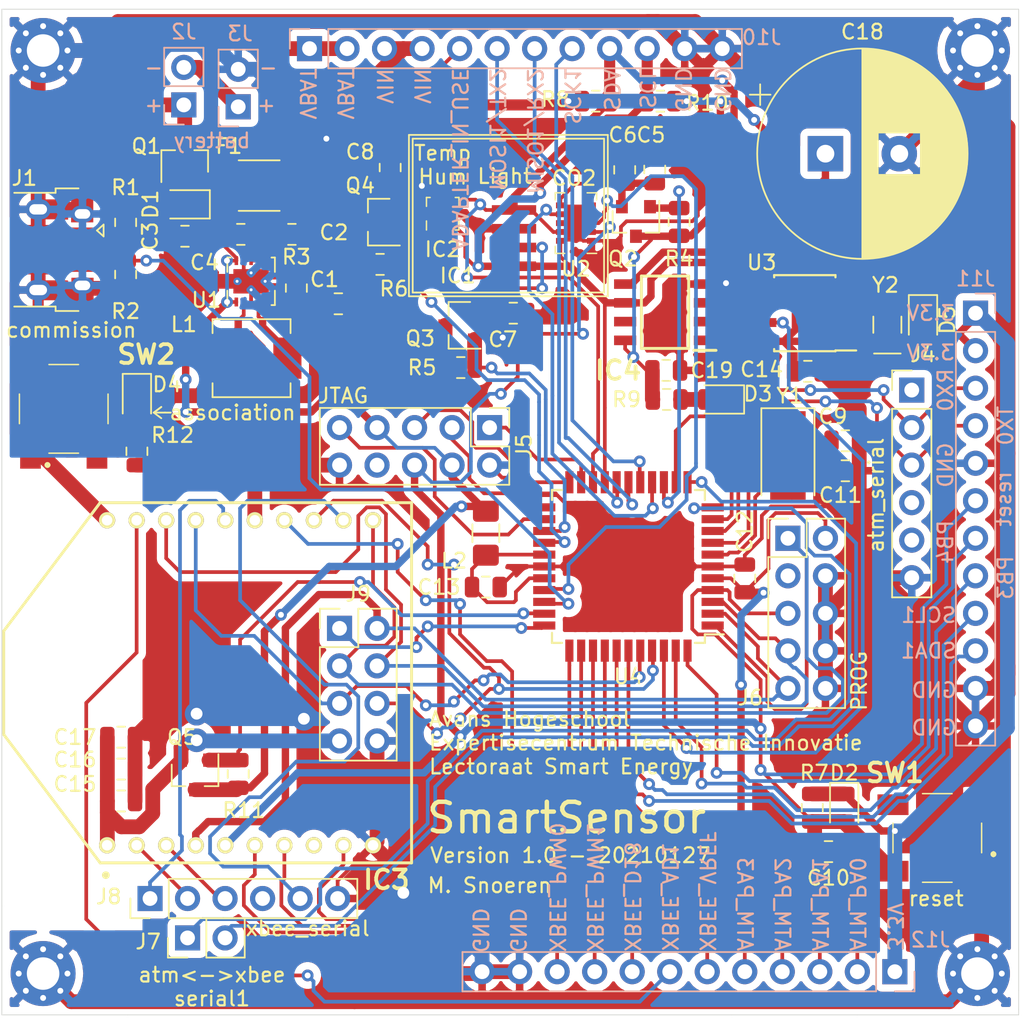
<source format=kicad_pcb>
(kicad_pcb (version 20171130) (host pcbnew "(5.1.0)-1")
  (layers (0 F.Cu signal) (31 B.Cu signal) (34 B.Paste user) (35 F.Paste user) (36 B.SilkS user) (37 F.SilkS user) (38 B.Mask user) (39 F.Mask user) (44 Edge.Cuts user))
  (net 0 "")
  (net 1 "Net-(C1-Pad1)")
  (net 2 "Net-(C2-Pad1)")
  (net 3 +3V3)
  (net 4 "Net-(C15-Pad1)")
  (net 5 ATM_AREF)
  (net 6 V_USB)
  (net 7 LED_1)
  (net 8 "Net-(D4-Pad2)")
  (net 9 "Net-(J1-Pad2)")
  (net 10 "Net-(J1-Pad3)")
  (net 11 ATM_TXD_0)
  (net 12 ATM_RXD_0)
  (net 13 ATM_JTAG_TDI)
  (net 14 ATM_RESET)
  (net 15 ATM_JTAG_TMS)
  (net 16 ATM_JTAG_TDO)
  (net 17 ATM_JTAG_TCK)
  (net 18 ATM_MOSI)
  (net 19 ATM_SCK)
  (net 20 ATM_MISO)
  (net 21 "Net-(L1-Pad2)")
  (net 22 XBEE_ENABLE)
  (net 23 CO2_ENABLE)
  (net 24 LS_ENABLE)
  (net 25 CO2_WAKE)
  (net 26 CO2_INT)
  (net 27 RTC_MFP)
  (net 28 GND)
  (net 29 "Net-(U2-Pad8)")
  (net 30 "Net-(C5-Pad1)")
  (net 31 "Net-(C7-Pad1)")
  (net 32 "Net-(C8-Pad1)")
  (net 33 "Net-(C9-Pad1)")
  (net 34 "Net-(C11-Pad1)")
  (net 35 "Net-(C18-Pad1)")
  (net 36 V_IN)
  (net 37 "Net-(D3-Pad2)")
  (net 38 SCL)
  (net 39 SDA)
  (net 40 /Interface/V_BAT)
  (net 41 "Net-(J2-Pad2)")
  (net 42 "Net-(J4-Pad5)")
  (net 43 "Net-(J4-Pad4)")
  (net 44 "Net-(J4-Pad1)")
  (net 45 "Net-(J5-Pad8)")
  (net 46 "Net-(J6-Pad3)")
  (net 47 ATM_RXD_1)
  (net 48 ATM_TXD_1)
  (net 49 XBEE_UART_RTS)
  (net 50 "Net-(J8-Pad4)")
  (net 51 XBEE_UART_CTS)
  (net 52 /Communication/RF_IRQ)
  (net 53 XBEE_SPI_SSEL)
  (net 54 XBEE_SLEEP)
  (net 55 /Interface/ADAPTER_IN_USE)
  (net 56 /Interface/ATM_PA0)
  (net 57 /Interface/ATM_PA1)
  (net 58 /Interface/ATM_PA2)
  (net 59 /Interface/ATM_SCK_1)
  (net 60 /Interface/ATM_SDA_1)
  (net 61 /Interface/ATM_SCL_1)
  (net 62 XBEE_AD1)
  (net 63 XBEE_VREF)
  (net 64 /Interface/ATM_MOSI_1_TXD_2)
  (net 65 /Interface/ATM_MISO_1_RXD_2)
  (net 66 XBEE_D18)
  (net 67 XBEE_PWM0)
  (net 68 XBEE_PWM1)
  (net 69 "Net-(L1-Pad1)")
  (net 70 HT_ENABLE)
  (net 71 "Net-(IC3-Pad15)")
  (net 72 "Net-(IC3-Pad20)")
  (net 73 "Net-(U2-Pad4)")
  (net 74 "Net-(U3-Pad1)")
  (net 75 "Net-(U3-Pad2)")
  (net 76 "Net-(IC3-Pad8)")
  (net 77 "Net-(IC4-Pad1)")
  (net 78 "Net-(IC4-Pad2)")
  (net 79 "Net-(IC4-Pad3)")
  (net 80 "Net-(IC4-Pad7)")
  (net 81 FROM_XBEE_UART_TX)
  (net 82 FROM_XBEE_UART_RX)
  (net 83 /Interface/ATM_PA3)
  (net 84 /Interface/ATM_PB4)
  (net 85 /Interface/ATM_PB3)
  (module Capacitor_SMD:C_0805_2012Metric (layer F.Cu) (at 186.2305 98.552)
    (fp_text reference C1 (at -0.9375 -1.651 180) (layer F.SilkS))
    (fp_text value 10uF)
    (pad 1 smd roundrect (at -0.9375 0) (size 0.975 1.4) (layers F.Cu F.Paste F.Mask) (net 1 "Net-(C1-Pad1)"))
    (pad 2 smd roundrect (at 0.9375 0) (size 0.975 1.4) (layers F.Cu F.Paste F.Mask) (net 28 GND))
  )
  (module Capacitor_SMD:C_0805_2012Metric (layer F.Cu) (at 183.0855 93.853 180)
    (fp_text reference C2 (at -2.8425 0.127 180) (layer F.SilkS))
    (fp_text value 100nF)
    (pad 1 smd roundrect (at -0.9375 0 180) (size 0.975 1.4) (layers F.Cu F.Paste F.Mask) (net 2 "Net-(C2-Pad1)"))
    (pad 2 smd roundrect (at 0.9375 0 180) (size 0.975 1.4) (layers F.Cu F.Paste F.Mask) (net 28 GND))
  )
  (module Capacitor_SMD:C_0805_2012Metric (layer F.Cu) (at 175.8465 93.98 180)
    (fp_text reference C3 (at 2.3645 0 270) (layer F.SilkS))
    (fp_text value 10uF)
    (pad 2 smd roundrect (at 0.9375 0 180) (size 0.975 1.4) (layers F.Cu F.Paste F.Mask) (net 28 GND))
    (pad 1 smd roundrect (at -0.9375 0 180) (size 0.975 1.4) (layers F.Cu F.Paste F.Mask) (net 3 +3V3))
  )
  (module Capacitor_SMD:C_0805_2012Metric (layer F.Cu) (at 179.6265 93.853)
    (fp_text reference C4 (at -2.4615 1.905 180) (layer F.SilkS))
    (fp_text value 10uF)
    (pad 1 smd roundrect (at -0.9375 0) (size 0.975 1.4) (layers F.Cu F.Paste F.Mask) (net 3 +3V3))
    (pad 2 smd roundrect (at 0.9375 0) (size 0.975 1.4) (layers F.Cu F.Paste F.Mask) (net 28 GND))
  )
  (module Capacitor_SMD:C_0805_2012Metric (layer F.Cu) (at 207.645 89.4565 90)
    (fp_text reference C5 (at 2.3345 -0.254 180) (layer F.SilkS))
    (fp_text value 100nF)
    (pad 2 smd roundrect (at 0.9375 0 90) (size 0.975 1.4) (layers F.Cu F.Paste F.Mask) (net 28 GND))
    (pad 1 smd roundrect (at -0.9375 0 90) (size 0.975 1.4) (layers F.Cu F.Paste F.Mask) (net 30 "Net-(C5-Pad1)"))
  )
  (module Capacitor_SMD:C_0805_2012Metric (layer F.Cu) (at 205.613 89.4865 90)
    (fp_text reference C6 (at 2.3645 -0.127 180) (layer F.SilkS))
    (fp_text value 1uF)
    (pad 1 smd roundrect (at -0.9375 0 90) (size 0.975 1.4) (layers F.Cu F.Paste F.Mask) (net 30 "Net-(C5-Pad1)"))
    (pad 2 smd roundrect (at 0.9375 0 90) (size 0.975 1.4) (layers F.Cu F.Paste F.Mask) (net 28 GND))
  )
  (module Capacitor_SMD:C_0805_2012Metric (layer F.Cu) (at 198.0715 99.187)
    (fp_text reference C7 (at -0.7135 1.778 180) (layer F.SilkS))
    (fp_text value 100nF)
    (pad 2 smd roundrect (at 0.9375 0) (size 0.975 1.4) (layers F.Cu F.Paste F.Mask) (net 28 GND))
    (pad 1 smd roundrect (at -0.9375 0) (size 0.975 1.4) (layers F.Cu F.Paste F.Mask) (net 31 "Net-(C7-Pad1)"))
  )
  (module Capacitor_SMD:C_0805_2012Metric (layer F.Cu) (at 189.738 89.3295 90)
    (fp_text reference C8 (at 1.0645 -2.032 180) (layer F.SilkS))
    (fp_text value 100nF)
    (pad 2 smd roundrect (at 0.9375 0 90) (size 0.975 1.4) (layers F.Cu F.Paste F.Mask) (net 28 GND))
    (pad 1 smd roundrect (at -0.9375 0 90) (size 0.975 1.4) (layers F.Cu F.Paste F.Mask) (net 32 "Net-(C8-Pad1)"))
  )
  (module Capacitor_SMD:C_0805_2012Metric (layer F.Cu) (at 220.5505 107.823)
    (fp_text reference C9 (at -0.8405 -1.65) (layer F.SilkS))
    (fp_text value 22pF)
    (pad 2 smd roundrect (at 0.9375 0) (size 0.975 1.4) (layers F.Cu F.Paste F.Mask) (net 28 GND))
    (pad 1 smd roundrect (at -0.9375 0) (size 0.975 1.4) (layers F.Cu F.Paste F.Mask) (net 33 "Net-(C9-Pad1)"))
  )
  (module Capacitor_SMD:C_0805_2012Metric (layer F.Cu) (at 219.4075 135.636)
    (fp_text reference C10 (at 0 1.778) (layer F.SilkS))
    (fp_text value 100nF)
    (pad 1 smd roundrect (at -0.9375 0) (size 0.975 1.4) (layers F.Cu F.Paste F.Mask) (net 14 ATM_RESET))
    (pad 2 smd roundrect (at 0.9375 0) (size 0.975 1.4) (layers F.Cu F.Paste F.Mask) (net 28 GND))
  )
  (module Capacitor_SMD:C_0805_2012Metric (layer F.Cu) (at 220.5505 109.855)
    (fp_text reference C11 (at -0.3325 1.651) (layer F.SilkS))
    (fp_text value 22pF)
    (pad 1 smd roundrect (at -0.9375 0) (size 0.975 1.4) (layers F.Cu F.Paste F.Mask) (net 34 "Net-(C11-Pad1)"))
    (pad 2 smd roundrect (at 0.9375 0) (size 0.975 1.4) (layers F.Cu F.Paste F.Mask) (net 28 GND))
  )
  (module Capacitor_SMD:C_0805_2012Metric (layer F.Cu) (at 213.741 117.1425 90)
    (fp_text reference C12 (at 3.175 0 270) (layer F.SilkS))
    (fp_text value 100nF)
    (pad 1 smd roundrect (at -0.9375 0 90) (size 0.975 1.4) (layers F.Cu F.Paste F.Mask) (net 3 +3V3))
    (pad 2 smd roundrect (at 0.9375 0 90) (size 0.975 1.4) (layers F.Cu F.Paste F.Mask) (net 28 GND))
  )
  (module Capacitor_SMD:C_0805_2012Metric (layer F.Cu) (at 196.215 117.729)
    (fp_text reference C13 (at -3.175 0) (layer F.SilkS))
    (fp_text value 100nF)
    (pad 2 smd roundrect (at 0.9375 0) (size 0.975 1.4) (layers F.Cu F.Paste F.Mask) (net 28 GND))
    (pad 1 smd roundrect (at -0.9375 0) (size 0.975 1.4) (layers F.Cu F.Paste F.Mask) (net 5 ATM_AREF))
  )
  (module Capacitor_SMD:C_0805_2012Metric (layer F.Cu) (at 218.0105 103.124)
    (fp_text reference C14 (at -3.1265 -0.127) (layer F.SilkS))
    (fp_text value 100nF)
    (pad 2 smd roundrect (at 0.9375 0) (size 0.975 1.4) (layers F.Cu F.Paste F.Mask) (net 28 GND))
    (pad 1 smd roundrect (at -0.9375 0) (size 0.975 1.4) (layers F.Cu F.Paste F.Mask) (net 3 +3V3))
  )
  (module Capacitor_SMD:C_0805_2012Metric (layer F.Cu) (at 171.5285 132.207)
    (fp_text reference C15 (at -3.1265 -1.143) (layer F.SilkS))
    (fp_text value 8.2pF)
    (pad 2 smd roundrect (at 0.9375 0) (size 0.975 1.4) (layers F.Cu F.Paste F.Mask) (net 28 GND))
    (pad 1 smd roundrect (at -0.9375 0) (size 0.975 1.4) (layers F.Cu F.Paste F.Mask) (net 4 "Net-(C15-Pad1)"))
  )
  (module Capacitor_SMD:C_0805_2012Metric (layer F.Cu) (at 171.5285 130.048)
    (fp_text reference C16 (at -3.1265 -0.635) (layer F.SilkS))
    (fp_text value 1uF)
    (pad 1 smd roundrect (at -0.9375 0) (size 0.975 1.4) (layers F.Cu F.Paste F.Mask) (net 4 "Net-(C15-Pad1)"))
    (pad 2 smd roundrect (at 0.9375 0) (size 0.975 1.4) (layers F.Cu F.Paste F.Mask) (net 28 GND))
  )
  (module Capacitor_SMD:C_0805_2012Metric (layer F.Cu) (at 171.5285 127.889)
    (fp_text reference C17 (at -3.1265 0) (layer F.SilkS))
    (fp_text value 10uF)
    (pad 1 smd roundrect (at -0.9375 0) (size 0.975 1.4) (layers F.Cu F.Paste F.Mask) (net 4 "Net-(C15-Pad1)"))
    (pad 2 smd roundrect (at 0.9375 0) (size 0.975 1.4) (layers F.Cu F.Paste F.Mask) (net 28 GND))
  )
  (module Capacitor_THT:CP_Radial_D14.0mm_P5.00mm (layer F.Cu) (at 219.202 88.392)
    (fp_text reference C18 (at 2.5 -8.25) (layer F.SilkS))
    (fp_text value 1F)
    (pad 1 thru_hole rect (at 0 0) (size 2.4 2.4) (drill 1.2) (layers *.Cu *.Mask) (net 35 "Net-(C18-Pad1)"))
    (pad 2 thru_hole circle (at 5 0) (size 2.4 2.4) (drill 1.2) (layers *.Cu *.Mask) (net 28 GND))
  )
  (module Diode_SMD:D_0805_2012Metric (layer F.Cu) (at 175.8465 91.821 180)
    (fp_text reference D1 (at 2.3345 0 270) (layer F.SilkS))
    (fp_text value D_Small)
    (pad 2 smd roundrect (at 0.9375 0 180) (size 0.975 1.4) (layers F.Cu F.Paste F.Mask) (net 6 V_USB))
    (pad 1 smd roundrect (at -0.9375 0 180) (size 0.975 1.4) (layers F.Cu F.Paste F.Mask) (net 36 V_IN))
  )
  (module Diode_SMD:D_0805_2012Metric (layer F.Cu) (at 220.472 132.6665 270)
    (fp_text reference D2 (at -2.3645 0) (layer F.SilkS))
    (fp_text value D_Small)
    (pad 1 smd roundrect (at -0.9375 0 270) (size 0.975 1.4) (layers F.Cu F.Paste F.Mask) (net 3 +3V3))
    (pad 2 smd roundrect (at 0.9375 0 270) (size 0.975 1.4) (layers F.Cu F.Paste F.Mask) (net 14 ATM_RESET))
  )
  (module LED_SMD:LED_0805_2012Metric (layer F.Cu) (at 212.0115 105.029 180)
    (fp_text reference D3 (at -2.6185 0.381 180) (layer F.SilkS))
    (fp_text value RED)
    (pad 2 smd roundrect (at 0.9375 0 180) (size 0.975 1.4) (layers F.Cu F.Paste F.Mask) (net 37 "Net-(D3-Pad2)"))
    (pad 1 smd roundrect (at -0.9375 0 180) (size 0.975 1.4) (layers F.Cu F.Paste F.Mask) (net 7 LED_1))
  )
  (module LED_SMD:LED_0805_2012Metric (layer F.Cu) (at 172.593 104.9805 270)
    (fp_text reference D4 (at -0.9675 -2.032) (layer F.SilkS))
    (fp_text value "ASSOCIATION LED")
    (pad 1 smd roundrect (at -0.9375 0 270) (size 0.975 1.4) (layers F.Cu F.Paste F.Mask) (net 28 GND))
    (pad 2 smd roundrect (at 0.9375 0 270) (size 0.975 1.4) (layers F.Cu F.Paste F.Mask) (net 8 "Net-(D4-Pad2)"))
  )
  (module Diode_SMD:D_0805_2012Metric (layer F.Cu) (at 225.806 99.6465 270)
    (fp_text reference D5 (at 0 -1.65 270) (layer F.SilkS))
    (fp_text value D_Small)
    (pad 1 smd roundrect (at -0.9375 0 270) (size 0.975 1.4) (layers F.Cu F.Paste F.Mask) (net 35 "Net-(C18-Pad1)"))
    (pad 2 smd roundrect (at 0.9375 0 270) (size 0.975 1.4) (layers F.Cu F.Paste F.Mask) (net 3 +3V3))
  )
  (module Fuse:Fuse_1812_4532Metric (layer F.Cu) (at 180.8695 90.551 180)
    (fp_text reference F1 (at 2.0535 2.667 180) (layer F.SilkS))
    (fp_text value Polyfuse_Small)
    (pad 1 smd roundrect (at -2.1375 0 180) (size 1.125 3.4) (layers F.Cu F.Paste F.Mask) (roundrect_rratio 0.222222) (net 1 "Net-(C1-Pad1)"))
    (pad 2 smd roundrect (at 2.1375 0 180) (size 1.125 3.4) (layers F.Cu F.Paste F.Mask) (roundrect_rratio 0.222222) (net 36 V_IN))
  )
  (module SmartSensor:VEML7700 (layer F.Cu) (at 197.485 94.107 180)
    (fp_text reference IC1 (at 3.175 -2.54 180) (layer F.SilkS))
    (fp_text value VEML7700-TT)
    (pad 1 smd rect (at -0.635 -1.905 180) (size 3 0.65) (layers F.Cu F.Paste F.Mask) (net 38 SCL))
    (pad 3 smd rect (at -0.635 0.635 180) (size 3 0.65) (layers F.Cu F.Paste F.Mask) (net 28 GND))
    (pad 2 smd rect (at -0.635 -0.635 180) (size 3 0.65) (layers F.Cu F.Paste F.Mask) (net 31 "Net-(C7-Pad1)"))
    (pad 4 smd rect (at -0.635 1.905 180) (size 3 0.65) (layers F.Cu F.Paste F.Mask) (net 39 SDA))
  )
  (module Package_DFN_QFN:AMS_QFN-4-1EP_2x2mm_P0.95mm_EP0.7x1.6mm (layer F.Cu) (at 193.294 92.456 90)
    (fp_text reference IC2 (at -2.413 0 180) (layer F.SilkS))
    (fp_text value SHTC3)
    (pad 5 smd rect (at 0 0 90) (size 0.7 1.6) (layers F.Cu F.Mask) (net 28 GND))
    (pad 4 smd rect (at 0.95 -0.475 90) (size 0.6 0.4) (layers F.Cu F.Paste F.Mask) (net 28 GND))
    (pad 2 smd rect (at -0.95 0.475 90) (size 0.6 0.4) (layers F.Cu F.Paste F.Mask) (net 38 SCL))
    (pad 1 smd rect (at -0.95 -0.475 90) (size 0.6 0.4) (layers F.Cu F.Paste F.Mask) (net 32 "Net-(C8-Pad1)"))
    (pad 3 smd rect (at 0.95 0.475 90) (size 0.6 0.4) (layers F.Cu F.Paste F.Mask) (net 39 SDA))
  )
  (module Connector_USB:USB_Micro-B_Amphenol_10103594-0001LF_Horizontal (layer F.Cu) (at 167.025 94.915 270)
    (fp_text reference J1 (at -4.872 2.052) (layer F.SilkS))
    (fp_text value USB_B_Micro)
    (pad 6 smd rect (at 2.725 0.185 270) (size 1.35 2) (layers F.Cu F.Paste F.Mask) (net 28 GND))
    (pad 6 smd rect (at -2.755 0.185 270) (size 1.35 2) (layers F.Cu F.Paste F.Mask) (net 28 GND))
    (pad 6 smd rect (at -2.975 -0.565 270) (size 1.825 0.7) (layers F.Cu F.Paste F.Mask) (net 28 GND))
    (pad 6 smd rect (at 2.975 -0.565 270) (size 1.825 0.7) (layers F.Cu F.Paste F.Mask) (net 28 GND))
    (pad 6 smd rect (at -2.875 -1.865 270) (size 2 1.5) (layers F.Cu F.Paste F.Mask) (net 28 GND))
    (pad 6 smd rect (at 2.875 -1.885 270) (size 2 1.5) (layers F.Cu F.Paste F.Mask) (net 28 GND))
    (pad 1 smd rect (at -1.325 -1.765) (size 1.65 0.4) (layers F.Cu F.Paste F.Mask) (net 6 V_USB))
    (pad 2 smd rect (at -0.675 -1.765) (size 1.65 0.4) (layers F.Cu F.Paste F.Mask) (net 9 "Net-(J1-Pad2)"))
    (pad 3 smd rect (at -0.025 -1.765) (size 1.65 0.4) (layers F.Cu F.Paste F.Mask) (net 10 "Net-(J1-Pad3)"))
    (pad 4 smd rect (at 0.625 -1.765) (size 1.65 0.4) (layers F.Cu F.Paste F.Mask) (net 28 GND))
    (pad 5 smd rect (at 1.275 -1.765) (size 1.65 0.4) (layers F.Cu F.Paste F.Mask) (net 28 GND))
    (pad 6 thru_hole oval (at -2.445 -1.885) (size 1.5 1.1) (drill oval 1.05 0.65) (layers *.Cu *.Mask) (net 28 GND))
    (pad 6 thru_hole oval (at 2.395 -1.885) (size 1.5 1.1) (drill oval 1.05 0.65) (layers *.Cu *.Mask) (net 28 GND))
    (pad 6 thru_hole oval (at -2.755 1.115) (size 1.7 1.35) (drill oval 1.2 0.7) (layers *.Cu *.Mask) (net 28 GND))
    (pad 6 thru_hole oval (at 2.705 1.115) (size 1.7 1.35) (drill oval 1.2 0.7) (layers *.Cu *.Mask) (net 28 GND))
    (pad 6 smd rect (at -0.985 1.385) (size 2.5 1.43) (layers F.Cu F.Paste F.Mask) (net 28 GND))
    (pad 6 smd rect (at 0.935 1.385) (size 2.5 1.43) (layers F.Cu F.Paste F.Mask) (net 28 GND))
  )
  (module Connector_PinHeader_2.54mm:PinHeader_1x02_P2.54mm_Vertical (layer B.Cu) (at 175.768 85.09)
    (fp_text reference J2 (at 0 -4.953) (layer B.SilkS) (effects (justify mirror)))
    (fp_text value BAT_1)
    (pad 1 thru_hole rect (at 0 0) (size 1.7 1.7) (drill 1) (layers *.Cu *.Mask) (net 40 /Interface/V_BAT))
    (pad 2 thru_hole oval (at 0 -2.54) (size 1.7 1.7) (drill 1) (layers *.Cu *.Mask) (net 41 "Net-(J2-Pad2)"))
  )
  (module Connector_PinHeader_2.54mm:PinHeader_1x02_P2.54mm_Vertical (layer B.Cu) (at 179.451 85.217)
    (fp_text reference J3 (at 0.127 -4.953) (layer B.SilkS) (effects (justify mirror)))
    (fp_text value BAT_2)
    (pad 2 thru_hole oval (at 0 -2.54) (size 1.7 1.7) (drill 1) (layers *.Cu *.Mask) (net 28 GND))
    (pad 1 thru_hole rect (at 0 0) (size 1.7 1.7) (drill 1) (layers *.Cu *.Mask) (net 41 "Net-(J2-Pad2)"))
  )
  (module Connector_PinHeader_2.54mm:PinHeader_1x06_P2.54mm_Vertical (layer F.Cu) (at 225.044 104.394)
    (fp_text reference J4 (at 0.762 -2.413) (layer F.SilkS))
    (fp_text value Conn_01x06_Male)
    (pad 6 thru_hole oval (at 0 12.7) (size 1.7 1.7) (drill 1) (layers *.Cu *.Mask) (net 28 GND))
    (pad 5 thru_hole oval (at 0 10.16) (size 1.7 1.7) (drill 1) (layers *.Cu *.Mask) (net 42 "Net-(J4-Pad5)"))
    (pad 4 thru_hole oval (at 0 7.62) (size 1.7 1.7) (drill 1) (layers *.Cu *.Mask) (net 43 "Net-(J4-Pad4)"))
    (pad 3 thru_hole oval (at 0 5.08) (size 1.7 1.7) (drill 1) (layers *.Cu *.Mask) (net 12 ATM_RXD_0))
    (pad 2 thru_hole oval (at 0 2.54) (size 1.7 1.7) (drill 1) (layers *.Cu *.Mask) (net 11 ATM_TXD_0))
    (pad 1 thru_hole rect (at 0 0) (size 1.7 1.7) (drill 1) (layers *.Cu *.Mask) (net 44 "Net-(J4-Pad1)"))
  )
  (module Connector_PinHeader_2.54mm:PinHeader_2x05_P2.54mm_Vertical (layer F.Cu) (at 196.469 106.934 270)
    (fp_text reference J5 (at 1.27 -2.33 270) (layer F.SilkS))
    (fp_text value Conn_02x05_Odd_Even)
    (pad 1 thru_hole rect (at 0 0 270) (size 1.7 1.7) (drill 1) (layers *.Cu *.Mask) (net 17 ATM_JTAG_TCK))
    (pad 2 thru_hole oval (at 2.54 0 270) (size 1.7 1.7) (drill 1) (layers *.Cu *.Mask) (net 28 GND))
    (pad 3 thru_hole oval (at 0 2.54 270) (size 1.7 1.7) (drill 1) (layers *.Cu *.Mask) (net 16 ATM_JTAG_TDO))
    (pad 4 thru_hole oval (at 2.54 2.54 270) (size 1.7 1.7) (drill 1) (layers *.Cu *.Mask) (net 3 +3V3))
    (pad 5 thru_hole oval (at 0 5.08 270) (size 1.7 1.7) (drill 1) (layers *.Cu *.Mask) (net 15 ATM_JTAG_TMS))
    (pad 6 thru_hole oval (at 2.54 5.08 270) (size 1.7 1.7) (drill 1) (layers *.Cu *.Mask) (net 14 ATM_RESET))
    (pad 7 thru_hole oval (at 0 7.62 270) (size 1.7 1.7) (drill 1) (layers *.Cu *.Mask) (net 3 +3V3))
    (pad 8 thru_hole oval (at 2.54 7.62 270) (size 1.7 1.7) (drill 1) (layers *.Cu *.Mask) (net 45 "Net-(J5-Pad8)"))
    (pad 9 thru_hole oval (at 0 10.16 270) (size 1.7 1.7) (drill 1) (layers *.Cu *.Mask) (net 13 ATM_JTAG_TDI))
    (pad 10 thru_hole oval (at 2.54 10.16 270) (size 1.7 1.7) (drill 1) (layers *.Cu *.Mask) (net 28 GND))
  )
  (module Connector_PinHeader_2.54mm:PinHeader_2x05_P2.54mm_Vertical (layer F.Cu) (at 216.662 114.427)
    (fp_text reference J6 (at -2.54 10.795) (layer F.SilkS))
    (fp_text value Conn_02x05_Odd_Even)
    (pad 10 thru_hole oval (at 2.54 10.16) (size 1.7 1.7) (drill 1) (layers *.Cu *.Mask) (net 28 GND))
    (pad 9 thru_hole oval (at 0 10.16) (size 1.7 1.7) (drill 1) (layers *.Cu *.Mask) (net 20 ATM_MISO))
    (pad 8 thru_hole oval (at 2.54 7.62) (size 1.7 1.7) (drill 1) (layers *.Cu *.Mask) (net 28 GND))
    (pad 7 thru_hole oval (at 0 7.62) (size 1.7 1.7) (drill 1) (layers *.Cu *.Mask) (net 19 ATM_SCK))
    (pad 6 thru_hole oval (at 2.54 5.08) (size 1.7 1.7) (drill 1) (layers *.Cu *.Mask) (net 28 GND))
    (pad 5 thru_hole oval (at 0 5.08) (size 1.7 1.7) (drill 1) (layers *.Cu *.Mask) (net 14 ATM_RESET))
    (pad 4 thru_hole oval (at 2.54 2.54) (size 1.7 1.7) (drill 1) (layers *.Cu *.Mask) (net 28 GND))
    (pad 3 thru_hole oval (at 0 2.54) (size 1.7 1.7) (drill 1) (layers *.Cu *.Mask) (net 46 "Net-(J6-Pad3)"))
    (pad 2 thru_hole oval (at 2.54 0) (size 1.7 1.7) (drill 1) (layers *.Cu *.Mask) (net 3 +3V3))
    (pad 1 thru_hole rect (at 0 0) (size 1.7 1.7) (drill 1) (layers *.Cu *.Mask) (net 18 ATM_MOSI))
  )
  (module Connector_PinHeader_2.54mm:PinHeader_1x02_P2.54mm_Vertical (layer F.Cu) (at 176.022 141.478 90)
    (fp_text reference J7 (at -0.254 -2.667 180) (layer F.SilkS))
    (fp_text value Conn_01x02_Male)
    (pad 1 thru_hole rect (at 0 0 90) (size 1.7 1.7) (drill 1) (layers *.Cu *.Mask) (net 47 ATM_RXD_1))
    (pad 2 thru_hole oval (at 0 2.54 90) (size 1.7 1.7) (drill 1) (layers *.Cu *.Mask) (net 48 ATM_TXD_1))
  )
  (module Connector_PinHeader_2.54mm:PinHeader_1x06_P2.54mm_Vertical (layer F.Cu) (at 173.482 138.811 90)
    (fp_text reference J8 (at 0.127 -2.794 180) (layer F.SilkS))
    (fp_text value Conn_01x06_Male)
    (pad 1 thru_hole rect (at 0 0 90) (size 1.7 1.7) (drill 1) (layers *.Cu *.Mask) (net 49 XBEE_UART_RTS))
    (pad 2 thru_hole oval (at 0 2.54 90) (size 1.7 1.7) (drill 1) (layers *.Cu *.Mask) (net 81 FROM_XBEE_UART_TX))
    (pad 3 thru_hole oval (at 0 5.08 90) (size 1.7 1.7) (drill 1) (layers *.Cu *.Mask) (net 82 FROM_XBEE_UART_RX))
    (pad 4 thru_hole oval (at 0 7.62 90) (size 1.7 1.7) (drill 1) (layers *.Cu *.Mask) (net 50 "Net-(J8-Pad4)"))
    (pad 5 thru_hole oval (at 0 10.16 90) (size 1.7 1.7) (drill 1) (layers *.Cu *.Mask) (net 51 XBEE_UART_CTS))
    (pad 6 thru_hole oval (at 0 12.7 90) (size 1.7 1.7) (drill 1) (layers *.Cu *.Mask) (net 28 GND))
  )
  (module Connector_PinHeader_2.54mm:PinHeader_2x04_P2.54mm_Vertical (layer F.Cu) (at 186.309 120.523)
    (fp_text reference J9 (at 1.27 -2.33) (layer F.SilkS))
    (fp_text value Conn_02x04_Odd_Even)
    (pad 1 thru_hole rect (at 0 0) (size 1.7 1.7) (drill 1) (layers *.Cu *.Mask) (net 52 /Communication/RF_IRQ))
    (pad 2 thru_hole oval (at 2.54 0) (size 1.7 1.7) (drill 1) (layers *.Cu *.Mask) (net 20 ATM_MISO))
    (pad 3 thru_hole oval (at 0 2.54) (size 1.7 1.7) (drill 1) (layers *.Cu *.Mask) (net 18 ATM_MOSI))
    (pad 4 thru_hole oval (at 2.54 2.54) (size 1.7 1.7) (drill 1) (layers *.Cu *.Mask) (net 19 ATM_SCK))
    (pad 5 thru_hole oval (at 0 5.08) (size 1.7 1.7) (drill 1) (layers *.Cu *.Mask) (net 53 XBEE_SPI_SSEL))
    (pad 6 thru_hole oval (at 2.54 5.08) (size 1.7 1.7) (drill 1) (layers *.Cu *.Mask) (net 54 XBEE_SLEEP))
    (pad 7 thru_hole oval (at 0 7.62) (size 1.7 1.7) (drill 1) (layers *.Cu *.Mask) (net 4 "Net-(C15-Pad1)"))
    (pad 8 thru_hole oval (at 2.54 7.62) (size 1.7 1.7) (drill 1) (layers *.Cu *.Mask) (net 28 GND))
  )
  (module Connector_PinHeader_2.54mm:PinHeader_1x12_P2.54mm_Vertical (layer B.Cu) (at 184.277 81.28 270)
    (fp_text reference J10 (at -0.762 -30.607) (layer B.SilkS) (effects (justify mirror)))
    (fp_text value PANTS_1)
    (pad 12 thru_hole oval (at 0 -27.94 270) (size 1.7 1.7) (drill 1) (layers *.Cu *.Mask) (net 28 GND))
    (pad 11 thru_hole oval (at 0 -25.4 270) (size 1.7 1.7) (drill 1) (layers *.Cu *.Mask) (net 28 GND))
    (pad 10 thru_hole oval (at 0 -22.86 270) (size 1.7 1.7) (drill 1) (layers *.Cu *.Mask) (net 38 SCL))
    (pad 9 thru_hole oval (at 0 -20.32 270) (size 1.7 1.7) (drill 1) (layers *.Cu *.Mask) (net 39 SDA))
    (pad 8 thru_hole oval (at 0 -17.78 270) (size 1.7 1.7) (drill 1) (layers *.Cu *.Mask) (net 59 /Interface/ATM_SCK_1))
    (pad 7 thru_hole oval (at 0 -15.24 270) (size 1.7 1.7) (drill 1) (layers *.Cu *.Mask) (net 65 /Interface/ATM_MISO_1_RXD_2))
    (pad 6 thru_hole oval (at 0 -12.7 270) (size 1.7 1.7) (drill 1) (layers *.Cu *.Mask) (net 64 /Interface/ATM_MOSI_1_TXD_2))
    (pad 5 thru_hole oval (at 0 -10.16 270) (size 1.7 1.7) (drill 1) (layers *.Cu *.Mask) (net 55 /Interface/ADAPTER_IN_USE))
    (pad 4 thru_hole oval (at 0 -7.62 270) (size 1.7 1.7) (drill 1) (layers *.Cu *.Mask) (net 36 V_IN))
    (pad 3 thru_hole oval (at 0 -5.08 270) (size 1.7 1.7) (drill 1) (layers *.Cu *.Mask) (net 36 V_IN))
    (pad 2 thru_hole oval (at 0 -2.54 270) (size 1.7 1.7) (drill 1) (layers *.Cu *.Mask) (net 40 /Interface/V_BAT))
    (pad 1 thru_hole rect (at 0 0 270) (size 1.7 1.7) (drill 1) (layers *.Cu *.Mask) (net 40 /Interface/V_BAT))
  )
  (module Connector_PinHeader_2.54mm:PinHeader_1x12_P2.54mm_Vertical (layer B.Cu) (at 229.362 99.187 180)
    (fp_text reference J11 (at 0 2.33 180) (layer B.SilkS) (effects (justify mirror)))
    (fp_text value PANTS_3)
    (pad 1 thru_hole rect (at 0 0 180) (size 1.7 1.7) (drill 1) (layers *.Cu *.Mask) (net 3 +3V3))
    (pad 2 thru_hole oval (at 0 -2.54 180) (size 1.7 1.7) (drill 1) (layers *.Cu *.Mask) (net 3 +3V3))
    (pad 3 thru_hole oval (at 0 -5.08 180) (size 1.7 1.7) (drill 1) (layers *.Cu *.Mask) (net 11 ATM_TXD_0))
    (pad 4 thru_hole oval (at 0 -7.62 180) (size 1.7 1.7) (drill 1) (layers *.Cu *.Mask) (net 12 ATM_RXD_0))
    (pad 5 thru_hole oval (at 0 -10.16 180) (size 1.7 1.7) (drill 1) (layers *.Cu *.Mask) (net 28 GND))
    (pad 6 thru_hole oval (at 0 -12.7 180) (size 1.7 1.7) (drill 1) (layers *.Cu *.Mask) (net 14 ATM_RESET))
    (pad 7 thru_hole oval (at 0 -15.24 180) (size 1.7 1.7) (drill 1) (layers *.Cu *.Mask) (net 84 /Interface/ATM_PB4))
    (pad 8 thru_hole oval (at 0 -17.78 180) (size 1.7 1.7) (drill 1) (layers *.Cu *.Mask) (net 85 /Interface/ATM_PB3))
    (pad 9 thru_hole oval (at 0 -20.32 180) (size 1.7 1.7) (drill 1) (layers *.Cu *.Mask) (net 61 /Interface/ATM_SCL_1))
    (pad 10 thru_hole oval (at 0 -22.86 180) (size 1.7 1.7) (drill 1) (layers *.Cu *.Mask) (net 60 /Interface/ATM_SDA_1))
    (pad 11 thru_hole oval (at 0 -25.4 180) (size 1.7 1.7) (drill 1) (layers *.Cu *.Mask) (net 28 GND))
    (pad 12 thru_hole oval (at 0 -27.94 180) (size 1.7 1.7) (drill 1) (layers *.Cu *.Mask) (net 28 GND))
  )
  (module Connector_PinHeader_2.54mm:PinHeader_1x12_P2.54mm_Vertical (layer B.Cu) (at 223.901 143.764 90)
    (fp_text reference J12 (at 2.159 2.413) (layer B.SilkS) (effects (justify mirror)))
    (fp_text value PANTS_4)
    (pad 1 thru_hole rect (at 0 0 90) (size 1.7 1.7) (drill 1) (layers *.Cu *.Mask) (net 3 +3V3))
    (pad 2 thru_hole oval (at 0 -2.54 90) (size 1.7 1.7) (drill 1) (layers *.Cu *.Mask) (net 56 /Interface/ATM_PA0))
    (pad 3 thru_hole oval (at 0 -5.08 90) (size 1.7 1.7) (drill 1) (layers *.Cu *.Mask) (net 57 /Interface/ATM_PA1))
    (pad 4 thru_hole oval (at 0 -7.62 90) (size 1.7 1.7) (drill 1) (layers *.Cu *.Mask) (net 58 /Interface/ATM_PA2))
    (pad 5 thru_hole oval (at 0 -10.16 90) (size 1.7 1.7) (drill 1) (layers *.Cu *.Mask) (net 83 /Interface/ATM_PA3))
    (pad 6 thru_hole oval (at 0 -12.7 90) (size 1.7 1.7) (drill 1) (layers *.Cu *.Mask) (net 63 XBEE_VREF))
    (pad 7 thru_hole oval (at 0 -15.24 90) (size 1.7 1.7) (drill 1) (layers *.Cu *.Mask) (net 62 XBEE_AD1))
    (pad 8 thru_hole oval (at 0 -17.78 90) (size 1.7 1.7) (drill 1) (layers *.Cu *.Mask) (net 66 XBEE_D18))
    (pad 9 thru_hole oval (at 0 -20.32 90) (size 1.7 1.7) (drill 1) (layers *.Cu *.Mask) (net 68 XBEE_PWM1))
    (pad 10 thru_hole oval (at 0 -22.86 90) (size 1.7 1.7) (drill 1) (layers *.Cu *.Mask) (net 67 XBEE_PWM0))
    (pad 11 thru_hole oval (at 0 -25.4 90) (size 1.7 1.7) (drill 1) (layers *.Cu *.Mask) (net 28 GND))
    (pad 12 thru_hole oval (at 0 -27.94 90) (size 1.7 1.7) (drill 1) (layers *.Cu *.Mask) (net 28 GND))
  )
  (module Inductor_SMD:L_Vishay_IHLP-2020 (layer F.Cu) (at 180.3535 102.235 180)
    (fp_text reference L1 (at 4.5855 2.286 180) (layer F.SilkS))
    (fp_text value "2.2uH @ 2,5A")
    (pad 1 smd rect (at -2.4265 0 180) (size 1.903 2.79) (layers F.Cu F.Paste F.Mask) (net 69 "Net-(L1-Pad1)"))
    (pad 2 smd rect (at 2.4265 0 180) (size 1.903 2.79) (layers F.Cu F.Paste F.Mask) (net 21 "Net-(L1-Pad2)"))
  )
  (module Inductor_SMD:L_1206_3216Metric_Pad1.42x1.75mm_HandSolder (layer F.Cu) (at 196.215 114.0825 270)
    (fp_text reference L2 (at 1.8685 2.159) (layer F.SilkS))
    (fp_text value 4.7uH)
    (pad 1 smd roundrect (at -1.4875 0 270) (size 1.425 1.75) (layers F.Cu F.Paste F.Mask) (roundrect_rratio 0.175439) (net 3 +3V3))
    (pad 2 smd roundrect (at 1.4875 0 270) (size 1.425 1.75) (layers F.Cu F.Paste F.Mask) (roundrect_rratio 0.175439) (net 5 ATM_AREF))
  )
  (module Package_TO_SOT_SMD:SOT-23 (layer F.Cu) (at 175.829 88.916 90)
    (fp_text reference Q1 (at 1.032 -2.601 180) (layer F.SilkS))
    (fp_text value DMG2301L)
    (pad 3 smd rect (at 1 0 90) (size 0.9 0.8) (layers F.Cu F.Paste F.Mask) (net 40 /Interface/V_BAT))
    (pad 2 smd rect (at -1 0.95 90) (size 0.9 0.8) (layers F.Cu F.Paste F.Mask) (net 36 V_IN))
    (pad 1 smd rect (at -1 -0.95 90) (size 0.9 0.8) (layers F.Cu F.Paste F.Mask) (net 6 V_USB))
  )
  (module Package_TO_SOT_SMD:SOT-23 (layer F.Cu) (at 206.375 92.98 270)
    (fp_text reference Q2 (at 2.524 0.889) (layer F.SilkS))
    (fp_text value DMG2301L)
    (pad 3 smd rect (at 1 0 270) (size 0.9 0.8) (layers F.Cu F.Paste F.Mask) (net 3 +3V3))
    (pad 2 smd rect (at -1 0.95 270) (size 0.9 0.8) (layers F.Cu F.Paste F.Mask) (net 30 "Net-(C5-Pad1)"))
    (pad 1 smd rect (at -1 -0.95 270) (size 0.9 0.8) (layers F.Cu F.Paste F.Mask) (net 23 CO2_ENABLE))
  )
  (module Package_TO_SOT_SMD:SOT-23 (layer F.Cu) (at 194.453 100.01 180)
    (fp_text reference Q3 (at 2.683 -0.886001) (layer F.SilkS))
    (fp_text value DMG2301L)
    (pad 1 smd rect (at -1 -0.95 180) (size 0.9 0.8) (layers F.Cu F.Paste F.Mask) (net 24 LS_ENABLE))
    (pad 2 smd rect (at -1 0.95 180) (size 0.9 0.8) (layers F.Cu F.Paste F.Mask) (net 31 "Net-(C7-Pad1)"))
    (pad 3 smd rect (at 1 0 180) (size 0.9 0.8) (layers F.Cu F.Paste F.Mask) (net 3 +3V3))
  )
  (module Package_TO_SOT_SMD:SOT-23 (layer F.Cu) (at 188.992 93.025 180)
    (fp_text reference Q4 (at 1.286 2.474) (layer F.SilkS))
    (fp_text value DMG2301L)
    (pad 1 smd rect (at -1 -0.95 180) (size 0.9 0.8) (layers F.Cu F.Paste F.Mask) (net 70 HT_ENABLE))
    (pad 2 smd rect (at -1 0.95 180) (size 0.9 0.8) (layers F.Cu F.Paste F.Mask) (net 32 "Net-(C8-Pad1)"))
    (pad 3 smd rect (at 1 0 180) (size 0.9 0.8) (layers F.Cu F.Paste F.Mask) (net 3 +3V3))
  )
  (module Package_TO_SOT_SMD:SOT-23 (layer F.Cu) (at 176.53 130.445 270)
    (fp_text reference Q5 (at -2.556 0.889) (layer F.SilkS))
    (fp_text value DMG2301L)
    (pad 1 smd rect (at -1 -0.95 270) (size 0.9 0.8) (layers F.Cu F.Paste F.Mask) (net 22 XBEE_ENABLE))
    (pad 2 smd rect (at -1 0.95 270) (size 0.9 0.8) (layers F.Cu F.Paste F.Mask) (net 4 "Net-(C15-Pad1)"))
    (pad 3 smd rect (at 1 0 270) (size 0.9 0.8) (layers F.Cu F.Paste F.Mask) (net 3 +3V3))
  )
  (module Resistor_SMD:R_0805_2012Metric (layer F.Cu) (at 171.831 93.0425 90)
    (fp_text reference R1 (at 2.3645 0 180) (layer F.SilkS))
    (fp_text value 100k)
    (pad 2 smd roundrect (at 0.9375 0 90) (size 0.975 1.4) (layers F.Cu F.Paste F.Mask) (net 6 V_USB))
    (pad 1 smd roundrect (at -0.9375 0 90) (size 0.975 1.4) (layers F.Cu F.Paste F.Mask) (net 55 /Interface/ADAPTER_IN_USE))
  )
  (module Resistor_SMD:R_0805_2012Metric (layer F.Cu) (at 171.831 96.5685 90)
    (fp_text reference R2 (at -2.4915 0 180) (layer F.SilkS))
    (fp_text value 200k)
    (pad 1 smd roundrect (at -0.9375 0 90) (size 0.975 1.4) (layers F.Cu F.Paste F.Mask) (net 28 GND))
    (pad 2 smd roundrect (at 0.9375 0 90) (size 0.975 1.4) (layers F.Cu F.Paste F.Mask) (net 55 /Interface/ADAPTER_IN_USE))
  )
  (module Resistor_SMD:R_0805_2012Metric (layer F.Cu) (at 183.388 97.4875 270)
    (fp_text reference R3 (at -2.1105 0) (layer F.SilkS))
    (fp_text value 100)
    (pad 2 smd roundrect (at 0.9375 0 270) (size 0.975 1.4) (layers F.Cu F.Paste F.Mask) (net 1 "Net-(C1-Pad1)"))
    (pad 1 smd roundrect (at -0.9375 0 270) (size 0.975 1.4) (layers F.Cu F.Paste F.Mask) (net 2 "Net-(C2-Pad1)"))
  )
  (module Resistor_SMD:R_0805_2012Metric (layer F.Cu) (at 209.296 93.0125 270)
    (fp_text reference R4 (at 2.4915 0) (layer F.SilkS))
    (fp_text value 100k)
    (pad 2 smd roundrect (at 0.9375 0 270) (size 0.975 1.4) (layers F.Cu F.Paste F.Mask) (net 3 +3V3))
    (pad 1 smd roundrect (at -0.9375 0 270) (size 0.975 1.4) (layers F.Cu F.Paste F.Mask) (net 23 CO2_ENABLE))
  )
  (module Resistor_SMD:R_0805_2012Metric (layer F.Cu) (at 194.5155 102.87 180)
    (fp_text reference R5 (at 2.6185 0) (layer F.SilkS))
    (fp_text value 100k)
    (pad 1 smd roundrect (at -0.9375 0 180) (size 0.975 1.4) (layers F.Cu F.Paste F.Mask) (net 24 LS_ENABLE))
    (pad 2 smd roundrect (at 0.9375 0 180) (size 0.975 1.4) (layers F.Cu F.Paste F.Mask) (net 3 +3V3))
  )
  (module Resistor_SMD:R_0805_2012Metric (layer F.Cu) (at 189.0545 95.885 180)
    (fp_text reference R6 (at -0.9375 -1.651) (layer F.SilkS))
    (fp_text value 100k)
    (pad 1 smd roundrect (at -0.9375 0 180) (size 0.975 1.4) (layers F.Cu F.Paste F.Mask) (net 70 HT_ENABLE))
    (pad 2 smd roundrect (at 0.9375 0 180) (size 0.975 1.4) (layers F.Cu F.Paste F.Mask) (net 3 +3V3))
  )
  (module Resistor_SMD:R_0805_2012Metric (layer F.Cu) (at 218.313 132.6665 270)
    (fp_text reference R7 (at -2.3645 -0.127) (layer F.SilkS))
    (fp_text value 10k)
    (pad 2 smd roundrect (at 0.9375 0 270) (size 0.975 1.4) (layers F.Cu F.Paste F.Mask) (net 14 ATM_RESET))
    (pad 1 smd roundrect (at -0.9375 0 270) (size 0.975 1.4) (layers F.Cu F.Paste F.Mask) (net 3 +3V3))
  )
  (module Resistor_SMD:R_0805_2012Metric (layer F.Cu) (at 203.6595 84.836)
    (fp_text reference R8 (at -2.7455 -0.127) (layer F.SilkS))
    (fp_text value 2.2k)
    (pad 1 smd roundrect (at -0.9375 0) (size 0.975 1.4) (layers F.Cu F.Paste F.Mask) (net 3 +3V3))
    (pad 2 smd roundrect (at 0.9375 0) (size 0.975 1.4) (layers F.Cu F.Paste F.Mask) (net 39 SDA))
  )
  (module Resistor_SMD:R_0805_2012Metric (layer F.Cu) (at 208.4555 105.029 180)
    (fp_text reference R9 (at 2.7155 0 180) (layer F.SilkS))
    (fp_text value 210)
    (pad 2 smd roundrect (at 0.9375 0 180) (size 0.975 1.4) (layers F.Cu F.Paste F.Mask) (net 3 +3V3))
    (pad 1 smd roundrect (at -0.9375 0 180) (size 0.975 1.4) (layers F.Cu F.Paste F.Mask) (net 37 "Net-(D3-Pad2)"))
  )
  (module Resistor_SMD:R_0805_2012Metric (layer F.Cu) (at 208.026 84.836 180)
    (fp_text reference R10 (at -3.175 -0.127 180) (layer F.SilkS))
    (fp_text value 2.2k)
    (pad 2 smd roundrect (at 0.9375 0 180) (size 0.975 1.4) (layers F.Cu F.Paste F.Mask) (net 38 SCL))
    (pad 1 smd roundrect (at -0.9375 0 180) (size 0.975 1.4) (layers F.Cu F.Paste F.Mask) (net 3 +3V3))
  )
  (module Resistor_SMD:R_0805_2012Metric (layer F.Cu) (at 179.451 130.3805 270)
    (fp_text reference R11 (at 2.4615 -0.381) (layer F.SilkS))
    (fp_text value 100k)
    (pad 1 smd roundrect (at -0.9375 0 270) (size 0.975 1.4) (layers F.Cu F.Paste F.Mask) (net 22 XBEE_ENABLE))
    (pad 2 smd roundrect (at 0.9375 0 270) (size 0.975 1.4) (layers F.Cu F.Paste F.Mask) (net 3 +3V3))
  )
  (module Resistor_SMD:R_0805_2012Metric (layer F.Cu) (at 172.593 108.5365 270)
    (fp_text reference R12 (at -1.0945 -2.413) (layer F.SilkS))
    (fp_text value 210)
    (pad 1 smd roundrect (at -0.9375 0 270) (size 0.975 1.4) (layers F.Cu F.Paste F.Mask) (net 8 "Net-(D4-Pad2)"))
    (pad 2 smd roundrect (at 0.9375 0 270) (size 0.975 1.4) (layers F.Cu F.Paste F.Mask) (net 71 "Net-(IC3-Pad15)"))
  )
  (module Package_SON:Texas_DRC0010J_ThermalVias (layer F.Cu) (at 180.324 97.031 90)
    (fp_text reference U1 (at -1.267 -3.032 180) (layer F.SilkS))
    (fp_text value TPS63001)
    (pad 1 smd rect (at -1.4 -1 90) (size 0.6 0.24) (layers F.Cu F.Paste F.Mask) (net 3 +3V3))
    (pad 2 smd rect (at -1.4 -0.5 90) (size 0.6 0.24) (layers F.Cu F.Paste F.Mask) (net 21 "Net-(L1-Pad2)"))
    (pad 3 smd rect (at -1.4 0 90) (size 0.6 0.24) (layers F.Cu F.Paste F.Mask) (net 28 GND))
    (pad 4 smd rect (at -1.4 0.5 90) (size 0.6 0.24) (layers F.Cu F.Paste F.Mask) (net 69 "Net-(L1-Pad1)"))
    (pad 5 smd rect (at -1.4 1 90) (size 0.6 0.24) (layers F.Cu F.Paste F.Mask) (net 1 "Net-(C1-Pad1)"))
    (pad 6 smd rect (at 1.4 1 90) (size 0.6 0.24) (layers F.Cu F.Paste F.Mask) (net 2 "Net-(C2-Pad1)"))
    (pad 7 smd rect (at 1.4 0.5 90) (size 0.6 0.24) (layers F.Cu F.Paste F.Mask) (net 2 "Net-(C2-Pad1)"))
    (pad 8 smd rect (at 1.4 0 90) (size 0.6 0.24) (layers F.Cu F.Paste F.Mask) (net 2 "Net-(C2-Pad1)"))
    (pad 9 smd rect (at 1.4 -0.5 90) (size 0.6 0.24) (layers F.Cu F.Paste F.Mask) (net 28 GND))
    (pad 10 smd rect (at 1.4 -1 90) (size 0.6 0.24) (layers F.Cu F.Paste F.Mask) (net 3 +3V3))
    (pad 11 smd custom (at 0 0 90) (size 1.65 2.4) (layers F.Cu F.Mask) (net 28 GND) (options (clearance outline) (anchor rect)) (primitives (gr_poly (pts (xy -0.375 -1.1) (xy -0.375 -1.7) (xy -0.125 -1.7) (xy -0.125 -1.1) (xy 0.125 -1.1) (xy 0.125 -1.7) (xy 0.375 -1.7) (xy 0.375 1.7) (xy 0.125 1.7) (xy 0.125 1.1) (xy -0.125 1.1) (xy -0.125 1.7) (xy -0.375 1.7)) (width 0))))
    (pad 11 thru_hole circle (at 0 0.95 90) (size 0.5 0.5) (drill 0.2) (layers *.Cu) (net 28 GND))
    (pad 11 thru_hole circle (at -0.575 0 90) (size 0.5 0.5) (drill 0.2) (layers *.Cu) (net 28 GND))
    (pad 11 thru_hole circle (at 0.575 0 90) (size 0.5 0.5) (drill 0.2) (layers *.Cu) (net 28 GND))
    (pad 11 thru_hole circle (at 0 -0.95 90) (size 0.5 0.5) (drill 0.2) (layers *.Cu) (net 28 GND))
  )
  (module Package_LGA:AMS_LGA-10-1EP_2.7x4mm_P0.6mm (layer F.Cu) (at 202.311 93.091 180)
    (fp_text reference U2 (at 0 -3.1 180) (layer F.SilkS))
    (fp_text value CCS811)
    (pad 11 smd trapezoid (at 0 -1.1 180) (size 1 0.3) (rect_delta 0 0.3) (layers F.Cu F.Paste F.Mask) (net 28 GND))
    (pad 11 smd rect (at 0.15 -1.1 180) (size 1 0.3) (layers F.Cu F.Paste F.Mask) (net 28 GND))
    (pad 11 smd rect (at 0 0.15 180) (size 1.3 2.2) (layers F.Cu F.Paste F.Mask) (net 28 GND))
    (pad 6 smd rect (at 1.05 1.2 180) (size 0.6 0.4) (layers F.Cu F.Paste F.Mask) (net 30 "Net-(C5-Pad1)"))
    (pad 7 smd rect (at 1.05 0.6 180) (size 0.6 0.4) (layers F.Cu F.Paste F.Mask) (net 25 CO2_WAKE))
    (pad 10 smd rect (at 1.05 -1.2 180) (size 0.6 0.4) (layers F.Cu F.Paste F.Mask) (net 38 SCL))
    (pad 9 smd rect (at 1.05 -0.6 180) (size 0.6 0.4) (layers F.Cu F.Paste F.Mask) (net 39 SDA))
    (pad 5 smd rect (at -1.05 1.2 180) (size 0.6 0.4) (layers F.Cu F.Paste F.Mask) (net 73 "Net-(U2-Pad4)"))
    (pad 1 smd rect (at -1.05 -1.2 180) (size 0.6 0.4) (layers F.Cu F.Paste F.Mask) (net 28 GND))
    (pad 2 smd rect (at -1.05 -0.6 180) (size 0.6 0.4) (layers F.Cu F.Paste F.Mask) (net 14 ATM_RESET))
    (pad 3 smd rect (at -1.05 0 180) (size 0.6 0.4) (layers F.Cu F.Paste F.Mask) (net 26 CO2_INT))
    (pad 4 smd rect (at -1.05 0.6 180) (size 0.6 0.4) (layers F.Cu F.Paste F.Mask) (net 73 "Net-(U2-Pad4)"))
    (pad 8 smd rect (at 1.05 0 180) (size 0.6 0.4) (layers F.Cu F.Paste F.Mask) (net 29 "Net-(U2-Pad8)"))
  )
  (module Package_SO:SOIC-8_3.9x4.9mm_P1.27mm (layer F.Cu) (at 217.805 99.187 180)
    (fp_text reference U3 (at 2.921 3.429 180) (layer F.SilkS))
    (fp_text value MCP7940N-xSN)
    (pad 1 smd rect (at -2.7 -1.905 180) (size 1.55 0.6) (layers F.Cu F.Paste F.Mask) (net 74 "Net-(U3-Pad1)"))
    (pad 2 smd rect (at -2.7 -0.635 180) (size 1.55 0.6) (layers F.Cu F.Paste F.Mask) (net 75 "Net-(U3-Pad2)"))
    (pad 3 smd rect (at -2.7 0.635 180) (size 1.55 0.6) (layers F.Cu F.Paste F.Mask) (net 35 "Net-(C18-Pad1)"))
    (pad 4 smd rect (at -2.7 1.905 180) (size 1.55 0.6) (layers F.Cu F.Paste F.Mask) (net 28 GND))
    (pad 5 smd rect (at 2.7 1.905 180) (size 1.55 0.6) (layers F.Cu F.Paste F.Mask) (net 39 SDA))
    (pad 6 smd rect (at 2.7 0.635 180) (size 1.55 0.6) (layers F.Cu F.Paste F.Mask) (net 38 SCL))
    (pad 7 smd rect (at 2.7 -0.635 180) (size 1.55 0.6) (layers F.Cu F.Paste F.Mask) (net 27 RTC_MFP))
    (pad 8 smd rect (at 2.7 -1.905 180) (size 1.55 0.6) (layers F.Cu F.Paste F.Mask) (net 3 +3V3))
  )
  (module Package_QFP:TQFP-44_10x10mm_P0.8mm (layer F.Cu) (at 205.867 116.332 180)
    (fp_text reference U4 (at 0 -7.45 180) (layer F.SilkS))
    (fp_text value ATmega324PB-AU)
    (pad 1 smd rect (at -5.7 -4 180) (size 1.5 0.55) (layers F.Cu F.Paste F.Mask) (net 18 ATM_MOSI))
    (pad 2 smd rect (at -5.7 -3.2 180) (size 1.5 0.55) (layers F.Cu F.Paste F.Mask) (net 20 ATM_MISO))
    (pad 3 smd rect (at -5.7 -2.4 180) (size 1.5 0.55) (layers F.Cu F.Paste F.Mask) (net 19 ATM_SCK))
    (pad 4 smd rect (at -5.7 -1.6 180) (size 1.5 0.55) (layers F.Cu F.Paste F.Mask) (net 14 ATM_RESET))
    (pad 5 smd rect (at -5.7 -0.8 180) (size 1.5 0.55) (layers F.Cu F.Paste F.Mask) (net 3 +3V3))
    (pad 6 smd rect (at -5.7 0 180) (size 1.5 0.55) (layers F.Cu F.Paste F.Mask) (net 28 GND))
    (pad 7 smd rect (at -5.7 0.8 180) (size 1.5 0.55) (layers F.Cu F.Paste F.Mask) (net 34 "Net-(C11-Pad1)"))
    (pad 8 smd rect (at -5.7 1.6 180) (size 1.5 0.55) (layers F.Cu F.Paste F.Mask) (net 33 "Net-(C9-Pad1)"))
    (pad 9 smd rect (at -5.7 2.4 180) (size 1.5 0.55) (layers F.Cu F.Paste F.Mask) (net 12 ATM_RXD_0))
    (pad 10 smd rect (at -5.7 3.2 180) (size 1.5 0.55) (layers F.Cu F.Paste F.Mask) (net 11 ATM_TXD_0))
    (pad 11 smd rect (at -5.7 4 180) (size 1.5 0.55) (layers F.Cu F.Paste F.Mask) (net 47 ATM_RXD_1))
    (pad 12 smd rect (at -4 5.7 270) (size 1.5 0.55) (layers F.Cu F.Paste F.Mask) (net 48 ATM_TXD_1))
    (pad 13 smd rect (at -3.2 5.7 270) (size 1.5 0.55) (layers F.Cu F.Paste F.Mask) (net 7 LED_1))
    (pad 14 smd rect (at -2.4 5.7 270) (size 1.5 0.55) (layers F.Cu F.Paste F.Mask) (net 23 CO2_ENABLE))
    (pad 15 smd rect (at -1.6 5.7 270) (size 1.5 0.55) (layers F.Cu F.Paste F.Mask) (net 25 CO2_WAKE))
    (pad 16 smd rect (at -0.8 5.7 270) (size 1.5 0.55) (layers F.Cu F.Paste F.Mask) (net 59 /Interface/ATM_SCK_1))
    (pad 17 smd rect (at 0 5.7 270) (size 1.5 0.55) (layers F.Cu F.Paste F.Mask) (net 65 /Interface/ATM_MISO_1_RXD_2))
    (pad 18 smd rect (at 0.8 5.7 270) (size 1.5 0.55) (layers F.Cu F.Paste F.Mask) (net 64 /Interface/ATM_MOSI_1_TXD_2))
    (pad 19 smd rect (at 1.6 5.7 270) (size 1.5 0.55) (layers F.Cu F.Paste F.Mask) (net 38 SCL))
    (pad 20 smd rect (at 2.4 5.7 270) (size 1.5 0.55) (layers F.Cu F.Paste F.Mask) (net 39 SDA))
    (pad 21 smd rect (at 3.2 5.7 270) (size 1.5 0.55) (layers F.Cu F.Paste F.Mask) (net 17 ATM_JTAG_TCK))
    (pad 22 smd rect (at 4 5.7 270) (size 1.5 0.55) (layers F.Cu F.Paste F.Mask) (net 15 ATM_JTAG_TMS))
    (pad 23 smd rect (at 5.7 4 180) (size 1.5 0.55) (layers F.Cu F.Paste F.Mask) (net 16 ATM_JTAG_TDO))
    (pad 24 smd rect (at 5.7 3.2 180) (size 1.5 0.55) (layers F.Cu F.Paste F.Mask) (net 13 ATM_JTAG_TDI))
    (pad 25 smd rect (at 5.7 2.4 180) (size 1.5 0.55) (layers F.Cu F.Paste F.Mask) (net 24 LS_ENABLE))
    (pad 26 smd rect (at 5.7 1.6 180) (size 1.5 0.55) (layers F.Cu F.Paste F.Mask) (net 70 HT_ENABLE))
    (pad 27 smd rect (at 5.7 0.8 180) (size 1.5 0.55) (layers F.Cu F.Paste F.Mask) (net 5 ATM_AREF))
    (pad 28 smd rect (at 5.7 0 180) (size 1.5 0.55) (layers F.Cu F.Paste F.Mask) (net 28 GND))
    (pad 29 smd rect (at 5.7 -0.8 180) (size 1.5 0.55) (layers F.Cu F.Paste F.Mask) (net 5 ATM_AREF))
    (pad 30 smd rect (at 5.7 -1.6 180) (size 1.5 0.55) (layers F.Cu F.Paste F.Mask) (net 26 CO2_INT))
    (pad 31 smd rect (at 5.7 -2.4 180) (size 1.5 0.55) (layers F.Cu F.Paste F.Mask) (net 55 /Interface/ADAPTER_IN_USE))
    (pad 32 smd rect (at 5.7 -3.2 180) (size 1.5 0.55) (layers F.Cu F.Paste F.Mask) (net 22 XBEE_ENABLE))
    (pad 33 smd rect (at 5.7 -4 180) (size 1.5 0.55) (layers F.Cu F.Paste F.Mask) (net 52 /Communication/RF_IRQ))
    (pad 34 smd rect (at 4 -5.7 270) (size 1.5 0.55) (layers F.Cu F.Paste F.Mask) (net 83 /Interface/ATM_PA3))
    (pad 35 smd rect (at 3.2 -5.7 270) (size 1.5 0.55) (layers F.Cu F.Paste F.Mask) (net 58 /Interface/ATM_PA2))
    (pad 36 smd rect (at 2.4 -5.7 270) (size 1.5 0.55) (layers F.Cu F.Paste F.Mask) (net 57 /Interface/ATM_PA1))
    (pad 37 smd rect (at 1.6 -5.7 270) (size 1.5 0.55) (layers F.Cu F.Paste F.Mask) (net 56 /Interface/ATM_PA0))
    (pad 38 smd rect (at 0.8 -5.7 270) (size 1.5 0.55) (layers F.Cu F.Paste F.Mask) (net 60 /Interface/ATM_SDA_1))
    (pad 39 smd rect (at 0 -5.7 270) (size 1.5 0.55) (layers F.Cu F.Paste F.Mask) (net 61 /Interface/ATM_SCL_1))
    (pad 40 smd rect (at -0.8 -5.7 270) (size 1.5 0.55) (layers F.Cu F.Paste F.Mask) (net 53 XBEE_SPI_SSEL))
    (pad 41 smd rect (at -1.6 -5.7 270) (size 1.5 0.55) (layers F.Cu F.Paste F.Mask) (net 54 XBEE_SLEEP))
    (pad 42 smd rect (at -2.4 -5.7 270) (size 1.5 0.55) (layers F.Cu F.Paste F.Mask) (net 27 RTC_MFP))
    (pad 43 smd rect (at -3.2 -5.7 270) (size 1.5 0.55) (layers F.Cu F.Paste F.Mask) (net 85 /Interface/ATM_PB3))
    (pad 44 smd rect (at -4 -5.7 270) (size 1.5 0.55) (layers F.Cu F.Paste F.Mask) (net 84 /Interface/ATM_PB4))
  )
  (module Crystal:Crystal_SMD_G8-2Pin_3.2x1.5mm (layer F.Cu) (at 223.393 99.969 90)
    (fp_text reference Y2 (at 2.687 -0.127 180) (layer F.SilkS))
    (fp_text value Crystal)
    (pad 1 smd rect (at -1.25 0 90) (size 1 1.8) (layers F.Cu F.Paste F.Mask) (net 74 "Net-(U3-Pad1)"))
    (pad 2 smd rect (at 1.25 0 90) (size 1 1.8) (layers F.Cu F.Paste F.Mask) (net 75 "Net-(U3-Pad2)"))
  )
  (module Capacitor_SMD:C_0805_2012Metric (layer F.Cu) (at 208.422 103.0605)
    (fp_text reference C19 (at 3.0965 0) (layer F.SilkS))
    (fp_text value 100nF)
    (pad 1 smd roundrect (at -0.9375 0) (size 0.975 1.4) (layers F.Cu F.Paste F.Mask) (net 3 +3V3))
    (pad 2 smd roundrect (at 0.9375 0) (size 0.975 1.4) (layers F.Cu F.Paste F.Mask) (net 28 GND))
  )
  (module XB24CZ7PIT-004:XB24CAPIT-001 (layer F.Cu) (at 163.576 124.206 90)
    (fp_text reference IC3 (at -13.335 25.908 180) (layer F.SilkS) (effects (font (size 1.27 1.27) (thickness 0.254))))
    (fp_text value XB24CZ7PIT-004 hide)
    (pad 1 thru_hole circle (at -11 7 180) (size 1.1 1.1) (drill 0.71) (layers *.Cu *.Mask F.SilkS) (net 4 "Net-(C15-Pad1)"))
    (pad 2 thru_hole circle (at -11 9 180) (size 1.1 1.1) (drill 0.71) (layers *.Cu *.Mask F.SilkS) (net 81 FROM_XBEE_UART_TX))
    (pad 3 thru_hole circle (at -11 11 180) (size 1.1 1.1) (drill 0.71) (layers *.Cu *.Mask F.SilkS) (net 82 FROM_XBEE_UART_RX))
    (pad 4 thru_hole circle (at -11 13 180) (size 1.1 1.1) (drill 0.71) (layers *.Cu *.Mask F.SilkS) (net 20 ATM_MISO))
    (pad 5 thru_hole circle (at -11 15 180) (size 1.1 1.1) (drill 0.71) (layers *.Cu *.Mask F.SilkS) (net 14 ATM_RESET))
    (pad 6 thru_hole circle (at -11 17 180) (size 1.1 1.1) (drill 0.71) (layers *.Cu *.Mask F.SilkS) (net 67 XBEE_PWM0))
    (pad 7 thru_hole circle (at -11 19 180) (size 1.1 1.1) (drill 0.71) (layers *.Cu *.Mask F.SilkS) (net 68 XBEE_PWM1))
    (pad 8 thru_hole circle (at -11 21 180) (size 1.1 1.1) (drill 0.71) (layers *.Cu *.Mask F.SilkS) (net 76 "Net-(IC3-Pad8)"))
    (pad 9 thru_hole circle (at -11 23 180) (size 1.1 1.1) (drill 0.71) (layers *.Cu *.Mask F.SilkS) (net 66 XBEE_D18))
    (pad 10 thru_hole circle (at -11 25 180) (size 1.1 1.1) (drill 0.71) (layers *.Cu *.Mask F.SilkS) (net 28 GND))
    (pad 11 thru_hole circle (at 11 25 180) (size 1.1 1.1) (drill 0.71) (layers *.Cu *.Mask F.SilkS) (net 18 ATM_MOSI))
    (pad 12 thru_hole circle (at 11 23 180) (size 1.1 1.1) (drill 0.71) (layers *.Cu *.Mask F.SilkS) (net 51 XBEE_UART_CTS))
    (pad 13 thru_hole circle (at 11 21 180) (size 1.1 1.1) (drill 0.71) (layers *.Cu *.Mask F.SilkS) (net 54 XBEE_SLEEP))
    (pad 14 thru_hole circle (at 11 19 180) (size 1.1 1.1) (drill 0.71) (layers *.Cu *.Mask F.SilkS) (net 63 XBEE_VREF))
    (pad 15 thru_hole circle (at 11 17 180) (size 1.1 1.1) (drill 0.71) (layers *.Cu *.Mask F.SilkS) (net 71 "Net-(IC3-Pad15)"))
    (pad 16 thru_hole circle (at 11 15 180) (size 1.1 1.1) (drill 0.71) (layers *.Cu *.Mask F.SilkS) (net 49 XBEE_UART_RTS))
    (pad 17 thru_hole circle (at 11 13 180) (size 1.1 1.1) (drill 0.71) (layers *.Cu *.Mask F.SilkS) (net 53 XBEE_SPI_SSEL))
    (pad 18 thru_hole circle (at 11 11 180) (size 1.1 1.1) (drill 0.71) (layers *.Cu *.Mask F.SilkS) (net 19 ATM_SCK))
    (pad 19 thru_hole circle (at 11 9 180) (size 1.1 1.1) (drill 0.71) (layers *.Cu *.Mask F.SilkS) (net 62 XBEE_AD1))
    (pad 20 thru_hole circle (at 11 7 180) (size 1.1 1.1) (drill 0.71) (layers *.Cu *.Mask F.SilkS) (net 72 "Net-(IC3-Pad20)"))
  )
  (module ATECC608B-SSHDA-B:SOIC127P600X175-8N (layer F.Cu) (at 208.3435 99.1235 180)
    (fp_text reference IC4 (at 3.175 -3.937 180) (layer F.SilkS) (effects (font (size 1.27 1.27) (thickness 0.254))))
    (fp_text value ATECC608B-SSHDA-B hide)
    (pad 1 smd rect (at -2.7 -1.905 270) (size 0.65 1.5) (layers F.Cu F.Paste F.Mask) (net 77 "Net-(IC4-Pad1)"))
    (pad 2 smd rect (at -2.7 -0.635 270) (size 0.65 1.5) (layers F.Cu F.Paste F.Mask) (net 78 "Net-(IC4-Pad2)"))
    (pad 3 smd rect (at -2.7 0.635 270) (size 0.65 1.5) (layers F.Cu F.Paste F.Mask) (net 79 "Net-(IC4-Pad3)"))
    (pad 4 smd rect (at -2.7 1.905 270) (size 0.65 1.5) (layers F.Cu F.Paste F.Mask) (net 28 GND))
    (pad 5 smd rect (at 2.7 1.905 270) (size 0.65 1.5) (layers F.Cu F.Paste F.Mask) (net 39 SDA))
    (pad 6 smd rect (at 2.7 0.635 270) (size 0.65 1.5) (layers F.Cu F.Paste F.Mask) (net 38 SCL))
    (pad 7 smd rect (at 2.7 -0.635 270) (size 0.65 1.5) (layers F.Cu F.Paste F.Mask) (net 80 "Net-(IC4-Pad7)"))
    (pad 8 smd rect (at 2.7 -1.905 270) (size 0.65 1.5) (layers F.Cu F.Paste F.Mask) (net 3 +3V3))
  )
  (module Crystal:Crystal_SMD_Abracon_ABM3-2Pin_5.0x3.2mm (layer F.Cu) (at 216.662 108.821 270)
    (fp_text reference Y1 (at -4.046 -0.127) (layer F.SilkS))
    (fp_text value 20MHz)
    (pad 1 smd rect (at -2.05 0 270) (size 1.9 2.4) (layers F.Cu F.Paste F.Mask) (net 33 "Net-(C9-Pad1)"))
    (pad 2 smd rect (at 2.05 0 270) (size 1.9 2.4) (layers F.Cu F.Paste F.Mask) (net 34 "Net-(C11-Pad1)"))
  )
  (module LL3301AF065QJ:LL3301FF065QJ (layer F.Cu) (at 226.774 134.711 180)
    (fp_text reference SW1 (at 2.873 4.409) (layer F.SilkS) (effects (font (size 1.27 1.27) (thickness 0.254))))
    (fp_text value RESET hide)
    (pad 1 smd rect (at -3 -2.25 270) (size 1.4 2.1) (layers F.Cu F.Paste F.Mask) (net 28 GND))
    (pad 2 smd rect (at 3 -2.25 270) (size 1.4 2.1) (layers F.Cu F.Paste F.Mask) (net 14 ATM_RESET))
    (pad 3 smd rect (at -3 2.25 270) (size 1.4 2.1) (layers F.Cu F.Paste F.Mask))
    (pad 4 smd rect (at 3 2.25 270) (size 1.4 2.1) (layers F.Cu F.Paste F.Mask))
  )
  (module LL3301AF065QJ:LL3301FF065QJ (layer F.Cu) (at 167.64 105.664 90)
    (fp_text reference SW2 (at 3.683 5.588) (layer F.SilkS) (effects (font (size 1.27 1.27) (thickness 0.254))))
    (fp_text value COMMISSIONING hide)
    (pad 4 smd rect (at 3 2.25 180) (size 1.4 2.1) (layers F.Cu F.Paste F.Mask))
    (pad 3 smd rect (at -3 2.25 180) (size 1.4 2.1) (layers F.Cu F.Paste F.Mask))
    (pad 2 smd rect (at 3 -2.25 180) (size 1.4 2.1) (layers F.Cu F.Paste F.Mask) (net 28 GND))
    (pad 1 smd rect (at -3 -2.25 180) (size 1.4 2.1) (layers F.Cu F.Paste F.Mask) (net 72 "Net-(IC3-Pad20)"))
  )
  (module MountingHole:MountingHole_2.2mm_M2_Pad_Via (layer F.Cu) (at 229.489 81.407)
    (fp_text reference H1 (at 0.127 0) (layer F.SilkS))
    (fp_text value MountingHole_Pad)
    (pad 1 thru_hole circle (at 0 0) (size 4.4 4.4) (drill 2.2) (layers *.Cu *.Mask) (net 28 GND))
    (pad 1 thru_hole circle (at 1.65 0) (size 0.7 0.7) (drill 0.4) (layers *.Cu *.Mask) (net 28 GND))
    (pad 1 thru_hole circle (at 1.166726 1.166726) (size 0.7 0.7) (drill 0.4) (layers *.Cu *.Mask) (net 28 GND))
    (pad 1 thru_hole circle (at 0 1.65) (size 0.7 0.7) (drill 0.4) (layers *.Cu *.Mask) (net 28 GND))
    (pad 1 thru_hole circle (at -1.166726 1.166726) (size 0.7 0.7) (drill 0.4) (layers *.Cu *.Mask) (net 28 GND))
    (pad 1 thru_hole circle (at -1.65 0) (size 0.7 0.7) (drill 0.4) (layers *.Cu *.Mask) (net 28 GND))
    (pad 1 thru_hole circle (at -1.166726 -1.166726) (size 0.7 0.7) (drill 0.4) (layers *.Cu *.Mask) (net 28 GND))
    (pad 1 thru_hole circle (at 0 -1.65) (size 0.7 0.7) (drill 0.4) (layers *.Cu *.Mask) (net 28 GND))
    (pad 1 thru_hole circle (at 1.166726 -1.166726) (size 0.7 0.7) (drill 0.4) (layers *.Cu *.Mask) (net 28 GND))
  )
  (module MountingHole:MountingHole_2.2mm_M2_Pad_Via (layer F.Cu) (at 166.243 81.407)
    (fp_text reference H2 (at 0 -0.127) (layer F.SilkS))
    (fp_text value MountingHole_Pad)
    (pad 1 thru_hole circle (at 0 0) (size 4.4 4.4) (drill 2.2) (layers *.Cu *.Mask) (net 28 GND))
    (pad 1 thru_hole circle (at 1.65 0) (size 0.7 0.7) (drill 0.4) (layers *.Cu *.Mask) (net 28 GND))
    (pad 1 thru_hole circle (at 1.166726 1.166726) (size 0.7 0.7) (drill 0.4) (layers *.Cu *.Mask) (net 28 GND))
    (pad 1 thru_hole circle (at 0 1.65) (size 0.7 0.7) (drill 0.4) (layers *.Cu *.Mask) (net 28 GND))
    (pad 1 thru_hole circle (at -1.166726 1.166726) (size 0.7 0.7) (drill 0.4) (layers *.Cu *.Mask) (net 28 GND))
    (pad 1 thru_hole circle (at -1.65 0) (size 0.7 0.7) (drill 0.4) (layers *.Cu *.Mask) (net 28 GND))
    (pad 1 thru_hole circle (at -1.166726 -1.166726) (size 0.7 0.7) (drill 0.4) (layers *.Cu *.Mask) (net 28 GND))
    (pad 1 thru_hole circle (at 0 -1.65) (size 0.7 0.7) (drill 0.4) (layers *.Cu *.Mask) (net 28 GND))
    (pad 1 thru_hole circle (at 1.166726 -1.166726) (size 0.7 0.7) (drill 0.4) (layers *.Cu *.Mask) (net 28 GND))
  )
  (module MountingHole:MountingHole_2.2mm_M2_Pad_Via (layer F.Cu) (at 166.243 143.891)
    (fp_text reference H3 (at 0 -0.127) (layer F.SilkS))
    (fp_text value MountingHole_Pad)
    (pad 1 thru_hole circle (at 0 0) (size 4.4 4.4) (drill 2.2) (layers *.Cu *.Mask) (net 28 GND))
    (pad 1 thru_hole circle (at 1.65 0) (size 0.7 0.7) (drill 0.4) (layers *.Cu *.Mask) (net 28 GND))
    (pad 1 thru_hole circle (at 1.166726 1.166726) (size 0.7 0.7) (drill 0.4) (layers *.Cu *.Mask) (net 28 GND))
    (pad 1 thru_hole circle (at 0 1.65) (size 0.7 0.7) (drill 0.4) (layers *.Cu *.Mask) (net 28 GND))
    (pad 1 thru_hole circle (at -1.166726 1.166726) (size 0.7 0.7) (drill 0.4) (layers *.Cu *.Mask) (net 28 GND))
    (pad 1 thru_hole circle (at -1.65 0) (size 0.7 0.7) (drill 0.4) (layers *.Cu *.Mask) (net 28 GND))
    (pad 1 thru_hole circle (at -1.166726 -1.166726) (size 0.7 0.7) (drill 0.4) (layers *.Cu *.Mask) (net 28 GND))
    (pad 1 thru_hole circle (at 0 -1.65) (size 0.7 0.7) (drill 0.4) (layers *.Cu *.Mask) (net 28 GND))
    (pad 1 thru_hole circle (at 1.166726 -1.166726) (size 0.7 0.7) (drill 0.4) (layers *.Cu *.Mask) (net 28 GND))
  )
  (module MountingHole:MountingHole_2.2mm_M2_Pad_Via (layer F.Cu) (at 229.489 143.891)
    (fp_text reference H4 (at 0 0) (layer F.SilkS))
    (fp_text value MountingHole_Pad)
    (pad 1 thru_hole circle (at 1.166726 -1.166726) (size 0.7 0.7) (drill 0.4) (layers *.Cu *.Mask) (net 28 GND))
    (pad 1 thru_hole circle (at 0 -1.65) (size 0.7 0.7) (drill 0.4) (layers *.Cu *.Mask) (net 28 GND))
    (pad 1 thru_hole circle (at -1.166726 -1.166726) (size 0.7 0.7) (drill 0.4) (layers *.Cu *.Mask) (net 28 GND))
    (pad 1 thru_hole circle (at -1.65 0) (size 0.7 0.7) (drill 0.4) (layers *.Cu *.Mask) (net 28 GND))
    (pad 1 thru_hole circle (at -1.166726 1.166726) (size 0.7 0.7) (drill 0.4) (layers *.Cu *.Mask) (net 28 GND))
    (pad 1 thru_hole circle (at 0 1.65) (size 0.7 0.7) (drill 0.4) (layers *.Cu *.Mask) (net 28 GND))
    (pad 1 thru_hole circle (at 1.166726 1.166726) (size 0.7 0.7) (drill 0.4) (layers *.Cu *.Mask) (net 28 GND))
    (pad 1 thru_hole circle (at 1.65 0) (size 0.7 0.7) (drill 0.4) (layers *.Cu *.Mask) (net 28 GND))
    (pad 1 thru_hole circle (at 0 0) (size 4.4 4.4) (drill 2.2) (layers *.Cu *.Mask) (net 28 GND))
  )
  (gr_text GND (at 226.568 127.254) (layer B.SilkS) (effects (font (size 1 1)) (justify mirror)))
  (gr_text GND (at 226.568 124.714) (layer B.SilkS) (effects (font (size 1 1)) (justify mirror)))
  (gr_text SDA1 (at 226.187 122.047) (layer B.SilkS) (effects (font (size 1 1)) (justify mirror)))
  (gr_text SCL1 (at 226.187 119.634) (layer B.SilkS) (effects (font (size 1 1)) (justify mirror)))
  (gr_text PB3 (at 231.394 117.094 90) (layer B.SilkS) (effects (font (size 1 1)) (justify mirror)))
  (gr_text PB4 (at 227.33 114.681 90) (layer B.SilkS) (effects (font (size 1 1)) (justify mirror)))
  (gr_text reset (at 231.267 111.76 90) (layer B.SilkS) (effects (font (size 1 1)) (justify mirror)))
  (gr_text GND (at 227.33 109.474 90) (layer B.SilkS) (effects (font (size 1 1)) (justify mirror)))
  (gr_text TX0 (at 231.394 106.807 90) (layer B.SilkS) (effects (font (size 1 1)) (justify mirror)))
  (gr_text RX0 (at 227.33 104.394 90) (layer B.SilkS) (effects (font (size 1 1)) (justify mirror)))
  (gr_text 3.3V (at 226.314 101.854) (layer B.SilkS) (effects (font (size 1 1)) (justify mirror)))
  (gr_text 3.3V (at 226.314 99.187) (layer B.SilkS) (effects (font (size 1 1)) (justify mirror)))
  (gr_text "atm<->xbee\nserial1" (at 177.673 144.78) (layer F.SilkS) (effects (font (size 1 1))))
  (gr_text xbee_serial (at 184.15 140.843) (layer F.SilkS) (effects (font (size 1 1))))
  (gr_text atm_serial (at 222.631 111.506 90) (layer F.SilkS) (effects (font (size 1 1))))
  (gr_text PROG (at 221.488 124.079 90) (layer F.SilkS) (effects (font (size 1 1))))
  (gr_text JTAG (at 186.563 104.775) (layer F.SilkS) (effects (font (size 1 1))))
  (gr_text 3.3V (at 223.901 140.716 270) (layer B.SilkS) (effects (font (size 1 1)) (justify mirror)))
  (gr_text ATM_PA0 (at 221.361 139.192 270) (layer B.SilkS) (effects (font (size 1 1)) (justify mirror)))
  (gr_text ATM_PA1 (at 218.821 139.192 270) (layer B.SilkS) (effects (font (size 1 1)) (justify mirror)))
  (gr_text ATM_PA2 (at 216.281 139.192 270) (layer B.SilkS) (effects (font (size 1 1)) (justify mirror)))
  (gr_text ATM_PA3 (at 213.741 139.192 270) (layer B.SilkS) (effects (font (size 1 1)) (justify mirror)))
  (gr_text XBEE_VREF (at 211.201 138.303 270) (layer B.SilkS) (effects (font (size 1 1)) (justify mirror)))
  (gr_text XBEE_AD1 (at 208.661 138.684 270) (layer B.SilkS) (effects (font (size 1 1)) (justify mirror)))
  (gr_text XBEE_D18 (at 206.121 138.684 270) (layer B.SilkS) (effects (font (size 1 1)) (justify mirror)))
  (gr_text XBEE_PWM1 (at 203.581 138.049 270) (layer B.SilkS) (effects (font (size 1 1)) (justify mirror)))
  (gr_text XBEE_PWM0 (at 201.041 138.049 270) (layer B.SilkS) (effects (font (size 1 1)) (justify mirror)))
  (gr_text GND (at 198.374 140.97 270) (layer B.SilkS) (effects (font (size 1 1)) (justify mirror)))
  (gr_text GND (at 195.834 140.97 270) (layer B.SilkS) (effects (font (size 1 1)) (justify mirror)))
  (gr_text GND (at 212.217 84.074 270) (layer B.SilkS) (effects (font (size 1 1)) (justify mirror)))
  (gr_text GND (at 209.55 84.074 270) (layer B.SilkS) (effects (font (size 1 1)) (justify mirror)))
  (gr_text SCL (at 207.137 83.947 270) (layer B.SilkS) (effects (font (size 1 1)) (justify mirror)))
  (gr_text SDA (at 204.724 84.074 270) (layer B.SilkS) (effects (font (size 1 1)) (justify mirror)))
  (gr_text SCK1 (at 202.057 84.455 270) (layer B.SilkS) (effects (font (size 1 1)) (justify mirror)))
  (gr_text MISO1/RX2 (at 199.517 86.868 270) (layer B.SilkS) (effects (font (size 1 1)) (justify mirror)))
  (gr_text MOSI1/TX2 (at 196.977 86.741 270) (layer B.SilkS) (effects (font (size 1 1)) (justify mirror)))
  (gr_text ADAPTER_IN_USE (at 194.437 88.773 270) (layer B.SilkS) (effects (font (size 1 1)) (justify mirror)))
  (gr_text VIN (at 191.897 83.82 270) (layer B.SilkS) (effects (font (size 1 1)) (justify mirror)))
  (gr_text VIN (at 189.357 83.82 270) (layer B.SilkS) (effects (font (size 1 1)) (justify mirror)))
  (gr_text VBAT (at 186.69 84.328 270) (layer B.SilkS) (effects (font (size 1 1)) (justify mirror)))
  (gr_text VBAT (at 184.15 84.328 270) (layer B.SilkS) (effects (font (size 1 1)) (justify mirror)))
  (gr_text + (at 181.356 85.09) (layer B.SilkS) (effects (font (size 1 1)) (justify mirror)))
  (gr_text - (at 181.483 82.55) (layer B.SilkS) (effects (font (size 1 1)) (justify mirror)))
  (gr_text + (at 173.736 85.09) (layer B.SilkS) (effects (font (size 1 1)) (justify mirror)))
  (gr_text - (at 173.736 82.55) (layer B.SilkS) (effects (font (size 1 1)) (justify mirror)))
  (gr_text battery (at 177.673 87.503) (layer B.SilkS) (effects (font (size 1 1)) (justify mirror)))
  (gr_text "M. Snoeren" (at 196.469 137.922) (layer F.SilkS) (effects (font (size 1 1))))
  (gr_text "Version 1.0 - 20210127" (at 201.93 135.89) (layer F.SilkS) (effects (font (size 1 1))))
  (gr_text SmartSensor (at 201.676 133.35) (layer F.SilkS) (effects (font (size 2 2) (thickness 0.3))))
  (gr_text "Avans Hogeschool\nExpertisecentrum Technische Innovatie\nLectoraat Smart Energy" (at 192.278 128.27) (layer F.SilkS) (effects (font (size 1 1)) (justify left)))
  (gr_text reset (at 226.695 138.811) (layer F.SilkS) (effects (font (size 1 1))))
  (gr_line (start 174.498 105.918) (end 174.879 105.918) (layer F.SilkS) (width 0.12))
  (gr_line (start 173.736 105.918) (end 174.244 106.299) (layer F.SilkS) (width 0.12))
  (gr_line (start 174.244 105.537) (end 173.736 105.918) (layer F.SilkS) (width 0.12))
  (gr_line (start 173.736 105.918) (end 174.244 105.537) (layer F.SilkS) (width 0.12))
  (gr_line (start 174.498 105.918) (end 173.736 105.918) (layer F.SilkS) (width 0.12))
  (gr_text association (at 179.07 105.918) (layer F.SilkS) (effects (font (size 1 1))))
  (gr_text commission (at 168.148 100.33) (layer F.SilkS) (effects (font (size 1 1))))
  (gr_line (start 191.008 98.044) (end 191.008 87.122) (layer F.SilkS) (width 0.12))
  (gr_line (start 204.47 98.044) (end 191.008 98.044) (layer F.SilkS) (width 0.12))
  (gr_line (start 204.47 87.122) (end 204.47 98.044) (layer F.SilkS) (width 0.12))
  (gr_line (start 191.008 87.122) (end 204.47 87.122) (layer F.SilkS) (width 0.12))
  (gr_line (start 191.262 97.79) (end 191.262 87.376) (layer F.SilkS) (width 0.12))
  (gr_line (start 191.516 97.79) (end 191.262 97.79) (layer F.SilkS) (width 0.12))
  (gr_line (start 204.216 97.79) (end 191.516 97.79) (layer F.SilkS) (width 0.12))
  (gr_line (start 204.216 87.376) (end 204.216 97.79) (layer F.SilkS) (width 0.12))
  (gr_line (start 191.262 87.376) (end 204.216 87.376) (layer F.SilkS) (width 0.12))
  (gr_text CO2 (at 202.184 90.043) (layer F.SilkS) (effects (font (size 1 1))))
  (gr_text Light (at 197.485 89.916) (layer F.SilkS) (effects (font (size 1 1))))
  (gr_text "Temp\nHum" (at 193.294 89.154) (layer F.SilkS) (effects (font (size 1 1))))
  (gr_line (start 232.283 137.795) (end 232.283 142.24) (layer Edge.Cuts) (width 0.05))
  (gr_line (start 232.283 130.429) (end 232.283 137.795) (layer Edge.Cuts) (width 0.05))
  (gr_line (start 163.449 139.319) (end 163.449 79.756) (layer Edge.Cuts) (width 0.05))
  (gr_line (start 163.449 78.613) (end 232.283 78.613) (layer Edge.Cuts) (width 0.05))
  (gr_line (start 163.449 79.756) (end 163.449 78.613) (layer Edge.Cuts) (width 0.05))
  (gr_line (start 232.283 146.304) (end 232.283 146.685) (layer Edge.Cuts) (width 0.05))
  (gr_line (start 212.852 146.685) (end 171.958 146.685) (layer Edge.Cuts) (width 0.05))
  (gr_line (start 232.283 78.613) (end 232.283 83.439) (layer Edge.Cuts) (width 0.05))
  (gr_line (start 232.283 99.822) (end 232.283 106.172) (layer Edge.Cuts) (width 0.05))
  (gr_line (start 221.361 146.685) (end 212.852 146.685) (layer Edge.Cuts) (width 0.05))
  (gr_line (start 163.449 146.685) (end 163.449 139.319) (layer Edge.Cuts) (width 0.05))
  (gr_line (start 171.958 146.685) (end 163.449 146.685) (layer Edge.Cuts) (width 0.05))
  (gr_line (start 232.283 83.439) (end 232.283 90.551) (layer Edge.Cuts) (width 0.05))
  (gr_line (start 232.283 120.777) (end 232.283 130.429) (layer Edge.Cuts) (width 0.05))
  (gr_line (start 232.283 106.172) (end 232.283 113.538) (layer Edge.Cuts) (width 0.05))
  (gr_line (start 232.283 146.685) (end 221.361 146.685) (layer Edge.Cuts) (width 0.05))
  (gr_line (start 232.283 113.538) (end 232.283 120.777) (layer Edge.Cuts) (width 0.05))
  (gr_line (start 232.283 145.034) (end 232.283 146.304) (layer Edge.Cuts) (width 0.05))
  (gr_line (start 232.283 90.551) (end 232.283 99.822) (layer Edge.Cuts) (width 0.05))
  (gr_line (start 232.283 142.24) (end 232.283 145.034) (layer Edge.Cuts) (width 0.05))
  (segment (start 185.293 92.837) (end 185.293 98.552) (width 1) (layer F.Cu) (net 1))
  (segment (start 183.007 90.551) (end 185.293 92.837) (width 1) (layer F.Cu) (net 1))
  (segment (start 183.515 98.552) (end 183.388 98.425) (width 1) (layer F.Cu) (net 1))
  (segment (start 185.293 98.552) (end 183.515 98.552) (width 1) (layer F.Cu) (net 1))
  (segment (start 181.622 98.425) (end 181.616 98.431) (width 0.5) (layer F.Cu) (net 1))
  (segment (start 183.388 98.425) (end 181.622 98.425) (width 0.5) (layer F.Cu) (net 1))
  (segment (start 181.324 98.431) (end 181.616 98.431) (width 0.25) (layer F.Cu) (net 1))
  (segment (start 184.023 95.3275) (end 184.023 93.853) (width 1) (layer F.Cu) (net 2))
  (segment (start 183.388 96.55) (end 183.388 95.9625) (width 1) (layer F.Cu) (net 2))
  (segment (start 183.388 95.9625) (end 184.023 95.3275) (width 1) (layer F.Cu) (net 2))
  (segment (start 180.324 95.631) (end 181.324 95.631) (width 0.25) (layer F.Cu) (net 2))
  (segment (start 180.824 95.631) (end 181.324 95.631) (width 0.25) (layer F.Cu) (net 2))
  (segment (start 183.0565 95.631) (end 183.388 95.9625) (width 0.25) (layer F.Cu) (net 2))
  (segment (start 181.324 95.631) (end 183.0565 95.631) (width 0.25) (layer F.Cu) (net 2))
  (segment (start 178.562 93.98) (end 178.689 93.853) (width 1) (layer F.Cu) (net 3))
  (segment (start 177.853 93.98) (end 177.8 93.98) (width 0.25) (layer F.Cu) (net 3))
  (segment (start 179.324 95.451) (end 177.853 93.98) (width 0.25) (layer F.Cu) (net 3))
  (segment (start 179.324 95.631) (end 179.324 95.451) (width 0.25) (layer F.Cu) (net 3))
  (segment (start 176.784 93.98) (end 177.8 93.98) (width 1) (layer F.Cu) (net 3))
  (segment (start 177.8 93.98) (end 178.562 93.98) (width 1) (layer F.Cu) (net 3))
  (segment (start 187.992 91.853) (end 187.992 93.025) (width 0.5) (layer F.Cu) (net 3))
  (segment (start 184.15 88.011) (end 187.992 91.853) (width 0.5) (layer F.Cu) (net 3))
  (segment (start 179.245237 93.296763) (end 179.439111 93.296763) (width 0.5) (layer F.Cu) (net 3))
  (segment (start 178.689 93.853) (end 179.245237 93.296763) (width 0.5) (layer F.Cu) (net 3))
  (segment (start 179.439111 93.296763) (end 181.229 91.506874) (width 0.5) (layer F.Cu) (net 3))
  (segment (start 181.229 91.506874) (end 181.229 89.408) (width 0.5) (layer F.Cu) (net 3))
  (segment (start 181.229 89.408) (end 182.626 88.011) (width 0.5) (layer F.Cu) (net 3))
  (segment (start 182.626 88.011) (end 184.15 88.011) (width 0.5) (layer F.Cu) (net 3))
  (segment (start 179.324 98.431) (end 178.695 98.431) (width 0.25) (layer F.Cu) (net 3))
  (via (at 178.695 98.431) (size 0.8) (drill 0.4) (layers F.Cu B.Cu) (net 3))
  (via (at 178.689 95.631) (size 0.8) (drill 0.4) (layers F.Cu B.Cu) (net 3))
  (segment (start 178.695 98.431) (end 178.695 95.637) (width 0.25) (layer B.Cu) (net 3))
  (segment (start 178.695 95.637) (end 178.689 95.631) (width 0.25) (layer B.Cu) (net 3))
  (segment (start 178.689 95.631) (end 179.324 95.631) (width 0.25) (layer F.Cu) (net 3))
  (segment (start 184.15 86.614) (end 185.672982 85.091018) (width 0.75) (layer F.Cu) (net 3))
  (segment (start 184.15 88.011) (end 184.15 86.614) (width 0.75) (layer F.Cu) (net 3))
  (segment (start 202.1345 84.836) (end 202.722 84.836) (width 0.75) (layer F.Cu) (net 3))
  (segment (start 201.879482 85.091018) (end 202.1345 84.836) (width 0.75) (layer F.Cu) (net 3))
  (segment (start 185.672982 85.091018) (end 201.879482 85.091018) (width 0.75) (layer F.Cu) (net 3))
  (segment (start 187.992 95.76) (end 188.117 95.885) (width 0.5) (layer F.Cu) (net 3))
  (segment (start 187.992 93.025) (end 187.992 95.76) (width 0.5) (layer F.Cu) (net 3))
  (segment (start 209.266 93.98) (end 209.296 93.95) (width 0.5) (layer F.Cu) (net 3))
  (segment (start 228.219 100.584) (end 229.362 101.727) (width 0.5) (layer F.Cu) (net 3))
  (segment (start 225.806 100.584) (end 228.219 100.584) (width 0.5) (layer F.Cu) (net 3))
  (segment (start 229.362 99.187) (end 229.362 99.441) (width 0.5) (layer F.Cu) (net 3))
  (segment (start 229.362 99.441) (end 228.219 100.584) (width 0.5) (layer F.Cu) (net 3))
  (segment (start 216.38 101.092) (end 215.105 101.092) (width 0.5) (layer F.Cu) (net 3))
  (segment (start 218.644999 101.092) (end 216.38 101.092) (width 0.5) (layer F.Cu) (net 3))
  (segment (start 219.722 102.169001) (end 218.644999 101.092) (width 0.5) (layer F.Cu) (net 3))
  (segment (start 224.808499 102.169001) (end 219.722 102.169001) (width 0.5) (layer F.Cu) (net 3))
  (segment (start 225.806 101.1715) (end 224.808499 102.169001) (width 0.5) (layer F.Cu) (net 3))
  (segment (start 225.806 100.584) (end 225.806 101.1715) (width 0.5) (layer F.Cu) (net 3))
  (segment (start 217.073 101.785) (end 216.38 101.092) (width 0.5) (layer F.Cu) (net 3))
  (segment (start 217.073 103.124) (end 217.073 101.785) (width 0.5) (layer F.Cu) (net 3))
  (segment (start 192.242 100.01) (end 188.117 95.885) (width 0.5) (layer F.Cu) (net 3))
  (segment (start 193.453 100.01) (end 192.242 100.01) (width 0.5) (layer F.Cu) (net 3))
  (via (at 209.804 84.836) (size 0.8) (drill 0.4) (layers F.Cu B.Cu) (net 3))
  (segment (start 208.9635 84.836) (end 209.804 84.836) (width 1) (layer F.Cu) (net 3))
  (segment (start 209.804 84.836) (end 201.803 84.836) (width 1) (layer B.Cu) (net 3))
  (via (at 201.803 84.836) (size 0.8) (drill 0.4) (layers F.Cu B.Cu) (net 3))
  (segment (start 201.803 85.014536) (end 201.879482 85.091018) (width 0.5) (layer F.Cu) (net 3))
  (segment (start 201.803 84.836) (end 201.803 85.014536) (width 0.5) (layer F.Cu) (net 3))
  (segment (start 207.1005 103.0605) (end 207.4845 103.0605) (width 0.25) (layer F.Cu) (net 3))
  (segment (start 205.6435 101.0285) (end 205.6435 101.6035) (width 0.25) (layer F.Cu) (net 3))
  (segment (start 207.4845 104.9955) (end 207.518 105.029) (width 1) (layer F.Cu) (net 3))
  (segment (start 207.4845 103.0605) (end 207.4845 104.9955) (width 1) (layer F.Cu) (net 3))
  (segment (start 216.38 101.092) (end 217.17 100.302) (width 0.5) (layer F.Cu) (net 3))
  (segment (start 217.17 100.302) (end 217.17 98.806) (width 0.5) (layer F.Cu) (net 3))
  (via (at 214.376 86.106) (size 0.8) (drill 0.4) (layers F.Cu B.Cu) (net 3))
  (segment (start 217.17 98.806) (end 217.17 88.9) (width 0.5) (layer F.Cu) (net 3))
  (segment (start 217.17 88.9) (end 214.376 86.106) (width 0.5) (layer F.Cu) (net 3))
  (segment (start 214.376 86.106) (end 213.106 84.836) (width 0.5) (layer B.Cu) (net 3))
  (via (at 212.09 84.836) (size 0.8) (drill 0.4) (layers F.Cu B.Cu) (net 3))
  (segment (start 212.09 91.956) (end 212.09 84.836) (width 0.5) (layer F.Cu) (net 3))
  (segment (start 210.096 93.95) (end 212.09 91.956) (width 0.5) (layer F.Cu) (net 3))
  (segment (start 209.296 93.95) (end 210.096 93.95) (width 0.5) (layer F.Cu) (net 3))
  (segment (start 213.106 84.836) (end 212.09 84.836) (width 0.5) (layer B.Cu) (net 3))
  (segment (start 212.09 84.836) (end 209.804 84.836) (width 0.5) (layer B.Cu) (net 3))
  (segment (start 193.453 102.745) (end 193.578 102.87) (width 1) (layer F.Cu) (net 3))
  (segment (start 193.453 100.01) (end 193.453 102.745) (width 1) (layer F.Cu) (net 3))
  (via (at 175.895 103.675) (size 0.8) (drill 0.4) (layers F.Cu B.Cu) (net 3))
  (segment (start 178.695 98.431) (end 175.895 101.231) (width 0.5) (layer F.Cu) (net 3))
  (segment (start 175.895 101.231) (end 175.895 103.675) (width 0.5) (layer F.Cu) (net 3))
  (via (at 175.895 105.875) (size 0.8) (drill 0.4) (layers F.Cu B.Cu) (net 3))
  (segment (start 175.895 103.675) (end 175.895 105.875) (width 0.5) (layer B.Cu) (net 3))
  (segment (start 184.393517 105.875) (end 185.293 104.975516) (width 0.5) (layer F.Cu) (net 3))
  (segment (start 175.895 105.875) (end 184.393517 105.875) (width 0.5) (layer F.Cu) (net 3))
  (segment (start 186.890516 104.975516) (end 188.849 106.934) (width 0.5) (layer F.Cu) (net 3))
  (segment (start 185.293 104.975516) (end 186.890516 104.975516) (width 0.5) (layer F.Cu) (net 3))
  (segment (start 193.929 109.474) (end 193.929 110.309) (width 0.5) (layer F.Cu) (net 3))
  (segment (start 195.353 111.733) (end 196.215 112.595) (width 0.5) (layer F.Cu) (net 3))
  (segment (start 193.929 110.309) (end 195.353 111.733) (width 0.5) (layer F.Cu) (net 3))
  (segment (start 212.793 117.132) (end 211.567 117.132) (width 0.25) (layer F.Cu) (net 3))
  (segment (start 213.741 118.08) (end 212.793 117.132) (width 0.25) (layer F.Cu) (net 3))
  (segment (start 219.202 113.224919) (end 219.202 114.427) (width 0.25) (layer F.Cu) (net 3))
  (segment (start 218.695091 112.71801) (end 219.202 113.224919) (width 0.25) (layer F.Cu) (net 3))
  (segment (start 215.83099 112.71801) (end 218.695091 112.71801) (width 0.25) (layer F.Cu) (net 3))
  (segment (start 215.345028 113.203972) (end 215.83099 112.71801) (width 0.25) (layer F.Cu) (net 3))
  (segment (start 215.345027 116.475973) (end 215.345028 113.203972) (width 0.25) (layer F.Cu) (net 3))
  (segment (start 213.741 118.08) (end 215.345027 116.475973) (width 0.25) (layer F.Cu) (net 3))
  (segment (start 179.324 131.445) (end 179.451 131.318) (width 1) (layer F.Cu) (net 3))
  (segment (start 176.53 131.445) (end 179.324 131.445) (width 1) (layer F.Cu) (net 3))
  (segment (start 193.079001 108.624001) (end 193.929 109.474) (width 0.25) (layer B.Cu) (net 3))
  (segment (start 192.753999 108.298999) (end 193.079001 108.624001) (width 0.25) (layer B.Cu) (net 3))
  (segment (start 190.213999 108.298999) (end 192.753999 108.298999) (width 0.25) (layer B.Cu) (net 3))
  (segment (start 188.849 106.934) (end 190.213999 108.298999) (width 0.25) (layer B.Cu) (net 3))
  (via (at 206.248 95.377) (size 0.8) (drill 0.4) (layers F.Cu B.Cu) (net 3))
  (segment (start 207.391 94.234) (end 206.248 95.377) (width 0.25) (layer F.Cu) (net 3))
  (segment (start 207.391 93.98) (end 207.391 94.234) (width 0.25) (layer F.Cu) (net 3))
  (segment (start 207.391 93.98) (end 209.266 93.98) (width 0.5) (layer F.Cu) (net 3))
  (segment (start 206.375 93.98) (end 207.391 93.98) (width 0.5) (layer F.Cu) (net 3))
  (via (at 206.198 102.158) (size 0.8) (drill 0.4) (layers F.Cu B.Cu) (net 3))
  (segment (start 206.248 102.108) (end 206.198 102.158) (width 0.25) (layer B.Cu) (net 3))
  (segment (start 206.248 95.377) (end 206.248 102.108) (width 0.25) (layer B.Cu) (net 3))
  (segment (start 205.6435 101.6035) (end 206.198 102.158) (width 0.25) (layer F.Cu) (net 3))
  (segment (start 206.198 102.158) (end 207.1005 103.0605) (width 0.25) (layer F.Cu) (net 3))
  (segment (start 180.251 131.318) (end 181.229 130.34) (width 0.5) (layer F.Cu) (net 3))
  (segment (start 179.451 131.318) (end 180.251 131.318) (width 0.5) (layer F.Cu) (net 3))
  (via (at 182.342459 119.604459) (size 0.8) (drill 0.4) (layers F.Cu B.Cu) (net 3))
  (segment (start 181.229 130.34) (end 181.229 120.717918) (width 0.5) (layer F.Cu) (net 3))
  (segment (start 181.229 120.717918) (end 182.342459 119.604459) (width 0.5) (layer F.Cu) (net 3))
  (segment (start 182.342459 119.604459) (end 185.614918 116.332) (width 0.5) (layer B.Cu) (net 3))
  (segment (start 185.614918 116.332) (end 190.119 116.332) (width 0.5) (layer B.Cu) (net 3))
  (via (at 194.564 112.268) (size 0.8) (drill 0.4) (layers F.Cu B.Cu) (net 3))
  (segment (start 190.119 116.332) (end 194.183 112.268) (width 0.5) (layer B.Cu) (net 3))
  (segment (start 194.183 112.268) (end 194.564 112.268) (width 0.5) (layer B.Cu) (net 3))
  (segment (start 195.888 112.268) (end 196.215 112.595) (width 0.5) (layer F.Cu) (net 3))
  (segment (start 194.564 112.268) (end 195.888 112.268) (width 0.5) (layer F.Cu) (net 3))
  (segment (start 223.901 143.764) (end 223.901 134.239) (width 1) (layer B.Cu) (net 3))
  (segment (start 218.313 131.729) (end 219.299 131.729) (width 1) (layer F.Cu) (net 3))
  (segment (start 219.299 131.729) (end 220.472 131.729) (width 1) (layer F.Cu) (net 3))
  (segment (start 229.362 99.187) (end 229.489 99.187) (width 1) (layer B.Cu) (net 3))
  (segment (start 229.489 99.187) (end 231.521 101.219) (width 1) (layer B.Cu) (net 3))
  (segment (start 224.544002 134.239) (end 223.901 134.239) (width 1) (layer B.Cu) (net 3))
  (segment (start 231.521 127.262002) (end 224.544002 134.239) (width 1) (layer B.Cu) (net 3))
  (segment (start 231.521 101.219) (end 231.521 127.262002) (width 1) (layer B.Cu) (net 3))
  (via (at 223.901 134.239) (size 0.8) (drill 0.4) (layers F.Cu B.Cu) (net 3))
  (segment (start 220.472 131.729) (end 222.982 134.239) (width 0.5) (layer F.Cu) (net 3))
  (segment (start 222.982 134.239) (end 223.901 134.239) (width 0.5) (layer F.Cu) (net 3))
  (via (at 215.011 118.11) (size 0.8) (drill 0.4) (layers F.Cu B.Cu) (net 3))
  (segment (start 213.741 118.08) (end 214.981 118.08) (width 0.5) (layer F.Cu) (net 3))
  (segment (start 214.981 118.08) (end 215.011 118.11) (width 0.5) (layer F.Cu) (net 3))
  (via (at 213.487 124.333) (size 0.8) (drill 0.4) (layers F.Cu B.Cu) (net 3))
  (segment (start 215.011 118.11) (end 213.487 119.634) (width 0.5) (layer B.Cu) (net 3))
  (segment (start 213.487 119.634) (end 213.487 124.333) (width 0.5) (layer B.Cu) (net 3))
  (segment (start 213.487 135.075404) (end 217.095596 138.684) (width 0.5) (layer F.Cu) (net 3))
  (segment (start 213.487 124.333) (end 213.487 135.075404) (width 0.5) (layer F.Cu) (net 3))
  (segment (start 217.095596 138.684) (end 219.075 138.684) (width 0.5) (layer F.Cu) (net 3))
  (segment (start 219.075 138.684) (end 220.98 140.589) (width 0.5) (layer F.Cu) (net 3))
  (segment (start 220.98 140.589) (end 222.377 140.589) (width 0.5) (layer F.Cu) (net 3))
  (segment (start 223.901 142.113) (end 223.901 143.764) (width 0.5) (layer F.Cu) (net 3))
  (segment (start 222.377 140.589) (end 223.901 142.113) (width 0.5) (layer F.Cu) (net 3))
  (segment (start 170.591 127.889) (end 170.591 132.207) (width 1) (layer F.Cu) (net 4))
  (segment (start 170.591 135.191) (end 170.576 135.206) (width 1) (layer F.Cu) (net 4))
  (segment (start 170.591 132.207) (end 170.591 135.191) (width 1) (layer F.Cu) (net 4))
  (segment (start 170.591 133.007) (end 170.591 132.207) (width 1) (layer F.Cu) (net 4))
  (segment (start 171.539999 133.955999) (end 170.591 133.007) (width 1) (layer F.Cu) (net 4))
  (segment (start 172.751681 133.955999) (end 171.539999 133.955999) (width 1) (layer F.Cu) (net 4))
  (segment (start 173.66601 133.04167) (end 172.751681 133.955999) (width 1) (layer F.Cu) (net 4))
  (segment (start 173.66601 131.40899) (end 173.66601 133.04167) (width 1) (layer F.Cu) (net 4))
  (segment (start 175.58 129.495) (end 173.66601 131.40899) (width 1) (layer F.Cu) (net 4))
  (segment (start 175.58 129.445) (end 175.58 129.495) (width 1) (layer F.Cu) (net 4))
  (via (at 176.635311 128.099313) (size 1.6) (drill 0.8) (layers F.Cu B.Cu) (net 4))
  (segment (start 186.309 128.143) (end 176.678998 128.143) (width 1) (layer B.Cu) (net 4))
  (segment (start 176.678998 128.143) (end 176.635311 128.099313) (width 1) (layer B.Cu) (net 4))
  (segment (start 176.635311 128.099313) (end 176.065687 128.099313) (width 1) (layer F.Cu) (net 4))
  (segment (start 175.58 128.585) (end 175.58 129.445) (width 1) (layer F.Cu) (net 4))
  (segment (start 176.065687 128.099313) (end 175.58 128.585) (width 1) (layer F.Cu) (net 4))
  (segment (start 196.253 115.532) (end 196.215 115.57) (width 0.25) (layer F.Cu) (net 5))
  (segment (start 200.167 115.532) (end 196.253 115.532) (width 0.25) (layer F.Cu) (net 5))
  (segment (start 195.2775 116.5075) (end 196.215 115.57) (width 0.25) (layer F.Cu) (net 5))
  (segment (start 195.2775 117.729) (end 195.2775 116.5075) (width 0.25) (layer F.Cu) (net 5))
  (segment (start 199.167 117.132) (end 198.247 118.052) (width 0.25) (layer F.Cu) (net 5))
  (segment (start 200.167 117.132) (end 199.167 117.132) (width 0.25) (layer F.Cu) (net 5))
  (segment (start 198.247 118.052) (end 198.247 118.618) (width 0.25) (layer F.Cu) (net 5))
  (segment (start 195.833737 118.285237) (end 195.2775 117.729) (width 0.25) (layer F.Cu) (net 5))
  (segment (start 196.30251 118.75401) (end 195.833737 118.285237) (width 0.25) (layer F.Cu) (net 5))
  (segment (start 198.11099 118.75401) (end 196.30251 118.75401) (width 0.25) (layer F.Cu) (net 5))
  (segment (start 198.247 118.618) (end 198.11099 118.75401) (width 0.25) (layer F.Cu) (net 5))
  (segment (start 171.031 92.105) (end 171.831 92.105) (width 0.25) (layer F.Cu) (net 6))
  (segment (start 170.688 92.448) (end 171.031 92.105) (width 0.25) (layer F.Cu) (net 6))
  (segment (start 170.688 93.248) (end 170.688 92.448) (width 0.25) (layer F.Cu) (net 6))
  (segment (start 170.346 93.59) (end 170.688 93.248) (width 0.25) (layer F.Cu) (net 6))
  (segment (start 168.79 93.59) (end 170.346 93.59) (width 0.25) (layer F.Cu) (net 6))
  (segment (start 174.625 92.105) (end 174.909 91.821) (width 1) (layer F.Cu) (net 6))
  (segment (start 171.831 92.105) (end 174.625 92.105) (width 1) (layer F.Cu) (net 6))
  (segment (start 174.879 91.791) (end 174.909 91.821) (width 1) (layer F.Cu) (net 6))
  (segment (start 174.879 89.916) (end 174.879 91.791) (width 1) (layer F.Cu) (net 6))
  (segment (start 211.806 106.172) (end 212.949 105.029) (width 0.25) (layer F.Cu) (net 7))
  (segment (start 210.058 106.172) (end 211.806 106.172) (width 0.25) (layer F.Cu) (net 7))
  (segment (start 209.067 110.632) (end 209.067 107.163) (width 0.25) (layer F.Cu) (net 7))
  (segment (start 209.067 107.163) (end 210.058 106.172) (width 0.25) (layer F.Cu) (net 7))
  (segment (start 172.593 105.918) (end 172.593 107.599) (width 0.75) (layer F.Cu) (net 8))
  (segment (start 212.567 113.132) (end 212.852 112.847) (width 0.25) (layer F.Cu) (net 11))
  (segment (start 211.567 113.132) (end 212.567 113.132) (width 0.25) (layer F.Cu) (net 11))
  (segment (start 212.852 112.847) (end 212.852 112.141) (width 0.25) (layer F.Cu) (net 11))
  (segment (start 212.852 112.141) (end 212.852 106.807) (width 0.25) (layer F.Cu) (net 11))
  (segment (start 212.852 106.807) (end 213.995 105.664) (width 0.25) (layer F.Cu) (net 11))
  (segment (start 213.995 105.664) (end 213.995 104.775) (width 0.25) (layer F.Cu) (net 11))
  (via (at 218.186 104.394) (size 0.8) (drill 0.4) (layers F.Cu B.Cu) (net 11))
  (segment (start 213.995 104.775) (end 214.376 104.394) (width 0.25) (layer F.Cu) (net 11))
  (segment (start 214.376 104.394) (end 218.186 104.394) (width 0.25) (layer F.Cu) (net 11))
  (via (at 223.139 104.394) (size 0.8) (drill 0.4) (layers F.Cu B.Cu) (net 11))
  (segment (start 218.186 104.394) (end 223.139 104.394) (width 0.25) (layer B.Cu) (net 11))
  (segment (start 223.139 105.029) (end 225.044 106.934) (width 0.25) (layer F.Cu) (net 11))
  (segment (start 223.139 104.394) (end 223.139 105.029) (width 0.25) (layer F.Cu) (net 11))
  (segment (start 227.711 104.267) (end 229.362 104.267) (width 0.25) (layer F.Cu) (net 11))
  (segment (start 225.044 106.934) (end 227.711 104.267) (width 0.25) (layer F.Cu) (net 11))
  (segment (start 213.30201 113.0334) (end 213.30201 112.3274) (width 0.25) (layer F.Cu) (net 12))
  (segment (start 211.567 113.932) (end 212.40341 113.932) (width 0.25) (layer F.Cu) (net 12))
  (segment (start 212.40341 113.932) (end 213.30201 113.0334) (width 0.25) (layer F.Cu) (net 12))
  (segment (start 213.30201 112.3274) (end 213.30201 106.9934) (width 0.25) (layer F.Cu) (net 12))
  (segment (start 213.30201 106.9934) (end 213.487705 106.807705) (width 0.25) (layer F.Cu) (net 12))
  (segment (start 213.487705 106.807705) (end 214.445009 105.850401) (width 0.25) (layer F.Cu) (net 12))
  (segment (start 214.445009 105.850401) (end 214.445009 105.537) (width 0.25) (layer F.Cu) (net 12))
  (segment (start 214.445009 105.537) (end 214.445009 105.467991) (width 0.25) (layer F.Cu) (net 12))
  (via (at 219.202 105.156) (size 0.8) (drill 0.4) (layers F.Cu B.Cu) (net 12))
  (segment (start 214.445009 105.467991) (end 214.757 105.156) (width 0.25) (layer F.Cu) (net 12))
  (segment (start 214.757 105.156) (end 219.202 105.156) (width 0.25) (layer F.Cu) (net 12))
  (via (at 222.689847 105.605153) (size 0.8) (drill 0.4) (layers F.Cu B.Cu) (net 12))
  (segment (start 219.202 105.156) (end 222.240694 105.156) (width 0.25) (layer B.Cu) (net 12))
  (segment (start 222.240694 105.156) (end 222.689847 105.605153) (width 0.25) (layer B.Cu) (net 12))
  (segment (start 222.689847 107.119847) (end 225.044 109.474) (width 0.25) (layer F.Cu) (net 12))
  (segment (start 222.689847 105.605153) (end 222.689847 107.119847) (width 0.25) (layer F.Cu) (net 12))
  (segment (start 227.711 106.807) (end 229.362 106.807) (width 0.25) (layer F.Cu) (net 12))
  (segment (start 225.044 109.474) (end 227.711 106.807) (width 0.25) (layer F.Cu) (net 12))
  (segment (start 198.78 113.132) (end 200.167 113.132) (width 0.25) (layer F.Cu) (net 13))
  (segment (start 197.739 114.173) (end 198.78 113.132) (width 0.25) (layer F.Cu) (net 13))
  (segment (start 187.673999 108.298999) (end 191.953001 108.298999) (width 0.25) (layer F.Cu) (net 13))
  (segment (start 191.953001 108.298999) (end 192.753999 109.099997) (width 0.25) (layer F.Cu) (net 13))
  (segment (start 186.309 106.934) (end 187.673999 108.298999) (width 0.25) (layer F.Cu) (net 13))
  (segment (start 192.753999 109.099997) (end 192.753999 111.600999) (width 0.25) (layer F.Cu) (net 13))
  (segment (start 192.753999 111.600999) (end 195.326 114.173) (width 0.25) (layer F.Cu) (net 13))
  (segment (start 195.326 114.173) (end 197.739 114.173) (width 0.25) (layer F.Cu) (net 13))
  (segment (start 215.459919 119.507) (end 216.662 119.507) (width 0.25) (layer F.Cu) (net 14))
  (segment (start 213.66365 119.507) (end 215.459919 119.507) (width 0.25) (layer F.Cu) (net 14))
  (segment (start 212.71599 118.55934) (end 213.66365 119.507) (width 0.25) (layer F.Cu) (net 14))
  (segment (start 212.71599 118.08099) (end 212.71599 118.55934) (width 0.25) (layer F.Cu) (net 14))
  (segment (start 212.567 117.932) (end 212.71599 118.08099) (width 0.25) (layer F.Cu) (net 14))
  (segment (start 211.567 117.932) (end 212.567 117.932) (width 0.25) (layer F.Cu) (net 14))
  (segment (start 220.472 133.659) (end 223.774 136.961) (width 1) (layer F.Cu) (net 14))
  (segment (start 220.472 133.604) (end 220.472 133.659) (width 1) (layer F.Cu) (net 14))
  (segment (start 218.313 133.604) (end 220.472 133.604) (width 1) (layer F.Cu) (net 14))
  (segment (start 218.47 133.761) (end 218.313 133.604) (width 1) (layer F.Cu) (net 14))
  (segment (start 218.47 135.636) (end 218.47 133.761) (width 1) (layer F.Cu) (net 14))
  (segment (start 210.567 117.932) (end 211.567 117.932) (width 0.25) (layer F.Cu) (net 14))
  (segment (start 210.185 118.314) (end 210.567 117.932) (width 0.25) (layer F.Cu) (net 14))
  (segment (start 218.313 133.604) (end 214.81499 130.10599) (width 0.25) (layer F.Cu) (net 14))
  (segment (start 214.81499 124.01281) (end 211.734181 120.932001) (width 0.25) (layer F.Cu) (net 14))
  (segment (start 211.734181 120.932001) (end 210.556999 120.932001) (width 0.25) (layer F.Cu) (net 14))
  (segment (start 210.556999 120.932001) (end 210.185 120.560002) (width 0.25) (layer F.Cu) (net 14))
  (segment (start 210.185 120.560002) (end 210.185 118.314) (width 0.25) (layer F.Cu) (net 14))
  (segment (start 178.576 135.206) (end 183.48 130.302) (width 0.5) (layer B.Cu) (net 14))
  (segment (start 183.48 130.302) (end 192.024 130.302) (width 0.5) (layer B.Cu) (net 14))
  (via (at 214.81499 127.31199) (size 0.8) (drill 0.4) (layers F.Cu B.Cu) (net 14))
  (segment (start 214.376 126.873) (end 214.81499 127.31199) (width 0.5) (layer B.Cu) (net 14))
  (segment (start 195.453 126.873) (end 214.376 126.873) (width 0.5) (layer B.Cu) (net 14))
  (segment (start 214.81499 130.10599) (end 214.81499 127.31199) (width 0.25) (layer F.Cu) (net 14))
  (segment (start 214.81499 127.31199) (end 214.81499 124.01281) (width 0.25) (layer F.Cu) (net 14))
  (segment (start 191.389 111.049186) (end 193.167 112.827186) (width 0.5) (layer F.Cu) (net 14))
  (segment (start 191.389 109.474) (end 191.389 111.049186) (width 0.5) (layer F.Cu) (net 14))
  (via (at 194.5005 127.8255) (size 0.8) (drill 0.4) (layers F.Cu B.Cu) (net 14))
  (segment (start 193.167 126.492) (end 194.5005 127.8255) (width 0.5) (layer F.Cu) (net 14))
  (segment (start 193.167 112.827186) (end 193.167 126.492) (width 0.5) (layer F.Cu) (net 14))
  (segment (start 192.024 130.302) (end 194.5005 127.8255) (width 0.5) (layer B.Cu) (net 14))
  (segment (start 194.5005 127.8255) (end 195.453 126.873) (width 0.5) (layer B.Cu) (net 14))
  (segment (start 194.493001 110.649001) (end 195.199 109.943002) (width 0.25) (layer B.Cu) (net 14))
  (segment (start 191.389 109.474) (end 192.564001 110.649001) (width 0.25) (layer B.Cu) (net 14))
  (segment (start 192.564001 110.649001) (end 194.493001 110.649001) (width 0.25) (layer B.Cu) (net 14))
  (segment (start 195.199 109.943002) (end 195.199 109.22) (width 0.25) (layer B.Cu) (net 14))
  (via (at 197.231 104.648) (size 0.8) (drill 0.4) (layers F.Cu B.Cu) (net 14))
  (segment (start 196.469998 104.648) (end 197.231 104.648) (width 0.25) (layer B.Cu) (net 14))
  (segment (start 195.199 109.22) (end 195.199 105.918998) (width 0.25) (layer B.Cu) (net 14))
  (segment (start 195.199 105.918998) (end 196.469998 104.648) (width 0.25) (layer B.Cu) (net 14))
  (via (at 204.607154 93.355154) (size 0.8) (drill 0.4) (layers F.Cu B.Cu) (net 14))
  (segment (start 203.361 93.691) (end 204.271308 93.691) (width 0.25) (layer F.Cu) (net 14))
  (segment (start 204.271308 93.691) (end 204.607154 93.355154) (width 0.25) (layer F.Cu) (net 14))
  (segment (start 202.51803 95.444278) (end 202.51803 95.5716) (width 0.25) (layer B.Cu) (net 14))
  (segment (start 204.607154 93.355154) (end 202.51803 95.444278) (width 0.25) (layer B.Cu) (net 14))
  (segment (start 202.51803 95.5716) (end 202.51803 98.171) (width 0.25) (layer B.Cu) (net 14))
  (via (at 202.79302 100.584) (size 0.8) (drill 0.4) (layers F.Cu B.Cu) (net 14))
  (segment (start 202.51803 98.171) (end 202.51803 100.30901) (width 0.25) (layer B.Cu) (net 14))
  (segment (start 202.51803 100.30901) (end 202.79302 100.584) (width 0.25) (layer B.Cu) (net 14))
  (segment (start 198.374 103.505) (end 197.231 104.648) (width 0.25) (layer F.Cu) (net 14))
  (segment (start 198.374 101.473) (end 198.374 103.505) (width 0.25) (layer F.Cu) (net 14))
  (segment (start 202.79302 100.584) (end 199.263 100.584) (width 0.25) (layer F.Cu) (net 14))
  (segment (start 199.263 100.584) (end 198.374 101.473) (width 0.25) (layer F.Cu) (net 14))
  (segment (start 215.11596 130.40696) (end 214.81499 130.10599) (width 0.25) (layer B.Cu) (net 14))
  (segment (start 223.66622 130.40696) (end 215.11596 130.40696) (width 0.25) (layer B.Cu) (net 14))
  (segment (start 229.362 111.887) (end 227.38799 113.86101) (width 0.25) (layer B.Cu) (net 14))
  (segment (start 227.38799 113.86101) (end 227.38799 117.5426) (width 0.25) (layer B.Cu) (net 14))
  (segment (start 227.38799 117.5426) (end 225.73699 119.1936) (width 0.25) (layer B.Cu) (net 14))
  (segment (start 225.73699 119.1936) (end 225.73699 128.33619) (width 0.25) (layer B.Cu) (net 14))
  (via (at 214.81499 130.10599) (size 0.8) (drill 0.4) (layers F.Cu B.Cu) (net 14))
  (segment (start 225.73699 128.33619) (end 223.66622 130.40696) (width 0.25) (layer B.Cu) (net 14))
  (segment (start 199.366002 110.632) (end 201.867 110.632) (width 0.25) (layer F.Cu) (net 15))
  (segment (start 197.033001 108.298999) (end 199.366002 110.632) (width 0.25) (layer F.Cu) (net 15))
  (segment (start 192.564001 105.758999) (end 194.493001 105.758999) (width 0.25) (layer F.Cu) (net 15))
  (segment (start 191.389 106.934) (end 192.564001 105.758999) (width 0.25) (layer F.Cu) (net 15))
  (segment (start 194.493001 105.758999) (end 195.293999 106.559997) (width 0.25) (layer F.Cu) (net 15))
  (segment (start 195.293999 106.559997) (end 195.293999 108.044001) (width 0.25) (layer F.Cu) (net 15))
  (segment (start 195.293999 108.044001) (end 195.548997 108.298999) (width 0.25) (layer F.Cu) (net 15))
  (segment (start 195.548997 108.298999) (end 197.033001 108.298999) (width 0.25) (layer F.Cu) (net 15))
  (segment (start 193.929 107.734998) (end 195.104001 108.909999) (width 0.25) (layer F.Cu) (net 16))
  (segment (start 193.929 106.934) (end 193.929 107.734998) (width 0.25) (layer F.Cu) (net 16))
  (segment (start 195.104001 108.909999) (end 195.104001 110.395001) (width 0.25) (layer F.Cu) (net 16))
  (segment (start 199.167 112.332) (end 200.167 112.332) (width 0.25) (layer F.Cu) (net 16))
  (segment (start 195.104001 110.395001) (end 196.088 111.379) (width 0.25) (layer F.Cu) (net 16))
  (segment (start 196.088 111.379) (end 198.214 111.379) (width 0.25) (layer F.Cu) (net 16))
  (segment (start 198.214 111.379) (end 199.167 112.332) (width 0.25) (layer F.Cu) (net 16))
  (segment (start 202.667 109.449) (end 202.667 110.632) (width 0.25) (layer F.Cu) (net 17))
  (segment (start 202.311 109.093) (end 202.667 109.449) (width 0.25) (layer F.Cu) (net 17))
  (segment (start 199.728 109.093) (end 202.311 109.093) (width 0.25) (layer F.Cu) (net 17))
  (segment (start 196.469 106.934) (end 197.569 106.934) (width 0.25) (layer F.Cu) (net 17))
  (segment (start 197.569 106.934) (end 199.728 109.093) (width 0.25) (layer F.Cu) (net 17))
  (segment (start 217.551 115.316) (end 216.662 114.427) (width 0.25) (layer F.Cu) (net 18))
  (segment (start 217.932 115.697) (end 217.551 115.316) (width 0.25) (layer F.Cu) (net 18))
  (segment (start 217.932 125.603) (end 217.932 115.697) (width 0.25) (layer F.Cu) (net 18))
  (segment (start 211.77059 120.332) (end 215.265 123.82641) (width 0.25) (layer F.Cu) (net 18))
  (segment (start 211.567 120.332) (end 211.77059 120.332) (width 0.25) (layer F.Cu) (net 18))
  (segment (start 215.265 123.82641) (end 215.265 125.476) (width 0.25) (layer F.Cu) (net 18))
  (segment (start 215.265 125.476) (end 215.773 125.984) (width 0.25) (layer F.Cu) (net 18))
  (segment (start 215.773 125.984) (end 217.551 125.984) (width 0.25) (layer F.Cu) (net 18))
  (segment (start 217.551 125.984) (end 217.932 125.603) (width 0.25) (layer F.Cu) (net 18))
  (segment (start 188.576 117.658814) (end 188.576 113.206) (width 0.25) (layer F.Cu) (net 18))
  (segment (start 190.024001 119.106815) (end 188.576 117.658814) (width 0.25) (layer F.Cu) (net 18))
  (segment (start 190.024001 121.087001) (end 190.024001 119.106815) (width 0.25) (layer F.Cu) (net 18))
  (segment (start 189.413001 121.698001) (end 190.024001 121.087001) (width 0.25) (layer F.Cu) (net 18))
  (segment (start 186.309 123.063) (end 187.673999 121.698001) (width 0.25) (layer F.Cu) (net 18))
  (segment (start 187.673999 121.698001) (end 189.413001 121.698001) (width 0.25) (layer F.Cu) (net 18))
  (segment (start 217.932 115.697) (end 216.662 114.427) (width 0.25) (layer B.Cu) (net 18))
  (segment (start 220.377001 124.022999) (end 219.576003 123.222001) (width 0.25) (layer B.Cu) (net 18))
  (segment (start 219.576003 123.222001) (end 218.637999 123.222001) (width 0.25) (layer B.Cu) (net 18))
  (segment (start 187.579 124.333) (end 193.92618 124.333) (width 0.25) (layer B.Cu) (net 18))
  (segment (start 186.309 123.063) (end 187.579 124.333) (width 0.25) (layer B.Cu) (net 18))
  (segment (start 218.637999 123.222001) (end 217.932 122.516002) (width 0.25) (layer B.Cu) (net 18))
  (segment (start 193.92618 124.333) (end 195.8422 126.24902) (width 0.25) (layer B.Cu) (net 18))
  (segment (start 217.932 122.516002) (end 217.932 115.697) (width 0.25) (layer B.Cu) (net 18))
  (segment (start 195.8422 126.24902) (end 219.278982 126.24902) (width 0.25) (layer B.Cu) (net 18))
  (segment (start 219.278982 126.24902) (end 220.377001 125.151001) (width 0.25) (layer B.Cu) (net 18))
  (segment (start 220.377001 125.151001) (end 220.377001 124.022999) (width 0.25) (layer B.Cu) (net 18))
  (segment (start 215.812001 121.197001) (end 216.662 122.047) (width 0.25) (layer F.Cu) (net 19))
  (segment (start 214.717241 121.197001) (end 215.812001 121.197001) (width 0.25) (layer F.Cu) (net 19))
  (segment (start 212.25224 118.732) (end 214.717241 121.197001) (width 0.25) (layer F.Cu) (net 19))
  (segment (start 211.567 118.732) (end 212.25224 118.732) (width 0.25) (layer F.Cu) (net 19))
  (segment (start 174.576 115.775) (end 174.576 113.206) (width 0.25) (layer F.Cu) (net 19))
  (segment (start 175.514 116.713) (end 174.576 115.775) (width 0.25) (layer F.Cu) (net 19))
  (segment (start 187.579 115.189) (end 186.055 116.713) (width 0.25) (layer F.Cu) (net 19))
  (segment (start 187.579 112.907998) (end 187.579 115.189) (width 0.25) (layer F.Cu) (net 19))
  (segment (start 190.474011 121.437989) (end 190.47401 118.920414) (width 0.25) (layer F.Cu) (net 19))
  (segment (start 188.849 123.063) (end 190.474011 121.437989) (width 0.25) (layer F.Cu) (net 19))
  (segment (start 186.055 116.713) (end 175.514 116.713) (width 0.25) (layer F.Cu) (net 19))
  (segment (start 189.451001 117.897405) (end 189.451001 112.785999) (width 0.25) (layer F.Cu) (net 19))
  (segment (start 190.47401 118.920414) (end 189.451001 117.897405) (width 0.25) (layer F.Cu) (net 19))
  (segment (start 189.451001 112.785999) (end 188.996001 112.330999) (width 0.25) (layer F.Cu) (net 19))
  (segment (start 188.155999 112.330999) (end 187.579 112.907998) (width 0.25) (layer F.Cu) (net 19))
  (segment (start 188.996001 112.330999) (end 188.155999 112.330999) (width 0.25) (layer F.Cu) (net 19))
  (segment (start 216.662 122.809) (end 216.662 122.047) (width 0.25) (layer B.Cu) (net 19))
  (segment (start 217.043 123.19) (end 216.662 122.809) (width 0.25) (layer B.Cu) (net 19))
  (segment (start 217.17 123.19) (end 217.043 123.19) (width 0.25) (layer B.Cu) (net 19))
  (segment (start 196.0286 125.79901) (end 217.60899 125.79901) (width 0.25) (layer B.Cu) (net 19))
  (segment (start 193.29259 123.063) (end 196.0286 125.79901) (width 0.25) (layer B.Cu) (net 19))
  (segment (start 217.60899 125.79901) (end 217.932 125.476) (width 0.25) (layer B.Cu) (net 19))
  (segment (start 217.932 125.476) (end 217.932 123.952) (width 0.25) (layer B.Cu) (net 19))
  (segment (start 188.849 123.063) (end 193.29259 123.063) (width 0.25) (layer B.Cu) (net 19))
  (segment (start 217.932 123.952) (end 217.17 123.19) (width 0.25) (layer B.Cu) (net 19))
  (segment (start 212.407998 119.532) (end 214.63 121.754002) (width 0.25) (layer F.Cu) (net 20))
  (segment (start 211.567 119.532) (end 212.407998 119.532) (width 0.25) (layer F.Cu) (net 20))
  (segment (start 214.63 122.555) (end 216.662 124.587) (width 0.25) (layer F.Cu) (net 20))
  (segment (start 214.63 121.754002) (end 214.63 122.555) (width 0.25) (layer F.Cu) (net 20))
  (segment (start 216.154 125.095) (end 216.662 124.587) (width 0.25) (layer B.Cu) (net 20))
  (segment (start 215.9 125.095) (end 216.154 125.095) (width 0.25) (layer B.Cu) (net 20))
  (segment (start 215.646 125.349) (end 215.9 125.095) (width 0.25) (layer B.Cu) (net 20))
  (segment (start 196.215 125.349) (end 215.646 125.349) (width 0.25) (layer B.Cu) (net 20))
  (segment (start 188.849 120.523) (end 191.389 120.523) (width 0.25) (layer B.Cu) (net 20))
  (segment (start 191.389 120.523) (end 196.215 125.349) (width 0.25) (layer B.Cu) (net 20))
  (segment (start 187.833 118.237) (end 188.849 119.253) (width 0.5) (layer F.Cu) (net 20))
  (segment (start 184.912 118.237) (end 187.833 118.237) (width 0.5) (layer F.Cu) (net 20))
  (segment (start 182.645999 132.187001) (end 182.645999 120.503001) (width 0.5) (layer F.Cu) (net 20))
  (segment (start 182.645999 120.503001) (end 184.912 118.237) (width 0.5) (layer F.Cu) (net 20))
  (segment (start 176.576 135.206) (end 176.576 134.428183) (width 0.5) (layer F.Cu) (net 20))
  (segment (start 176.784 134.220183) (end 176.802817 134.220183) (width 0.5) (layer F.Cu) (net 20))
  (segment (start 176.802817 134.220183) (end 177.419 133.604) (width 0.5) (layer F.Cu) (net 20))
  (segment (start 188.849 119.253) (end 188.849 120.523) (width 0.5) (layer F.Cu) (net 20))
  (segment (start 177.419 133.604) (end 181.229 133.604) (width 0.5) (layer F.Cu) (net 20))
  (segment (start 176.576 134.428183) (end 176.784 134.220183) (width 0.5) (layer F.Cu) (net 20))
  (segment (start 181.229 133.604) (end 182.645999 132.187001) (width 0.5) (layer F.Cu) (net 20))
  (segment (start 179.824 98.431) (end 179.824 99.306) (width 0.25) (layer F.Cu) (net 21))
  (segment (start 179.824 99.306) (end 179.824 99.322) (width 0.25) (layer F.Cu) (net 21))
  (segment (start 179.824 99.322) (end 179.451 99.695) (width 0.25) (layer F.Cu) (net 21))
  (segment (start 177.927 102.235) (end 177.927 101.473) (width 1) (layer F.Cu) (net 21))
  (segment (start 177.927 101.7915) (end 177.927 102.235) (width 0.5) (layer F.Cu) (net 21))
  (segment (start 179.451 100.2675) (end 177.927 101.7915) (width 0.5) (layer F.Cu) (net 21))
  (segment (start 179.451 99.695) (end 179.451 100.2675) (width 0.5) (layer F.Cu) (net 21))
  (segment (start 177.482 129.443) (end 177.48 129.445) (width 1) (layer F.Cu) (net 22))
  (segment (start 179.451 129.443) (end 177.482 129.443) (width 1) (layer F.Cu) (net 22))
  (via (at 187.693261 117.387) (size 0.8) (drill 0.4) (layers F.Cu B.Cu) (net 22))
  (segment (start 184.948814 117.387) (end 187.693261 117.387) (width 0.25) (layer F.Cu) (net 22))
  (segment (start 188.258946 117.387) (end 190.505946 119.634) (width 0.25) (layer B.Cu) (net 22))
  (segment (start 187.693261 117.387) (end 188.258946 117.387) (width 0.25) (layer B.Cu) (net 22))
  (via (at 198.755 119.507) (size 0.8) (drill 0.4) (layers F.Cu B.Cu) (net 22))
  (segment (start 190.505946 119.634) (end 198.628 119.634) (width 0.25) (layer B.Cu) (net 22))
  (segment (start 198.628 119.634) (end 198.755 119.507) (width 0.25) (layer B.Cu) (net 22))
  (segment (start 200.142 119.507) (end 200.167 119.532) (width 0.25) (layer F.Cu) (net 22))
  (segment (start 198.755 119.507) (end 200.142 119.507) (width 0.25) (layer F.Cu) (net 22))
  (segment (start 179.451 128.8555) (end 179.578 128.7285) (width 0.25) (layer F.Cu) (net 22))
  (segment (start 179.451 129.443) (end 179.451 128.8555) (width 0.25) (layer F.Cu) (net 22))
  (segment (start 183.476 117.387) (end 184.948814 117.387) (width 0.25) (layer F.Cu) (net 22))
  (segment (start 179.578 121.285) (end 183.476 117.387) (width 0.25) (layer F.Cu) (net 22))
  (segment (start 179.578 128.7285) (end 179.578 121.285) (width 0.25) (layer F.Cu) (net 22))
  (segment (start 207.42 92.075) (end 207.325 91.98) (width 0.5) (layer F.Cu) (net 23))
  (segment (start 209.296 92.075) (end 207.42 92.075) (width 0.5) (layer F.Cu) (net 23))
  (via (at 209.296 90.932) (size 0.8) (drill 0.4) (layers F.Cu B.Cu) (net 23))
  (segment (start 209.296 92.075) (end 209.296 90.932) (width 0.25) (layer F.Cu) (net 23))
  (segment (start 209.296 90.932) (end 209.296 91.497685) (width 0.25) (layer B.Cu) (net 23))
  (segment (start 209.296 91.497685) (end 209.296 94.869) (width 0.25) (layer B.Cu) (net 23))
  (via (at 208.534 112.014) (size 0.8) (drill 0.4) (layers F.Cu B.Cu) (net 23))
  (segment (start 209.296 94.869) (end 209.296 111.252) (width 0.25) (layer B.Cu) (net 23))
  (segment (start 209.296 111.252) (end 208.534 112.014) (width 0.25) (layer B.Cu) (net 23))
  (segment (start 208.267 111.747) (end 208.534 112.014) (width 0.25) (layer F.Cu) (net 23))
  (segment (start 208.267 110.632) (end 208.267 111.747) (width 0.25) (layer F.Cu) (net 23))
  (segment (start 195.453 100.96) (end 195.453 102.87) (width 1) (layer F.Cu) (net 24))
  (via (at 196.596 102.87) (size 0.8) (drill 0.4) (layers F.Cu B.Cu) (net 24))
  (segment (start 195.453 102.87) (end 196.596 102.87) (width 0.25) (layer F.Cu) (net 24))
  (segment (start 199.154999 103.269999) (end 200.26798 104.38298) (width 0.25) (layer B.Cu) (net 24))
  (segment (start 196.596 102.87) (end 196.995999 103.269999) (width 0.25) (layer B.Cu) (net 24))
  (segment (start 196.995999 103.269999) (end 199.154999 103.269999) (width 0.25) (layer B.Cu) (net 24))
  (segment (start 200.267982 105.017982) (end 200.267982 109.208982) (width 0.25) (layer B.Cu) (net 24))
  (segment (start 200.26798 104.38298) (end 200.26798 105.01798) (width 0.25) (layer B.Cu) (net 24))
  (segment (start 200.26798 105.01798) (end 200.267982 105.017982) (width 0.25) (layer B.Cu) (net 24))
  (via (at 201.549 113.665) (size 0.8) (drill 0.4) (layers F.Cu B.Cu) (net 24))
  (segment (start 200.267982 109.208982) (end 201.549 110.49) (width 0.25) (layer B.Cu) (net 24))
  (segment (start 201.549 110.49) (end 201.549 113.665) (width 0.25) (layer B.Cu) (net 24))
  (segment (start 201.282 113.932) (end 200.167 113.932) (width 0.25) (layer F.Cu) (net 24))
  (segment (start 201.549 113.665) (end 201.282 113.932) (width 0.25) (layer F.Cu) (net 24))
  (via (at 200.299653 92.181347) (size 0.8) (drill 0.4) (layers F.Cu B.Cu) (net 25))
  (segment (start 201.261 92.491) (end 200.609306 92.491) (width 0.25) (layer F.Cu) (net 25))
  (segment (start 200.609306 92.491) (end 200.299653 92.181347) (width 0.25) (layer F.Cu) (net 25))
  (segment (start 200.299653 92.181347) (end 199.299999 93.181001) (width 0.25) (layer B.Cu) (net 25))
  (segment (start 199.299999 93.181001) (end 199.136 93.345) (width 0.25) (layer B.Cu) (net 25))
  (segment (start 199.136 93.345) (end 199.136 94.488) (width 0.25) (layer B.Cu) (net 25))
  (segment (start 199.136 97.683002) (end 200.71799 99.264992) (width 0.25) (layer B.Cu) (net 25))
  (segment (start 199.136 94.488) (end 199.136 97.683002) (width 0.25) (layer B.Cu) (net 25))
  (segment (start 200.71799 99.264992) (end 200.71799 99.949) (width 0.25) (layer B.Cu) (net 25))
  (segment (start 200.71799 99.949) (end 200.71799 104.775) (width 0.25) (layer B.Cu) (net 25))
  (segment (start 200.717992 108.699994) (end 204.597 112.579002) (width 0.25) (layer B.Cu) (net 25))
  (segment (start 200.71799 104.775) (end 200.717992 108.699994) (width 0.25) (layer B.Cu) (net 25))
  (segment (start 204.597 112.579002) (end 204.920998 112.903) (width 0.25) (layer B.Cu) (net 25))
  (via (at 207.518 112.395) (size 0.8) (drill 0.4) (layers F.Cu B.Cu) (net 25))
  (segment (start 204.920998 112.903) (end 207.01 112.903) (width 0.25) (layer B.Cu) (net 25))
  (segment (start 207.01 112.903) (end 207.518 112.395) (width 0.25) (layer B.Cu) (net 25))
  (segment (start 207.467 112.344) (end 207.518 112.395) (width 0.25) (layer F.Cu) (net 25))
  (segment (start 207.467 110.632) (end 207.467 112.344) (width 0.25) (layer F.Cu) (net 25))
  (segment (start 207.391 89.916) (end 209.55 89.916) (width 0.25) (layer B.Cu) (net 26))
  (segment (start 209.55 89.916) (end 210.439 90.805) (width 0.25) (layer B.Cu) (net 26))
  (segment (start 210.439 90.805) (end 210.439 109.347) (width 0.25) (layer B.Cu) (net 26))
  (segment (start 210.439 109.347) (end 210.439 109.601) (width 0.25) (layer B.Cu) (net 26))
  (segment (start 209.804 111.829998) (end 209.296 112.337998) (width 0.25) (layer B.Cu) (net 26))
  (segment (start 210.439 109.601) (end 209.804 110.236) (width 0.25) (layer B.Cu) (net 26))
  (segment (start 209.804 110.236) (end 209.804 111.829998) (width 0.25) (layer B.Cu) (net 26))
  (segment (start 209.296 112.337998) (end 207.968998 113.665) (width 0.25) (layer B.Cu) (net 26))
  (segment (start 207.968998 113.665) (end 204.343 113.665) (width 0.25) (layer B.Cu) (net 26))
  (via (at 201.803 117.856) (size 0.8) (drill 0.4) (layers F.Cu B.Cu) (net 26))
  (segment (start 204.343 113.665) (end 201.803 116.205) (width 0.25) (layer B.Cu) (net 26))
  (segment (start 201.803 116.205) (end 201.803 117.856) (width 0.25) (layer B.Cu) (net 26))
  (segment (start 200.243 117.856) (end 200.167 117.932) (width 0.25) (layer F.Cu) (net 26))
  (segment (start 201.803 117.856) (end 200.243 117.856) (width 0.25) (layer F.Cu) (net 26))
  (segment (start 205.359 91.948) (end 207.391 89.916) (width 0.25) (layer B.Cu) (net 26))
  (via (at 204.424998 91.567) (size 0.8) (drill 0.4) (layers F.Cu B.Cu) (net 26))
  (segment (start 205.359 91.948) (end 204.805998 91.948) (width 0.25) (layer B.Cu) (net 26))
  (segment (start 204.805998 91.948) (end 204.424998 91.567) (width 0.25) (layer B.Cu) (net 26))
  (segment (start 203.846002 93.091) (end 203.361 93.091) (width 0.25) (layer F.Cu) (net 26))
  (segment (start 204.216 92.721002) (end 203.846002 93.091) (width 0.25) (layer F.Cu) (net 26))
  (segment (start 204.216 92.341683) (end 204.216 92.721002) (width 0.25) (layer F.Cu) (net 26))
  (segment (start 204.424998 92.132685) (end 204.216 92.341683) (width 0.25) (layer F.Cu) (net 26))
  (segment (start 204.424998 91.567) (end 204.424998 92.132685) (width 0.25) (layer F.Cu) (net 26))
  (via (at 216.32 99.822) (size 0.8) (drill 0.4) (layers F.Cu B.Cu) (net 27))
  (segment (start 215.105 99.822) (end 216.32 99.822) (width 0.25) (layer F.Cu) (net 27))
  (segment (start 216.719999 100.221999) (end 216.719999 104.197999) (width 0.25) (layer B.Cu) (net 27))
  (segment (start 216.32 99.822) (end 216.719999 100.221999) (width 0.25) (layer B.Cu) (net 27))
  (segment (start 216.719999 104.197999) (end 219.964 107.442) (width 0.25) (layer B.Cu) (net 27))
  (via (at 209.804 128.62302) (size 0.8) (drill 0.4) (layers F.Cu B.Cu) (net 27))
  (segment (start 210.11799 128.93701) (end 209.804 128.62302) (width 0.25) (layer B.Cu) (net 27))
  (segment (start 218.53781 128.93701) (end 210.11799 128.93701) (width 0.25) (layer B.Cu) (net 27))
  (segment (start 221.72703 125.74779) (end 218.53781 128.93701) (width 0.25) (layer B.Cu) (net 27))
  (segment (start 219.964 107.442) (end 221.72703 109.20503) (width 0.25) (layer B.Cu) (net 27))
  (segment (start 221.72703 109.20503) (end 221.72703 125.74779) (width 0.25) (layer B.Cu) (net 27))
  (segment (start 208.267 127.08602) (end 208.267 122.032) (width 0.25) (layer F.Cu) (net 27))
  (segment (start 209.804 128.62302) (end 208.267 127.08602) (width 0.25) (layer F.Cu) (net 27))
  (segment (start 166.08 97.79) (end 165.91 97.62) (width 1) (layer F.Cu) (net 28))
  (segment (start 168.91 97.79) (end 166.08 97.79) (width 1) (layer F.Cu) (net 28))
  (segment (start 168.6 92.16) (end 168.91 92.47) (width 1) (layer F.Cu) (net 28))
  (segment (start 165.91 92.16) (end 168.6 92.16) (width 1) (layer F.Cu) (net 28))
  (segment (start 165.64 93.93) (end 165.64 95.85) (width 1) (layer F.Cu) (net 28))
  (segment (start 165.91 96.12) (end 165.64 95.85) (width 1) (layer F.Cu) (net 28))
  (segment (start 165.91 97.62) (end 165.91 96.12) (width 1) (layer F.Cu) (net 28))
  (segment (start 165.91 93.66) (end 165.64 93.93) (width 1) (layer F.Cu) (net 28))
  (segment (start 165.91 92.16) (end 165.91 93.66) (width 1) (layer F.Cu) (net 28))
  (segment (start 169.106 97.506) (end 168.91 97.31) (width 1) (layer F.Cu) (net 28))
  (segment (start 171.831 97.506) (end 169.106 97.506) (width 1) (layer F.Cu) (net 28))
  (segment (start 168.79 95.54) (end 168.79 96.19) (width 0.25) (layer F.Cu) (net 28))
  (segment (start 168.91 96.31) (end 168.79 96.19) (width 0.25) (layer F.Cu) (net 28))
  (segment (start 168.91 97.79) (end 168.91 96.31) (width 0.25) (layer F.Cu) (net 28))
  (segment (start 174.909 95.982) (end 174.909 93.98) (width 1) (layer F.Cu) (net 28))
  (segment (start 171.831 97.506) (end 173.385 97.506) (width 1) (layer F.Cu) (net 28))
  (segment (start 173.385 97.506) (end 174.909 95.982) (width 1) (layer F.Cu) (net 28))
  (segment (start 180.564 93.853) (end 182.148 93.853) (width 1) (layer F.Cu) (net 28))
  (segment (start 165.91 81.74) (end 166.243 81.407) (width 1) (layer F.Cu) (net 28))
  (segment (start 165.91 92.16) (end 165.91 81.74) (width 1) (layer F.Cu) (net 28))
  (segment (start 169.354269 81.407) (end 166.243 81.407) (width 1) (layer B.Cu) (net 28))
  (segment (start 169.76127 80.999999) (end 169.354269 81.407) (width 1) (layer B.Cu) (net 28))
  (segment (start 177.773999 80.999999) (end 169.76127 80.999999) (width 1) (layer B.Cu) (net 28))
  (segment (start 179.451 82.677) (end 177.773999 80.999999) (width 1) (layer B.Cu) (net 28))
  (segment (start 179.824 94.593) (end 180.564 93.853) (width 0.25) (layer F.Cu) (net 28))
  (segment (start 179.824 95.631) (end 179.824 94.593) (width 0.25) (layer F.Cu) (net 28))
  (segment (start 175.958 97.031) (end 174.909 95.982) (width 1) (layer F.Cu) (net 28))
  (segment (start 180.324 97.031) (end 175.958 97.031) (width 1) (layer F.Cu) (net 28))
  (segment (start 180.324 98.431) (end 180.324 97.606) (width 0.25) (layer F.Cu) (net 28))
  (segment (start 179.824 96.531) (end 180.324 97.031) (width 0.25) (layer F.Cu) (net 28))
  (segment (start 179.824 95.631) (end 179.824 96.531) (width 0.25) (layer F.Cu) (net 28))
  (segment (start 179.374 97.031) (end 181.274 97.031) (width 0.25) (layer F.Cu) (net 28))
  (segment (start 165.91 102.144) (end 165.39 102.664) (width 0.75) (layer F.Cu) (net 28))
  (segment (start 165.91 97.62) (end 165.91 102.144) (width 0.75) (layer F.Cu) (net 28))
  (segment (start 173.385 103.251) (end 172.593 104.043) (width 0.75) (layer F.Cu) (net 28))
  (segment (start 173.385 97.506) (end 173.385 103.251) (width 0.75) (layer F.Cu) (net 28))
  (segment (start 207.615 88.549) (end 207.645 88.519) (width 0.75) (layer F.Cu) (net 28))
  (segment (start 205.613 88.549) (end 207.615 88.549) (width 0.75) (layer F.Cu) (net 28))
  (segment (start 208.201237 87.962763) (end 209.217237 87.962763) (width 0.75) (layer F.Cu) (net 28))
  (segment (start 207.645 88.519) (end 208.201237 87.962763) (width 0.75) (layer F.Cu) (net 28))
  (segment (start 209.217237 87.962763) (end 210.947 86.233) (width 0.75) (layer F.Cu) (net 28))
  (segment (start 210.947 82.55) (end 209.677 81.28) (width 0.75) (layer F.Cu) (net 28))
  (segment (start 210.947 86.233) (end 210.947 82.55) (width 0.75) (layer F.Cu) (net 28))
  (segment (start 210.947 82.55) (end 212.217 81.28) (width 0.75) (layer F.Cu) (net 28))
  (segment (start 229.489 81.407) (end 229.489 83.105) (width 1) (layer F.Cu) (net 28))
  (segment (start 216.8125 85.8755) (end 212.217 81.28) (width 1) (layer F.Cu) (net 28))
  (segment (start 226.7185 85.8755) (end 216.8125 85.8755) (width 1) (layer F.Cu) (net 28))
  (segment (start 226.7185 85.8755) (end 224.202 88.392) (width 1) (layer F.Cu) (net 28))
  (segment (start 229.489 83.105) (end 226.7185 85.8755) (width 1) (layer F.Cu) (net 28))
  (segment (start 192.819 91.981) (end 193.294 92.456) (width 0.5) (layer F.Cu) (net 28))
  (segment (start 192.819 91.506) (end 192.819 91.981) (width 0.5) (layer F.Cu) (net 28))
  (segment (start 189.738 88.392) (end 189.738 88.425) (width 0.5) (layer F.Cu) (net 28))
  (segment (start 196.12 93.472) (end 198.12 93.472) (width 0.5) (layer F.Cu) (net 28))
  (segment (start 195.61 93.472) (end 196.12 93.472) (width 0.5) (layer F.Cu) (net 28))
  (segment (start 194.594 92.456) (end 195.61 93.472) (width 0.5) (layer F.Cu) (net 28))
  (segment (start 193.294 92.456) (end 194.594 92.456) (width 0.5) (layer F.Cu) (net 28))
  (segment (start 220.505 92.089) (end 220.505 97.282) (width 0.5) (layer F.Cu) (net 28))
  (segment (start 224.202 88.392) (end 220.505 92.089) (width 0.5) (layer F.Cu) (net 28))
  (segment (start 202.311 92.941) (end 202.311 94.191) (width 0.5) (layer F.Cu) (net 28))
  (segment (start 173.482 103.251) (end 173.385 103.251) (width 1) (layer F.Cu) (net 28))
  (segment (start 184.15 104.775) (end 175.006 104.775) (width 1) (layer F.Cu) (net 28))
  (segment (start 186.611763 102.313237) (end 184.15 104.775) (width 1) (layer F.Cu) (net 28))
  (segment (start 186.611763 99.108237) (end 186.611763 102.313237) (width 1) (layer F.Cu) (net 28))
  (segment (start 187.168 98.552) (end 186.611763 99.108237) (width 1) (layer F.Cu) (net 28))
  (segment (start 202.311 93.791) (end 202.311 92.941) (width 0.25) (layer F.Cu) (net 28))
  (segment (start 202.811 94.291) (end 202.311 93.791) (width 0.25) (layer F.Cu) (net 28))
  (segment (start 203.361 94.291) (end 202.811 94.291) (width 0.25) (layer F.Cu) (net 28))
  (segment (start 210.0435 97.2185) (end 208.915 98.347) (width 0.25) (layer F.Cu) (net 28))
  (segment (start 211.0435 97.2185) (end 210.0435 97.2185) (width 0.25) (layer F.Cu) (net 28))
  (segment (start 208.915 98.347) (end 208.915 101.6) (width 0.25) (layer F.Cu) (net 28))
  (segment (start 209.3595 102.0445) (end 209.3595 103.0605) (width 0.25) (layer F.Cu) (net 28))
  (segment (start 208.915 101.6) (end 209.3595 102.0445) (width 0.25) (layer F.Cu) (net 28))
  (via (at 185.42 87.376) (size 0.8) (drill 0.4) (layers F.Cu B.Cu) (net 28))
  (segment (start 189.738 88.392) (end 186.436 88.392) (width 1) (layer F.Cu) (net 28))
  (segment (start 186.436 88.392) (end 185.42 87.376) (width 1) (layer F.Cu) (net 28))
  (segment (start 180.721 82.677) (end 179.451 82.677) (width 1) (layer B.Cu) (net 28))
  (segment (start 185.42 87.376) (end 180.721 82.677) (width 1) (layer B.Cu) (net 28))
  (segment (start 211.367001 80.430001) (end 212.217 81.28) (width 1) (layer F.Cu) (net 28))
  (segment (start 210.38199 79.44499) (end 211.367001 80.430001) (width 1) (layer F.Cu) (net 28))
  (segment (start 169.354269 81.407) (end 171.316279 79.44499) (width 1) (layer F.Cu) (net 28))
  (segment (start 166.243 81.407) (end 169.354269 81.407) (width 1) (layer F.Cu) (net 28))
  (segment (start 207.84199 79.44499) (end 207.19401 79.44499) (width 1) (layer F.Cu) (net 28))
  (segment (start 209.677 81.28) (end 207.84199 79.44499) (width 1) (layer F.Cu) (net 28))
  (segment (start 171.316279 79.44499) (end 207.19401 79.44499) (width 1) (layer F.Cu) (net 28))
  (segment (start 207.19401 79.44499) (end 210.38199 79.44499) (width 1) (layer F.Cu) (net 28))
  (segment (start 198.5495 116.332) (end 200.167 116.332) (width 0.25) (layer F.Cu) (net 28))
  (segment (start 197.1525 117.729) (end 198.5495 116.332) (width 0.25) (layer F.Cu) (net 28))
  (segment (start 213.614 116.332) (end 213.741 116.205) (width 0.25) (layer F.Cu) (net 28))
  (segment (start 211.567 116.332) (end 213.614 116.332) (width 0.25) (layer F.Cu) (net 28))
  (segment (start 221.488 105.664) (end 221.488 107.823) (width 1) (layer F.Cu) (net 28))
  (segment (start 218.948 103.124) (end 221.488 105.664) (width 1) (layer F.Cu) (net 28))
  (segment (start 221.488 107.823) (end 221.488 109.855) (width 1) (layer F.Cu) (net 28))
  (segment (start 230.211999 126.277001) (end 229.362 127.127) (width 1) (layer F.Cu) (net 28))
  (segment (start 231.55799 124.93101) (end 230.211999 126.277001) (width 1) (layer F.Cu) (net 28))
  (segment (start 229.489 84.518269) (end 231.55799 86.587259) (width 1) (layer F.Cu) (net 28))
  (segment (start 229.489 81.407) (end 229.489 84.518269) (width 1) (layer F.Cu) (net 28))
  (segment (start 231.55799 123.593091) (end 231.55799 123.09999) (width 1) (layer F.Cu) (net 28))
  (segment (start 230.564081 124.587) (end 231.55799 123.593091) (width 1) (layer F.Cu) (net 28))
  (segment (start 229.362 124.587) (end 230.564081 124.587) (width 1) (layer F.Cu) (net 28))
  (segment (start 231.55799 123.09999) (end 231.55799 124.93101) (width 1) (layer F.Cu) (net 28))
  (segment (start 219.202 124.587) (end 219.202 122.047) (width 1) (layer F.Cu) (net 28))
  (segment (start 219.202 119.507) (end 219.202 122.047) (width 1) (layer F.Cu) (net 28))
  (segment (start 219.202 116.967) (end 219.202 119.507) (width 1) (layer F.Cu) (net 28))
  (segment (start 221.488 117.221) (end 219.202 119.507) (width 1) (layer F.Cu) (net 28))
  (segment (start 221.488 117.221) (end 221.615 117.094) (width 1) (layer F.Cu) (net 28))
  (segment (start 223.266 117.094) (end 223.266 117.348) (width 1) (layer F.Cu) (net 28))
  (segment (start 223.266 117.094) (end 225.044 117.094) (width 1) (layer F.Cu) (net 28))
  (segment (start 221.615 117.094) (end 223.266 117.094) (width 1) (layer F.Cu) (net 28))
  (segment (start 223.266 117.348) (end 225.171 119.253) (width 1) (layer F.Cu) (net 28))
  (segment (start 225.171 122.936) (end 229.362 127.127) (width 1) (layer F.Cu) (net 28))
  (segment (start 225.171 119.253) (end 225.171 122.936) (width 1) (layer F.Cu) (net 28))
  (segment (start 221.488 109.855) (end 221.488 111.506) (width 1) (layer F.Cu) (net 28))
  (segment (start 220.726 112.268) (end 221.488 111.506) (width 0.25) (layer F.Cu) (net 28))
  (segment (start 215.519 112.268) (end 220.726 112.268) (width 0.25) (layer F.Cu) (net 28))
  (segment (start 214.895019 112.891981) (end 215.519 112.268) (width 0.25) (layer F.Cu) (net 28))
  (segment (start 214.895018 114.4188) (end 214.895019 112.891981) (width 0.25) (layer F.Cu) (net 28))
  (segment (start 213.741 116.205) (end 213.741 115.57282) (width 0.25) (layer F.Cu) (net 28))
  (segment (start 213.741 115.57282) (end 214.895018 114.4188) (width 0.25) (layer F.Cu) (net 28))
  (segment (start 174.244 105.852002) (end 176.214998 107.823) (width 1) (layer F.Cu) (net 28))
  (segment (start 174.244 104.013) (end 174.244 105.852002) (width 1) (layer F.Cu) (net 28))
  (segment (start 174.244 104.013) (end 173.482 103.251) (width 1) (layer F.Cu) (net 28))
  (segment (start 175.006 104.775) (end 174.244 104.013) (width 1) (layer F.Cu) (net 28))
  (segment (start 176.214998 107.823) (end 182.245 107.823) (width 1) (layer F.Cu) (net 28))
  (segment (start 183.896 109.474) (end 186.309 109.474) (width 1) (layer F.Cu) (net 28))
  (segment (start 182.245 107.823) (end 183.896 109.474) (width 1) (layer F.Cu) (net 28))
  (segment (start 198.421591 110.323999) (end 199.603592 111.506) (width 0.25) (layer F.Cu) (net 28))
  (segment (start 196.469 109.474) (end 197.318999 110.323999) (width 0.25) (layer F.Cu) (net 28))
  (segment (start 197.318999 110.323999) (end 198.421591 110.323999) (width 0.25) (layer F.Cu) (net 28))
  (segment (start 199.603592 111.506) (end 201.041 111.506) (width 0.25) (layer F.Cu) (net 28))
  (segment (start 201.041 111.506) (end 203.073 113.538) (width 0.25) (layer F.Cu) (net 28))
  (segment (start 203.073 113.538) (end 203.073 116.078) (width 0.25) (layer F.Cu) (net 28))
  (segment (start 203.073 116.078) (end 202.819 116.332) (width 0.25) (layer F.Cu) (net 28))
  (segment (start 202.819 116.332) (end 200.167 116.332) (width 0.25) (layer F.Cu) (net 28))
  (segment (start 210.567 116.332) (end 211.567 116.332) (width 0.25) (layer F.Cu) (net 28))
  (segment (start 210.439 116.332) (end 210.567 116.332) (width 0.25) (layer F.Cu) (net 28))
  (segment (start 207.645 113.538) (end 210.439 116.332) (width 0.25) (layer F.Cu) (net 28))
  (segment (start 203.073 113.538) (end 207.645 113.538) (width 0.25) (layer F.Cu) (net 28))
  (segment (start 172.466 127.889) (end 172.466 132.207) (width 1) (layer F.Cu) (net 28))
  (segment (start 188.849 134.933) (end 188.576 135.206) (width 1) (layer F.Cu) (net 28))
  (segment (start 195.834 143.891) (end 195.961 143.764) (width 1) (layer F.Cu) (net 28))
  (segment (start 198.501 143.764) (end 195.961 143.764) (width 1) (layer F.Cu) (net 28))
  (segment (start 190.373 143.891) (end 195.834 143.891) (width 1) (layer F.Cu) (net 28))
  (segment (start 187.325 145.796) (end 189.23 143.891) (width 1) (layer F.Cu) (net 28))
  (segment (start 168.148 145.796) (end 187.325 145.796) (width 1) (layer F.Cu) (net 28))
  (segment (start 166.243 143.891) (end 168.148 145.796) (width 1) (layer F.Cu) (net 28))
  (segment (start 189.23 143.891) (end 190.373 143.891) (width 1) (layer F.Cu) (net 28))
  (segment (start 227.584 145.796) (end 229.489 143.891) (width 1) (layer F.Cu) (net 28))
  (segment (start 187.325 145.796) (end 227.584 145.796) (width 1) (layer F.Cu) (net 28))
  (segment (start 229.774 143.606) (end 229.489 143.891) (width 1) (layer F.Cu) (net 28))
  (segment (start 220.345 135.636) (end 220.345 137.287) (width 1) (layer F.Cu) (net 28))
  (segment (start 220.345 137.287) (end 222.631 139.573) (width 1) (layer F.Cu) (net 28))
  (segment (start 228.981 139.573) (end 229.774 138.78) (width 1) (layer F.Cu) (net 28))
  (segment (start 222.631 139.573) (end 228.981 139.573) (width 1) (layer F.Cu) (net 28))
  (segment (start 229.774 136.961) (end 229.774 138.78) (width 1) (layer F.Cu) (net 28))
  (segment (start 229.774 138.78) (end 229.774 143.606) (width 1) (layer F.Cu) (net 28))
  (segment (start 228.512001 127.976999) (end 229.362 127.127) (width 1) (layer F.Cu) (net 28))
  (segment (start 228.023999 128.465001) (end 228.512001 127.976999) (width 1) (layer F.Cu) (net 28))
  (segment (start 228.023999 133.510999) (end 228.023999 128.465001) (width 1) (layer F.Cu) (net 28))
  (segment (start 229.774 135.261) (end 228.023999 133.510999) (width 1) (layer F.Cu) (net 28))
  (segment (start 229.774 136.961) (end 229.774 135.261) (width 1) (layer F.Cu) (net 28))
  (segment (start 186.182 137.6) (end 186.182 138.811) (width 0.25) (layer F.Cu) (net 28))
  (segment (start 188.576 135.206) (end 186.182 137.6) (width 0.25) (layer F.Cu) (net 28))
  (segment (start 188.849 133.35) (end 188.849 134.933) (width 1) (layer F.Cu) (net 28))
  (segment (start 188.849 128.143) (end 188.849 133.35) (width 1) (layer F.Cu) (net 28))
  (segment (start 188.849 133.35) (end 188.849 133.223) (width 1) (layer F.Cu) (net 28))
  (segment (start 188.849 133.223) (end 187.325 131.699) (width 1) (layer F.Cu) (net 28))
  (segment (start 187.325 131.699) (end 185.42 131.699) (width 1) (layer F.Cu) (net 28))
  (via (at 183.896 126.643) (size 1.6) (drill 0.8) (layers F.Cu B.Cu) (net 28))
  (segment (start 185.42 131.699) (end 183.896 130.175) (width 1) (layer F.Cu) (net 28))
  (segment (start 183.896 130.175) (end 183.896 126.643) (width 1) (layer F.Cu) (net 28))
  (via (at 176.63531 126.299312) (size 1.6) (drill 0.8) (layers F.Cu B.Cu) (net 28))
  (segment (start 183.896 126.643) (end 183.552312 126.299312) (width 1) (layer B.Cu) (net 28))
  (segment (start 183.552312 126.299312) (end 176.63531 126.299312) (width 1) (layer B.Cu) (net 28))
  (segment (start 174.055688 126.299312) (end 172.466 127.889) (width 1) (layer F.Cu) (net 28))
  (segment (start 176.63531 126.299312) (end 174.055688 126.299312) (width 1) (layer F.Cu) (net 28))
  (segment (start 221.488 112.395) (end 221.488 117.221) (width 1) (layer F.Cu) (net 28))
  (segment (start 221.488 111.506) (end 221.488 112.395) (width 1) (layer F.Cu) (net 28))
  (segment (start 230.886 109.347) (end 231.55799 108.67501) (width 0.25) (layer F.Cu) (net 28))
  (segment (start 229.362 109.347) (end 230.886 109.347) (width 0.25) (layer F.Cu) (net 28))
  (segment (start 231.55799 86.587259) (end 231.55799 108.67501) (width 1) (layer F.Cu) (net 28))
  (segment (start 231.55799 108.67501) (end 231.55799 123.09999) (width 1) (layer F.Cu) (net 28))
  (segment (start 205.048 94.291) (end 203.361 94.291) (width 0.25) (layer F.Cu) (net 28))
  (segment (start 205.359 93.98) (end 205.048 94.291) (width 0.25) (layer F.Cu) (net 28))
  (segment (start 205.359 93.345) (end 205.359 93.98) (width 0.25) (layer F.Cu) (net 28))
  (segment (start 209.217237 88.948237) (end 210.566 90.297) (width 0.25) (layer F.Cu) (net 28))
  (segment (start 209.217237 87.962763) (end 209.217237 88.948237) (width 0.25) (layer F.Cu) (net 28))
  (segment (start 210.566 90.297) (end 210.566 92.583) (width 0.25) (layer F.Cu) (net 28))
  (segment (start 210.566 92.583) (end 210.185 92.964) (width 0.25) (layer F.Cu) (net 28))
  (segment (start 210.185 92.964) (end 205.74 92.964) (width 0.25) (layer F.Cu) (net 28))
  (segment (start 205.74 92.964) (end 205.359 93.345) (width 0.25) (layer F.Cu) (net 28))
  (via (at 197.358 100.838) (size 0.8) (drill 0.4) (layers F.Cu B.Cu) (net 28))
  (segment (start 199.009 99.187) (end 197.358 100.838) (width 0.25) (layer F.Cu) (net 28))
  (via (at 191.8805 90.5675) (size 0.8) (drill 0.4) (layers F.Cu B.Cu) (net 28))
  (segment (start 191.8805 95.3605) (end 191.8805 90.5675) (width 0.25) (layer B.Cu) (net 28))
  (segment (start 197.358 100.838) (end 191.8805 95.3605) (width 0.25) (layer B.Cu) (net 28))
  (segment (start 189.738 88.425) (end 191.8805 90.5675) (width 0.5) (layer F.Cu) (net 28))
  (segment (start 191.8805 90.5675) (end 192.819 91.506) (width 0.5) (layer F.Cu) (net 28))
  (segment (start 195.961 142.561919) (end 191.829081 138.43) (width 1) (layer B.Cu) (net 28))
  (segment (start 195.961 143.764) (end 195.961 142.561919) (width 1) (layer B.Cu) (net 28))
  (via (at 190.627 138.43) (size 1.6) (drill 0.8) (layers F.Cu B.Cu) (net 28))
  (segment (start 191.829081 138.43) (end 190.627 138.43) (width 1) (layer B.Cu) (net 28))
  (segment (start 190.627 137.257) (end 188.576 135.206) (width 1) (layer F.Cu) (net 28))
  (segment (start 190.627 138.43) (end 190.627 137.257) (width 1) (layer F.Cu) (net 28))
  (via (at 212.471 97.155) (size 0.8) (drill 0.4) (layers F.Cu B.Cu) (net 28))
  (segment (start 211.0435 97.2185) (end 212.4075 97.2185) (width 0.5) (layer F.Cu) (net 28))
  (segment (start 212.4075 97.2185) (end 212.471 97.155) (width 0.5) (layer F.Cu) (net 28))
  (segment (start 215.439 97.155) (end 224.202 88.392) (width 0.5) (layer B.Cu) (net 28))
  (segment (start 212.471 97.155) (end 215.439 97.155) (width 0.5) (layer B.Cu) (net 28))
  (segment (start 205.643 90.394) (end 205.613 90.424) (width 0.5) (layer F.Cu) (net 30))
  (segment (start 207.645 90.394) (end 205.643 90.394) (width 0.5) (layer F.Cu) (net 30))
  (segment (start 205.425 90.612) (end 205.613 90.424) (width 0.5) (layer F.Cu) (net 30))
  (segment (start 205.425 91.98) (end 205.425 90.612) (width 0.5) (layer F.Cu) (net 30))
  (segment (start 204.813 90.424) (end 205.613 90.424) (width 0.25) (layer F.Cu) (net 30))
  (segment (start 202.278 90.424) (end 204.813 90.424) (width 0.25) (layer F.Cu) (net 30))
  (segment (start 201.261 91.441) (end 202.278 90.424) (width 0.25) (layer F.Cu) (net 30))
  (segment (start 201.261 91.891) (end 201.261 91.441) (width 0.25) (layer F.Cu) (net 30))
  (segment (start 195.58 99.187) (end 195.453 99.06) (width 0.5) (layer F.Cu) (net 31))
  (segment (start 197.134 99.187) (end 195.58 99.187) (width 0.5) (layer F.Cu) (net 31))
  (segment (start 197.134 99.187) (end 197.134 98.141) (width 0.25) (layer F.Cu) (net 31))
  (via (at 200.025 97.499) (size 0.8) (drill 0.4) (layers F.Cu B.Cu) (net 31))
  (segment (start 197.134 98.141) (end 197.776 97.499) (width 0.25) (layer F.Cu) (net 31))
  (segment (start 197.776 97.499) (end 200.025 97.499) (width 0.25) (layer F.Cu) (net 31))
  (via (at 200.025 94.742) (size 0.8) (drill 0.4) (layers F.Cu B.Cu) (net 31))
  (segment (start 200.025 97.499) (end 200.025 94.742) (width 0.25) (layer B.Cu) (net 31))
  (segment (start 200.025 94.742) (end 198.12 94.742) (width 0.25) (layer F.Cu) (net 31))
  (segment (start 191.323 93.406) (end 189.992 92.075) (width 0.5) (layer F.Cu) (net 32))
  (segment (start 192.819 93.406) (end 191.323 93.406) (width 0.5) (layer F.Cu) (net 32))
  (segment (start 189.738 91.821) (end 189.992 92.075) (width 0.5) (layer F.Cu) (net 32))
  (segment (start 189.738 90.267) (end 189.738 91.821) (width 0.5) (layer F.Cu) (net 32))
  (segment (start 217.714 107.823) (end 216.662 106.771) (width 0.25) (layer F.Cu) (net 33))
  (segment (start 219.613 107.823) (end 217.714 107.823) (width 0.25) (layer F.Cu) (net 33))
  (segment (start 215.212 106.771) (end 213.995 107.988) (width 0.25) (layer F.Cu) (net 33))
  (segment (start 216.662 106.771) (end 215.212 106.771) (width 0.25) (layer F.Cu) (net 33))
  (segment (start 213.995 107.988) (end 213.995 114.046) (width 0.25) (layer F.Cu) (net 33))
  (segment (start 213.309 114.732) (end 211.567 114.732) (width 0.25) (layer F.Cu) (net 33))
  (segment (start 213.995 114.046) (end 213.309 114.732) (width 0.25) (layer F.Cu) (net 33))
  (segment (start 216.662 110.871) (end 216.281 110.871) (width 0.25) (layer F.Cu) (net 34))
  (segment (start 217.678 109.855) (end 216.662 110.871) (width 0.25) (layer F.Cu) (net 34))
  (segment (start 219.613 109.855) (end 217.678 109.855) (width 0.25) (layer F.Cu) (net 34))
  (segment (start 215.212 110.871) (end 214.44501 111.63799) (width 0.25) (layer F.Cu) (net 34))
  (segment (start 216.662 110.871) (end 215.212 110.871) (width 0.25) (layer F.Cu) (net 34))
  (segment (start 212.567 115.532) (end 211.567 115.532) (width 0.25) (layer F.Cu) (net 34))
  (segment (start 212.70651 115.39249) (end 212.567 115.532) (width 0.25) (layer F.Cu) (net 34))
  (segment (start 213.28492 115.39249) (end 212.70651 115.39249) (width 0.25) (layer F.Cu) (net 34))
  (segment (start 214.445009 114.232401) (end 213.28492 115.39249) (width 0.25) (layer F.Cu) (net 34))
  (segment (start 214.44501 111.63799) (end 214.445009 114.232401) (width 0.25) (layer F.Cu) (net 34))
  (segment (start 219.202 90.092) (end 218.059 91.235) (width 0.5) (layer F.Cu) (net 35))
  (segment (start 219.202 88.392) (end 219.202 90.092) (width 0.5) (layer F.Cu) (net 35))
  (segment (start 218.059 91.235) (end 218.059 97.409) (width 0.5) (layer F.Cu) (net 35))
  (segment (start 219.202 98.552) (end 220.505 98.552) (width 0.5) (layer F.Cu) (net 35))
  (segment (start 218.059 97.409) (end 219.202 98.552) (width 0.5) (layer F.Cu) (net 35))
  (segment (start 220.98 98.552) (end 220.505 98.552) (width 0.5) (layer F.Cu) (net 35))
  (segment (start 221.78 97.752) (end 220.98 98.552) (width 0.5) (layer F.Cu) (net 35))
  (segment (start 224.849 97.752) (end 221.78 97.752) (width 0.5) (layer F.Cu) (net 35))
  (segment (start 225.806 98.709) (end 224.849 97.752) (width 0.5) (layer F.Cu) (net 35))
  (segment (start 176.784 89.921) (end 176.779 89.916) (width 1) (layer F.Cu) (net 36))
  (segment (start 176.784 91.821) (end 176.784 89.921) (width 1) (layer F.Cu) (net 36))
  (segment (start 177.462 91.821) (end 178.732 90.551) (width 1) (layer F.Cu) (net 36))
  (segment (start 176.784 91.821) (end 177.462 91.821) (width 1) (layer F.Cu) (net 36))
  (segment (start 188.341 83.566) (end 190.627 81.28) (width 1) (layer F.Cu) (net 36))
  (segment (start 182.753 83.566) (end 188.341 83.566) (width 1) (layer F.Cu) (net 36))
  (segment (start 181.991 84.328) (end 182.753 83.566) (width 1) (layer F.Cu) (net 36))
  (segment (start 181.991 86.614) (end 181.991 84.328) (width 1) (layer F.Cu) (net 36))
  (segment (start 178.732 90.551) (end 178.732 88.751) (width 1) (layer F.Cu) (net 36))
  (segment (start 178.732 88.751) (end 180.234 87.249) (width 1) (layer F.Cu) (net 36))
  (segment (start 190.627 81.28) (end 189.357 81.28) (width 1) (layer F.Cu) (net 36))
  (segment (start 191.897 81.28) (end 190.627 81.28) (width 1) (layer F.Cu) (net 36))
  (segment (start 180.234 87.249) (end 181.356 87.249) (width 1) (layer F.Cu) (net 36))
  (segment (start 181.356 87.249) (end 181.991 86.614) (width 1) (layer F.Cu) (net 36))
  (segment (start 209.393 105.029) (end 211.074 105.029) (width 1) (layer F.Cu) (net 37))
  (segment (start 207.137 84.7875) (end 207.0885 84.836) (width 0.75) (layer F.Cu) (net 38))
  (segment (start 207.137 81.28) (end 207.137 84.7875) (width 0.75) (layer F.Cu) (net 38))
  (segment (start 194.219 93.406) (end 194.818 94.005) (width 0.25) (layer F.Cu) (net 38))
  (segment (start 193.769 93.406) (end 194.219 93.406) (width 0.25) (layer F.Cu) (net 38))
  (segment (start 194.818 94.005) (end 194.818 95.377) (width 0.25) (layer F.Cu) (net 38))
  (segment (start 194.818 95.377) (end 195.453 96.012) (width 0.25) (layer F.Cu) (net 38))
  (segment (start 205.93849 85.98601) (end 204.436952 85.98601) (width 0.5) (layer F.Cu) (net 38))
  (segment (start 207.0885 84.836) (end 205.93849 85.98601) (width 0.5) (layer F.Cu) (net 38))
  (via (at 199.898 91.059) (size 0.8) (drill 0.4) (layers F.Cu B.Cu) (net 38))
  (segment (start 204.436952 85.98601) (end 199.898 90.524962) (width 0.5) (layer F.Cu) (net 38))
  (segment (start 199.898 90.524962) (end 199.898 91.059) (width 0.5) (layer F.Cu) (net 38))
  (segment (start 199.498001 91.458999) (end 197.974001 91.458999) (width 0.5) (layer B.Cu) (net 38))
  (segment (start 199.898 91.059) (end 199.498001 91.458999) (width 0.5) (layer B.Cu) (net 38))
  (via (at 195.707 96.012) (size 0.8) (drill 0.4) (layers F.Cu B.Cu) (net 38))
  (segment (start 195.707 93.726) (end 195.707 96.012) (width 0.5) (layer B.Cu) (net 38))
  (segment (start 197.974001 91.458999) (end 195.707 93.726) (width 0.5) (layer B.Cu) (net 38))
  (segment (start 195.453 96.012) (end 195.707 96.012) (width 0.25) (layer F.Cu) (net 38))
  (segment (start 198.12 96.012) (end 195.707 96.012) (width 0.5) (layer F.Cu) (net 38))
  (segment (start 205.6435 98.4885) (end 204.3935 98.4885) (width 0.5) (layer F.Cu) (net 38))
  (segment (start 201.917 96.012) (end 199.771 96.012) (width 0.5) (layer F.Cu) (net 38))
  (segment (start 199.771 96.012) (end 198.12 96.012) (width 0.5) (layer F.Cu) (net 38))
  (segment (start 213.83 98.552) (end 213.487 98.209) (width 0.5) (layer F.Cu) (net 38))
  (segment (start 215.105 98.552) (end 213.83 98.552) (width 0.5) (layer F.Cu) (net 38))
  (segment (start 213.487 98.209) (end 213.487 96.52) (width 0.5) (layer F.Cu) (net 38))
  (segment (start 213.487 96.52) (end 212.725 95.758) (width 0.5) (layer F.Cu) (net 38))
  (segment (start 212.725 95.758) (end 208.534 95.758) (width 0.5) (layer F.Cu) (net 38))
  (segment (start 208.534 95.758) (end 207.391 96.901) (width 0.5) (layer F.Cu) (net 38))
  (segment (start 207.391 96.901) (end 207.391 98.044) (width 0.5) (layer F.Cu) (net 38))
  (segment (start 206.9465 98.4885) (end 205.6435 98.4885) (width 0.5) (layer F.Cu) (net 38))
  (segment (start 207.391 98.044) (end 206.9465 98.4885) (width 0.5) (layer F.Cu) (net 38))
  (segment (start 204.267 110.632) (end 204.267 105.588) (width 0.25) (layer F.Cu) (net 38))
  (segment (start 204.3935 98.4885) (end 203.638 97.733) (width 0.5) (layer F.Cu) (net 38))
  (segment (start 203.638 97.733) (end 201.917 96.012) (width 0.5) (layer F.Cu) (net 38))
  (segment (start 201.261 95.356) (end 201.261 94.291) (width 0.25) (layer F.Cu) (net 38))
  (segment (start 201.917 96.012) (end 201.261 95.356) (width 0.25) (layer F.Cu) (net 38))
  (segment (start 204.267 98.615) (end 204.3935 98.4885) (width 0.25) (layer F.Cu) (net 38))
  (segment (start 204.267 105.588) (end 204.267 98.615) (width 0.25) (layer F.Cu) (net 38))
  (segment (start 204.597 81.28) (end 204.597 84.836) (width 0.75) (layer F.Cu) (net 39))
  (segment (start 200.784 93.691) (end 201.261 93.691) (width 0.25) (layer F.Cu) (net 39))
  (segment (start 199.295 92.202) (end 200.784 93.691) (width 0.25) (layer F.Cu) (net 39))
  (segment (start 198.12 92.202) (end 199.295 92.202) (width 0.25) (layer F.Cu) (net 39))
  (segment (start 193.769 91.506) (end 195.519 91.506) (width 0.25) (layer F.Cu) (net 39))
  (segment (start 196.215 92.202) (end 198.12 92.202) (width 0.25) (layer F.Cu) (net 39))
  (segment (start 198.12 91.313) (end 198.12 92.202) (width 0.5) (layer F.Cu) (net 39))
  (segment (start 204.597 84.836) (end 198.12 91.313) (width 0.5) (layer F.Cu) (net 39))
  (segment (start 206.0685 97.2185) (end 205.6435 97.2185) (width 0.5) (layer F.Cu) (net 39))
  (segment (start 208.22901 95.05799) (end 206.0685 97.2185) (width 0.5) (layer F.Cu) (net 39))
  (segment (start 213.014953 95.05799) (end 208.22901 95.05799) (width 0.5) (layer F.Cu) (net 39))
  (segment (start 215.105 97.148037) (end 213.014953 95.05799) (width 0.5) (layer F.Cu) (net 39))
  (segment (start 215.105 97.282) (end 215.105 97.148037) (width 0.5) (layer F.Cu) (net 39))
  (via (at 212.217 83.439) (size 0.8) (drill 0.4) (layers F.Cu B.Cu) (net 39))
  (segment (start 213.014953 95.05799) (end 213.014953 84.236953) (width 0.5) (layer F.Cu) (net 39))
  (segment (start 213.014953 84.236953) (end 212.217 83.439) (width 0.5) (layer F.Cu) (net 39))
  (segment (start 206.756 83.439) (end 204.597 81.28) (width 0.5) (layer B.Cu) (net 39))
  (segment (start 212.217 83.439) (end 206.756 83.439) (width 0.5) (layer B.Cu) (net 39))
  (via (at 194.945 96.774) (size 0.8) (drill 0.4) (layers F.Cu B.Cu) (net 39))
  (segment (start 194.945 96.774) (end 194.945 92.71) (width 0.25) (layer B.Cu) (net 39))
  (via (at 195.834 91.821) (size 0.8) (drill 0.4) (layers F.Cu B.Cu) (net 39))
  (segment (start 194.945 92.71) (end 195.834 91.821) (width 0.25) (layer B.Cu) (net 39))
  (segment (start 195.519 91.506) (end 195.834 91.821) (width 0.25) (layer F.Cu) (net 39))
  (segment (start 195.834 91.821) (end 196.215 92.202) (width 0.25) (layer F.Cu) (net 39))
  (segment (start 201.865814 96.774) (end 194.945 96.774) (width 0.25) (layer F.Cu) (net 39))
  (segment (start 203.81699 98.725176) (end 201.865814 96.774) (width 0.25) (layer F.Cu) (net 39))
  (segment (start 203.81699 108.34901) (end 203.81699 98.725176) (width 0.25) (layer F.Cu) (net 39))
  (segment (start 203.467 110.632) (end 203.467 108.699) (width 0.25) (layer F.Cu) (net 39))
  (segment (start 203.467 108.699) (end 203.81699 108.34901) (width 0.25) (layer F.Cu) (net 39))
  (segment (start 175.829 85.151) (end 175.768 85.09) (width 1) (layer F.Cu) (net 40))
  (segment (start 175.829 87.916) (end 175.829 85.151) (width 1) (layer F.Cu) (net 40))
  (segment (start 175.768 85.09) (end 173.863 85.09) (width 1) (layer F.Cu) (net 40))
  (segment (start 173.863 85.09) (end 172.847 84.074) (width 1) (layer F.Cu) (net 40))
  (segment (start 172.847 84.074) (end 172.847 81.661) (width 1) (layer F.Cu) (net 40))
  (segment (start 172.847 81.661) (end 173.863 80.645) (width 1) (layer F.Cu) (net 40))
  (segment (start 182.427 81.28) (end 184.277 81.28) (width 1) (layer F.Cu) (net 40))
  (segment (start 181.792 80.645) (end 182.427 81.28) (width 1) (layer F.Cu) (net 40))
  (segment (start 173.863 80.645) (end 181.792 80.645) (width 1) (layer F.Cu) (net 40))
  (segment (start 186.817 81.28) (end 184.277 81.28) (width 1) (layer F.Cu) (net 40))
  (segment (start 176.784 82.55) (end 179.451 85.217) (width 1) (layer F.Cu) (net 41))
  (segment (start 175.768 82.55) (end 176.784 82.55) (width 1) (layer F.Cu) (net 41))
  (segment (start 176.022 141.478) (end 176.022 141.224) (width 0.25) (layer B.Cu) (net 47))
  (segment (start 176.022 141.224) (end 177.038 140.208) (width 0.25) (layer B.Cu) (net 47))
  (segment (start 177.038 140.208) (end 178.435 140.208) (width 0.25) (layer B.Cu) (net 47))
  (segment (start 183.984002 140.208) (end 185.006999 139.185003) (width 0.25) (layer B.Cu) (net 47))
  (segment (start 178.435 140.208) (end 183.984002 140.208) (width 0.25) (layer B.Cu) (net 47))
  (segment (start 185.006999 139.185003) (end 185.006999 137.827001) (width 0.25) (layer B.Cu) (net 47))
  (segment (start 185.006999 137.827001) (end 186.055 136.779) (width 0.25) (layer B.Cu) (net 47))
  (segment (start 186.055 136.779) (end 189.23 136.779) (width 0.25) (layer B.Cu) (net 47))
  (segment (start 192.278 133.731) (end 192.278 130.861186) (width 0.25) (layer B.Cu) (net 47))
  (segment (start 189.23 136.779) (end 192.278 133.731) (width 0.25) (layer B.Cu) (net 47))
  (segment (start 192.278 130.861186) (end 192.811593 130.327593) (width 0.25) (layer B.Cu) (net 47))
  (segment (start 193.071409 130.327593) (end 195.950992 127.44801) (width 0.25) (layer B.Cu) (net 47))
  (segment (start 192.811593 130.327593) (end 193.071409 130.327593) (width 0.25) (layer B.Cu) (net 47))
  (segment (start 195.950992 127.44801) (end 196.469 127.44801) (width 0.25) (layer B.Cu) (net 47))
  (segment (start 214.466989 128.036991) (end 215.879009 128.036991) (width 0.25) (layer B.Cu) (net 47))
  (segment (start 196.469 127.44801) (end 213.878008 127.44801) (width 0.25) (layer B.Cu) (net 47))
  (segment (start 213.878008 127.44801) (end 214.466989 128.036991) (width 0.25) (layer B.Cu) (net 47))
  (segment (start 217.21697 126.69903) (end 219.50297 126.69903) (width 0.25) (layer B.Cu) (net 47))
  (segment (start 215.879009 128.036991) (end 217.21697 126.69903) (width 0.25) (layer B.Cu) (net 47))
  (segment (start 218.473411 115.602001) (end 217.932 115.06059) (width 0.25) (layer B.Cu) (net 47))
  (segment (start 219.576003 115.602001) (end 218.473411 115.602001) (width 0.25) (layer B.Cu) (net 47))
  (segment (start 220.827011 116.853009) (end 219.576003 115.602001) (width 0.25) (layer B.Cu) (net 47))
  (segment (start 219.50297 126.69903) (end 220.827011 125.374989) (width 0.25) (layer B.Cu) (net 47))
  (segment (start 220.827011 125.374989) (end 220.827011 116.853009) (width 0.25) (layer B.Cu) (net 47))
  (segment (start 217.932 113.411998) (end 216.915002 112.395) (width 0.25) (layer B.Cu) (net 47))
  (segment (start 217.932 115.06059) (end 217.932 113.411998) (width 0.25) (layer B.Cu) (net 47))
  (via (at 210.312 112.395) (size 0.8) (drill 0.4) (layers F.Cu B.Cu) (net 47))
  (segment (start 216.915002 112.395) (end 210.312 112.395) (width 0.25) (layer B.Cu) (net 47))
  (segment (start 211.504 112.395) (end 211.567 112.332) (width 0.25) (layer F.Cu) (net 47))
  (segment (start 210.312 112.395) (end 211.504 112.395) (width 0.25) (layer F.Cu) (net 47))
  (segment (start 178.562 141.097) (end 179.00099 140.65801) (width 0.25) (layer B.Cu) (net 48))
  (segment (start 178.562 141.478) (end 178.562 141.097) (width 0.25) (layer B.Cu) (net 48))
  (segment (start 179.00099 140.65801) (end 181.991 140.65801) (width 0.25) (layer B.Cu) (net 48))
  (segment (start 189.738 136.994002) (end 189.738 136.90741) (width 0.25) (layer B.Cu) (net 48))
  (segment (start 181.991 140.65801) (end 186.073992 140.65801) (width 0.25) (layer B.Cu) (net 48))
  (segment (start 186.073992 140.65801) (end 189.738 136.994002) (width 0.25) (layer B.Cu) (net 48))
  (segment (start 189.738 136.90741) (end 191.961205 134.684205) (width 0.25) (layer B.Cu) (net 48))
  (segment (start 192.786 131.249412) (end 193.25781 130.777602) (width 0.25) (layer B.Cu) (net 48))
  (segment (start 191.961205 134.684205) (end 192.786 133.85941) (width 0.25) (layer B.Cu) (net 48))
  (segment (start 192.786 133.85941) (end 192.786 131.249412) (width 0.25) (layer B.Cu) (net 48))
  (segment (start 193.25781 130.777602) (end 194.466206 129.569206) (width 0.25) (layer B.Cu) (net 48))
  (segment (start 196.137392 127.89802) (end 196.2826 127.89802) (width 0.25) (layer B.Cu) (net 48))
  (segment (start 194.466206 129.569206) (end 196.137392 127.89802) (width 0.25) (layer B.Cu) (net 48))
  (segment (start 196.2826 127.89802) (end 199.009 127.89802) (width 0.25) (layer B.Cu) (net 48))
  (segment (start 199.009 127.89802) (end 210.82902 127.89802) (width 0.25) (layer B.Cu) (net 48))
  (segment (start 210.82902 127.89802) (end 213.691608 127.89802) (width 0.25) (layer B.Cu) (net 48))
  (segment (start 213.691608 127.89802) (end 214.280588 128.487) (width 0.25) (layer B.Cu) (net 48))
  (segment (start 214.280588 128.487) (end 214.280589 128.487001) (width 0.25) (layer B.Cu) (net 48))
  (segment (start 214.280589 128.487001) (end 216.06541 128.487) (width 0.25) (layer B.Cu) (net 48))
  (segment (start 216.06541 128.487) (end 217.40337 127.14904) (width 0.25) (layer B.Cu) (net 48))
  (segment (start 217.40337 127.14904) (end 219.689371 127.149039) (width 0.25) (layer B.Cu) (net 48))
  (segment (start 219.689371 127.149039) (end 221.277021 125.561389) (width 0.25) (layer B.Cu) (net 48))
  (segment (start 221.277021 125.561389) (end 221.277021 118.618) (width 0.25) (layer B.Cu) (net 48))
  (segment (start 218.458993 111.944991) (end 216.916 111.944991) (width 0.25) (layer B.Cu) (net 48))
  (segment (start 221.277021 118.618) (end 221.277021 114.763019) (width 0.25) (layer B.Cu) (net 48))
  (segment (start 221.277021 114.763019) (end 218.458993 111.944991) (width 0.25) (layer B.Cu) (net 48))
  (via (at 210.82 110.617) (size 0.8) (drill 0.4) (layers F.Cu B.Cu) (net 48))
  (segment (start 216.916 111.944991) (end 212.147991 111.944991) (width 0.25) (layer B.Cu) (net 48))
  (segment (start 212.147991 111.944991) (end 210.82 110.617) (width 0.25) (layer B.Cu) (net 48))
  (segment (start 209.882 110.617) (end 209.867 110.632) (width 0.25) (layer F.Cu) (net 48))
  (segment (start 210.82 110.617) (end 209.882 110.617) (width 0.25) (layer F.Cu) (net 48))
  (segment (start 178.435 113.065) (end 178.576 113.206) (width 0.25) (layer B.Cu) (net 49))
  (segment (start 177.927 111.887) (end 178.435 112.395) (width 0.25) (layer B.Cu) (net 49))
  (segment (start 178.435 112.395) (end 178.435 113.065) (width 0.25) (layer B.Cu) (net 49))
  (segment (start 173.482 137.711) (end 175.641 135.552) (width 0.25) (layer B.Cu) (net 49))
  (segment (start 175.641 135.552) (end 175.641 134.62) (width 0.25) (layer B.Cu) (net 49))
  (segment (start 176.149 111.887) (end 177.927 111.887) (width 0.25) (layer B.Cu) (net 49))
  (segment (start 173.482 138.811) (end 173.482 137.711) (width 0.25) (layer B.Cu) (net 49))
  (segment (start 175.641 134.62) (end 175.51031 134.48931) (width 0.25) (layer B.Cu) (net 49))
  (segment (start 175.51031 134.48931) (end 175.51031 112.52569) (width 0.25) (layer B.Cu) (net 49))
  (segment (start 175.51031 112.52569) (end 176.149 111.887) (width 0.25) (layer B.Cu) (net 49))
  (segment (start 180.213 131.953) (end 180.975 131.953) (width 0.25) (layer B.Cu) (net 51))
  (segment (start 179.578 112.395) (end 180.086 111.887) (width 0.25) (layer B.Cu) (net 51))
  (segment (start 177.546 134.62) (end 180.213 131.953) (width 0.25) (layer B.Cu) (net 51))
  (segment (start 179.578 118.618) (end 179.578 112.395) (width 0.25) (layer B.Cu) (net 51))
  (segment (start 177.546 135.763) (end 177.546 134.62) (width 0.25) (layer B.Cu) (net 51))
  (segment (start 178.435 136.652) (end 177.546 135.763) (width 0.25) (layer B.Cu) (net 51))
  (segment (start 187.579 125.133998) (end 186.778002 124.333) (width 0.25) (layer B.Cu) (net 51))
  (segment (start 185.257 111.887) (end 186.576 113.206) (width 0.25) (layer B.Cu) (net 51))
  (segment (start 183.642 138.811) (end 181.483 136.652) (width 0.25) (layer B.Cu) (net 51))
  (segment (start 181.483 136.652) (end 178.435 136.652) (width 0.25) (layer B.Cu) (net 51))
  (segment (start 187.579 128.612002) (end 187.579 125.133998) (width 0.25) (layer B.Cu) (net 51))
  (segment (start 180.975 131.953) (end 183.388 129.54) (width 0.25) (layer B.Cu) (net 51))
  (segment (start 186.778002 124.333) (end 185.293 124.333) (width 0.25) (layer B.Cu) (net 51))
  (segment (start 183.388 129.54) (end 186.651002 129.54) (width 0.25) (layer B.Cu) (net 51))
  (segment (start 186.651002 129.54) (end 187.579 128.612002) (width 0.25) (layer B.Cu) (net 51))
  (segment (start 185.293 124.333) (end 179.578 118.618) (width 0.25) (layer B.Cu) (net 51))
  (segment (start 180.086 111.887) (end 185.257 111.887) (width 0.25) (layer B.Cu) (net 51))
  (segment (start 186.309 120.523) (end 187.325 121.539) (width 0.25) (layer B.Cu) (net 52))
  (segment (start 187.325 121.539) (end 187.579 121.793) (width 0.25) (layer B.Cu) (net 52))
  (via (at 191.516 121.793) (size 0.8) (drill 0.4) (layers F.Cu B.Cu) (net 52))
  (segment (start 187.579 121.793) (end 191.516 121.793) (width 0.25) (layer B.Cu) (net 52))
  (via (at 192.282653 120.391347) (size 0.8) (drill 0.4) (layers F.Cu B.Cu) (net 52))
  (segment (start 191.516 121.793) (end 191.516 121.158) (width 0.25) (layer F.Cu) (net 52))
  (segment (start 191.516 121.158) (end 192.282653 120.391347) (width 0.25) (layer F.Cu) (net 52))
  (via (at 198.613579 120.496952) (size 0.8) (drill 0.4) (layers F.Cu B.Cu) (net 52))
  (segment (start 192.282653 120.391347) (end 198.507974 120.391347) (width 0.25) (layer B.Cu) (net 52))
  (segment (start 198.507974 120.391347) (end 198.613579 120.496952) (width 0.25) (layer B.Cu) (net 52))
  (segment (start 200.002048 120.496952) (end 200.167 120.332) (width 0.25) (layer F.Cu) (net 52))
  (segment (start 198.613579 120.496952) (end 200.002048 120.496952) (width 0.25) (layer F.Cu) (net 52))
  (segment (start 176.576 119.299) (end 176.576 113.206) (width 0.25) (layer B.Cu) (net 53))
  (segment (start 178.308 121.031) (end 176.576 119.299) (width 0.25) (layer B.Cu) (net 53))
  (segment (start 180.534919 121.031) (end 178.308 121.031) (width 0.25) (layer B.Cu) (net 53))
  (segment (start 186.309 125.603) (end 185.106919 125.603) (width 0.25) (layer B.Cu) (net 53))
  (segment (start 185.106919 125.603) (end 180.534919 121.031) (width 0.25) (layer B.Cu) (net 53))
  (via (at 192.151 125.73) (size 0.8) (drill 0.4) (layers F.Cu B.Cu) (net 53))
  (segment (start 190.848999 124.427999) (end 192.151 125.73) (width 0.25) (layer F.Cu) (net 53))
  (segment (start 186.309 125.603) (end 187.484001 124.427999) (width 0.25) (layer F.Cu) (net 53))
  (segment (start 187.484001 124.427999) (end 190.848999 124.427999) (width 0.25) (layer F.Cu) (net 53))
  (via (at 194.049937 125.482063) (size 0.8) (drill 0.4) (layers F.Cu B.Cu) (net 53))
  (segment (start 192.151 125.73) (end 193.802 125.73) (width 0.25) (layer B.Cu) (net 53))
  (segment (start 193.802 125.73) (end 194.049937 125.482063) (width 0.25) (layer B.Cu) (net 53))
  (via (at 196.062769 124.045617) (size 0.8) (drill 0.4) (layers F.Cu B.Cu) (net 53))
  (segment (start 194.049937 125.482063) (end 195.486383 124.045617) (width 0.25) (layer F.Cu) (net 53))
  (segment (start 195.486383 124.045617) (end 196.062769 124.045617) (width 0.25) (layer F.Cu) (net 53))
  (segment (start 197.19862 123.645618) (end 197.726992 124.17399) (width 0.25) (layer B.Cu) (net 53))
  (segment (start 196.062769 124.045617) (end 196.462768 123.645618) (width 0.25) (layer B.Cu) (net 53))
  (segment (start 196.462768 123.645618) (end 197.19862 123.645618) (width 0.25) (layer B.Cu) (net 53))
  (via (at 206.629 123.825) (size 0.8) (drill 0.4) (layers F.Cu B.Cu) (net 53))
  (segment (start 197.726992 124.17399) (end 206.28001 124.17399) (width 0.25) (layer B.Cu) (net 53))
  (segment (start 206.28001 124.17399) (end 206.629 123.825) (width 0.25) (layer B.Cu) (net 53))
  (segment (start 206.629 122.07) (end 206.667 122.032) (width 0.25) (layer F.Cu) (net 53))
  (segment (start 206.629 123.825) (end 206.629 122.07) (width 0.25) (layer F.Cu) (net 53))
  (via (at 192.913 127.635) (size 0.8) (drill 0.4) (layers F.Cu B.Cu) (net 54))
  (segment (start 188.849 125.603) (end 190.881 125.603) (width 0.25) (layer F.Cu) (net 54))
  (segment (start 190.881 125.603) (end 192.913 127.635) (width 0.25) (layer F.Cu) (net 54))
  (segment (start 192.913 127.635) (end 193.312999 127.235001) (width 0.25) (layer B.Cu) (net 54))
  (via (at 194.5005 126.623418) (size 0.8) (drill 0.4) (layers F.Cu B.Cu) (net 54))
  (segment (start 193.312999 127.235001) (end 193.888917 127.235001) (width 0.25) (layer B.Cu) (net 54))
  (segment (start 193.888917 127.235001) (end 194.5005 126.623418) (width 0.25) (layer B.Cu) (net 54))
  (via (at 197.104 124.624) (size 0.8) (drill 0.4) (layers F.Cu B.Cu) (net 54))
  (segment (start 194.5005 126.623418) (end 196.499918 124.624) (width 0.25) (layer F.Cu) (net 54))
  (segment (start 196.499918 124.624) (end 197.104 124.624) (width 0.25) (layer F.Cu) (net 54))
  (via (at 207.523429 123.377786) (size 0.8) (drill 0.4) (layers F.Cu B.Cu) (net 54))
  (segment (start 207.523429 124.003573) (end 207.523429 123.377786) (width 0.25) (layer B.Cu) (net 54))
  (segment (start 206.903002 124.624) (end 207.523429 124.003573) (width 0.25) (layer B.Cu) (net 54))
  (segment (start 206.031 124.624) (end 206.903002 124.624) (width 0.25) (layer B.Cu) (net 54))
  (segment (start 197.104 124.624) (end 206.031 124.624) (width 0.25) (layer B.Cu) (net 54))
  (segment (start 207.523429 122.088429) (end 207.467 122.032) (width 0.25) (layer F.Cu) (net 54))
  (segment (start 207.523429 123.377786) (end 207.523429 122.088429) (width 0.25) (layer F.Cu) (net 54))
  (via (at 194.056 116.205) (size 0.8) (drill 0.4) (layers F.Cu B.Cu) (net 54))
  (segment (start 194.056 116.205) (end 192.278 116.205) (width 0.25) (layer B.Cu) (net 54))
  (via (at 192.278 116.205) (size 0.8) (drill 0.4) (layers F.Cu B.Cu) (net 54))
  (segment (start 185.125999 112.656001) (end 184.576 113.206) (width 0.25) (layer F.Cu) (net 54))
  (segment (start 185.901011 111.880989) (end 185.125999 112.656001) (width 0.25) (layer F.Cu) (net 54))
  (segment (start 189.182401 111.880989) (end 185.901011 111.880989) (width 0.25) (layer F.Cu) (net 54))
  (segment (start 192.278 114.976588) (end 189.182401 111.880989) (width 0.25) (layer F.Cu) (net 54))
  (segment (start 192.278 116.205) (end 192.278 114.976588) (width 0.25) (layer F.Cu) (net 54))
  (segment (start 197.104 123.825) (end 197.104 124.624) (width 0.25) (layer F.Cu) (net 54))
  (segment (start 196.469 123.19) (end 197.104 123.825) (width 0.25) (layer F.Cu) (net 54))
  (segment (start 196.088 123.19) (end 196.469 123.19) (width 0.25) (layer F.Cu) (net 54))
  (segment (start 193.74201 120.84401) (end 196.088 123.19) (width 0.25) (layer F.Cu) (net 54))
  (segment (start 193.74201 116.51899) (end 193.74201 120.84401) (width 0.25) (layer F.Cu) (net 54))
  (segment (start 194.056 116.205) (end 193.74201 116.51899) (width 0.25) (layer F.Cu) (net 54))
  (segment (start 171.831 93.98) (end 171.831 95.631) (width 1) (layer F.Cu) (net 55))
  (segment (start 190.14274 82.931) (end 192.786 82.931) (width 0.25) (layer F.Cu) (net 55))
  (segment (start 183.09473 84.39101) (end 188.682731 84.391009) (width 0.25) (layer F.Cu) (net 55))
  (segment (start 192.786 82.931) (end 194.437 81.28) (width 0.25) (layer F.Cu) (net 55))
  (segment (start 182.81601 86.95573) (end 182.81601 84.66973) (width 0.25) (layer F.Cu) (net 55))
  (segment (start 181.697731 88.074009) (end 182.81601 86.95573) (width 0.25) (layer F.Cu) (net 55))
  (segment (start 179.61951 89.03023) (end 180.57573 88.07401) (width 0.25) (layer F.Cu) (net 55))
  (segment (start 172.85601 92.95499) (end 178.08266 92.95499) (width 0.25) (layer F.Cu) (net 55))
  (segment (start 171.831 93.98) (end 172.85601 92.95499) (width 0.25) (layer F.Cu) (net 55))
  (segment (start 178.08266 92.95499) (end 178.46164 92.57601) (width 0.25) (layer F.Cu) (net 55))
  (segment (start 178.46164 92.57601) (end 179.28268 92.57601) (width 0.25) (layer F.Cu) (net 55))
  (segment (start 180.57573 88.07401) (end 181.697731 88.074009) (width 0.25) (layer F.Cu) (net 55))
  (segment (start 179.28268 92.57601) (end 179.61951 92.23918) (width 0.25) (layer F.Cu) (net 55))
  (segment (start 188.682731 84.391009) (end 190.14274 82.931) (width 0.25) (layer F.Cu) (net 55))
  (segment (start 182.81601 84.66973) (end 183.09473 84.39101) (width 0.25) (layer F.Cu) (net 55))
  (segment (start 179.61951 92.23918) (end 179.61951 89.03023) (width 0.25) (layer F.Cu) (net 55))
  (via (at 173.228 95.631) (size 0.8) (drill 0.4) (layers F.Cu B.Cu) (net 55))
  (segment (start 171.831 95.631) (end 173.228 95.631) (width 0.25) (layer F.Cu) (net 55))
  (segment (start 173.228 95.631) (end 174.371 95.631) (width 0.25) (layer B.Cu) (net 55))
  (segment (start 174.371 95.631) (end 178.308 99.568) (width 0.25) (layer B.Cu) (net 55))
  (segment (start 178.308 99.568) (end 180.34 99.568) (width 0.25) (layer B.Cu) (net 55))
  (segment (start 180.34 99.568) (end 184.023 103.251) (width 0.25) (layer B.Cu) (net 55))
  (segment (start 184.023 103.251) (end 184.277 103.505) (width 0.25) (layer B.Cu) (net 55))
  (segment (start 184.277 103.505) (end 184.277 110.363) (width 0.25) (layer B.Cu) (net 55))
  (segment (start 184.277 110.363) (end 184.531 110.617) (width 0.25) (layer B.Cu) (net 55))
  (segment (start 184.531 110.617) (end 185.039 111.125) (width 0.25) (layer B.Cu) (net 55))
  (segment (start 185.039 111.125) (end 187.790002 111.125) (width 0.25) (layer B.Cu) (net 55))
  (segment (start 187.790002 111.125) (end 196.215 111.125) (width 0.25) (layer B.Cu) (net 55))
  (segment (start 196.215 111.125) (end 200.533 115.443) (width 0.25) (layer B.Cu) (net 55))
  (via (at 201.803 118.856003) (size 0.8) (drill 0.4) (layers F.Cu B.Cu) (net 55))
  (segment (start 201.730001 118.856003) (end 201.803 118.856003) (width 0.25) (layer B.Cu) (net 55))
  (segment (start 200.533 115.443) (end 200.533 117.659002) (width 0.25) (layer B.Cu) (net 55))
  (segment (start 200.533 117.659002) (end 201.730001 118.856003) (width 0.25) (layer B.Cu) (net 55))
  (segment (start 200.291003 118.856003) (end 200.167 118.732) (width 0.25) (layer F.Cu) (net 55))
  (segment (start 201.803 118.856003) (end 200.291003 118.856003) (width 0.25) (layer F.Cu) (net 55))
  (segment (start 220.599 141.097) (end 221.361 141.859) (width 0.25) (layer F.Cu) (net 56))
  (segment (start 218.69541 141.097) (end 220.599 141.097) (width 0.25) (layer F.Cu) (net 56))
  (segment (start 204.267 122.032) (end 204.267 130.47577) (width 0.25) (layer F.Cu) (net 56))
  (segment (start 221.361 141.859) (end 221.361 143.764) (width 0.25) (layer F.Cu) (net 56))
  (segment (start 204.267 130.47577) (end 213.35321 139.56198) (width 0.25) (layer F.Cu) (net 56))
  (segment (start 213.35321 139.56198) (end 215.38098 139.56198) (width 0.25) (layer F.Cu) (net 56))
  (segment (start 215.38098 139.56198) (end 215.44999 139.63099) (width 0.25) (layer F.Cu) (net 56))
  (segment (start 215.44999 139.63099) (end 217.2294 139.63099) (width 0.25) (layer F.Cu) (net 56))
  (segment (start 217.2294 139.63099) (end 218.69541 141.097) (width 0.25) (layer F.Cu) (net 56))
  (segment (start 203.467 126.505) (end 203.467 122.032) (width 0.25) (layer F.Cu) (net 57))
  (segment (start 218.821 143.764) (end 218.821 141.859) (width 0.25) (layer F.Cu) (net 57))
  (segment (start 215.13941 140.081) (end 215.0704 140.01199) (width 0.25) (layer F.Cu) (net 57))
  (segment (start 217.043 140.081) (end 215.13941 140.081) (width 0.25) (layer F.Cu) (net 57))
  (segment (start 218.821 141.859) (end 217.043 140.081) (width 0.25) (layer F.Cu) (net 57))
  (segment (start 215.0704 140.01199) (end 213.16681 140.01199) (width 0.25) (layer F.Cu) (net 57))
  (segment (start 203.467 130.31218) (end 203.467 126.505) (width 0.25) (layer F.Cu) (net 57))
  (segment (start 213.16681 140.01199) (end 203.467 130.31218) (width 0.25) (layer F.Cu) (net 57))
  (segment (start 202.667 128.245) (end 202.667 122.032) (width 0.25) (layer F.Cu) (net 58))
  (segment (start 216.281 143.764) (end 216.281 141.859) (width 0.25) (layer F.Cu) (net 58))
  (segment (start 214.884 140.462) (end 212.98041 140.462) (width 0.25) (layer F.Cu) (net 58))
  (segment (start 216.281 141.859) (end 214.884 140.462) (width 0.25) (layer F.Cu) (net 58))
  (segment (start 202.667 130.14859) (end 202.667 128.245) (width 0.25) (layer F.Cu) (net 58))
  (segment (start 212.98041 140.462) (end 202.667 130.14859) (width 0.25) (layer F.Cu) (net 58))
  (segment (start 200.97799 88.83417) (end 202.06802 89.9242) (width 0.25) (layer B.Cu) (net 59))
  (segment (start 202.057 81.28) (end 200.97799 82.35901) (width 0.25) (layer B.Cu) (net 59))
  (segment (start 200.97799 82.35901) (end 200.97799 88.83417) (width 0.25) (layer B.Cu) (net 59))
  (segment (start 202.06802 89.9242) (end 202.06802 95.758) (width 0.25) (layer B.Cu) (net 59))
  (segment (start 202.06802 95.758) (end 202.06802 106.43702) (width 0.25) (layer B.Cu) (net 59))
  (via (at 206.629 109.22) (size 0.8) (drill 0.4) (layers F.Cu B.Cu) (net 59))
  (segment (start 202.06802 106.43702) (end 204.851 109.22) (width 0.25) (layer B.Cu) (net 59))
  (segment (start 204.851 109.22) (end 206.629 109.22) (width 0.25) (layer B.Cu) (net 59))
  (segment (start 206.629 110.594) (end 206.667 110.632) (width 0.25) (layer F.Cu) (net 59))
  (segment (start 206.629 109.22) (end 206.629 110.594) (width 0.25) (layer F.Cu) (net 59))
  (segment (start 205.067 122.032) (end 205.067 130.63936) (width 0.25) (layer F.Cu) (net 60))
  (segment (start 205.067 130.63936) (end 206.18732 131.75968) (width 0.25) (layer F.Cu) (net 60))
  (via (at 207.264 132.207) (size 0.8) (drill 0.4) (layers F.Cu B.Cu) (net 60))
  (segment (start 206.18732 131.75968) (end 206.81668 131.75968) (width 0.25) (layer F.Cu) (net 60))
  (segment (start 206.81668 131.75968) (end 207.264 132.207) (width 0.25) (layer F.Cu) (net 60))
  (segment (start 228.981 122.428) (end 229.362 122.047) (width 0.25) (layer B.Cu) (net 60))
  (segment (start 227.711 122.936) (end 228.219 122.428) (width 0.25) (layer B.Cu) (net 60))
  (segment (start 227.711 129.159) (end 227.711 122.936) (width 0.25) (layer B.Cu) (net 60))
  (segment (start 215.392 132.207) (end 216.916 133.731) (width 0.25) (layer B.Cu) (net 60))
  (segment (start 216.916 133.731) (end 222.631 133.731) (width 0.25) (layer B.Cu) (net 60))
  (segment (start 222.631 133.731) (end 224.155 132.207) (width 0.25) (layer B.Cu) (net 60))
  (segment (start 207.264 132.207) (end 215.392 132.207) (width 0.25) (layer B.Cu) (net 60))
  (segment (start 224.155 132.207) (end 224.663 132.207) (width 0.25) (layer B.Cu) (net 60))
  (segment (start 228.219 122.428) (end 228.981 122.428) (width 0.25) (layer B.Cu) (net 60))
  (segment (start 224.663 132.207) (end 227.711 129.159) (width 0.25) (layer B.Cu) (net 60))
  (via (at 207.264 131.064) (size 0.8) (drill 0.4) (layers F.Cu B.Cu) (net 61))
  (segment (start 205.867 122.032) (end 205.867 129.667) (width 0.25) (layer F.Cu) (net 61))
  (segment (start 205.867 129.667) (end 207.264 131.064) (width 0.25) (layer F.Cu) (net 61))
  (segment (start 227.203 121.666) (end 229.362 119.507) (width 0.25) (layer B.Cu) (net 61))
  (segment (start 227.203 129.03059) (end 227.203 121.666) (width 0.25) (layer B.Cu) (net 61))
  (segment (start 224.4766 131.75699) (end 227.203 129.03059) (width 0.25) (layer B.Cu) (net 61))
  (segment (start 222.4446 133.28099) (end 223.84301 131.88258) (width 0.25) (layer B.Cu) (net 61))
  (segment (start 207.264 131.064) (end 207.663999 131.463999) (width 0.25) (layer B.Cu) (net 61))
  (segment (start 207.663999 131.463999) (end 208.171999 131.463999) (width 0.25) (layer B.Cu) (net 61))
  (segment (start 208.171999 131.463999) (end 208.46499 131.75699) (width 0.25) (layer B.Cu) (net 61))
  (segment (start 208.46499 131.75699) (end 215.578401 131.756991) (width 0.25) (layer B.Cu) (net 61))
  (segment (start 215.578401 131.756991) (end 217.1024 133.28099) (width 0.25) (layer B.Cu) (net 61))
  (segment (start 217.1024 133.28099) (end 222.4446 133.28099) (width 0.25) (layer B.Cu) (net 61))
  (segment (start 223.968599 131.756991) (end 223.97001 131.756991) (width 0.25) (layer B.Cu) (net 61))
  (segment (start 223.84301 131.88258) (end 223.968599 131.756991) (width 0.25) (layer B.Cu) (net 61))
  (segment (start 223.9686 131.75699) (end 223.968599 131.756991) (width 0.25) (layer B.Cu) (net 61))
  (segment (start 224.4766 131.75699) (end 223.9686 131.75699) (width 0.25) (layer B.Cu) (net 61))
  (segment (start 172.576 113.206) (end 172.576 122.157) (width 0.25) (layer F.Cu) (net 62))
  (segment (start 172.576 122.157) (end 169.164 125.569) (width 0.25) (layer F.Cu) (net 62))
  (segment (start 169.164 125.569) (end 169.164 140.208) (width 0.25) (layer F.Cu) (net 62))
  (segment (start 169.164 140.208) (end 172.974 144.018) (width 0.25) (layer F.Cu) (net 62))
  (via (at 184.15 144.018) (size 0.8) (drill 0.4) (layers F.Cu B.Cu) (net 62))
  (segment (start 172.974 144.018) (end 184.15 144.018) (width 0.25) (layer F.Cu) (net 62))
  (segment (start 206.629 145.796) (end 208.661 143.764) (width 0.25) (layer B.Cu) (net 62))
  (segment (start 185.293 145.796) (end 206.629 145.796) (width 0.25) (layer B.Cu) (net 62))
  (segment (start 184.549999 145.052999) (end 185.293 145.796) (width 0.25) (layer B.Cu) (net 62))
  (segment (start 184.15 144.018) (end 184.549999 144.417999) (width 0.25) (layer B.Cu) (net 62))
  (segment (start 184.549999 144.417999) (end 184.549999 145.052999) (width 0.25) (layer B.Cu) (net 62))
  (via (at 190.246 114.808) (size 0.8) (drill 0.4) (layers F.Cu B.Cu) (net 63))
  (segment (start 182.576 113.206) (end 184.178 114.808) (width 0.25) (layer B.Cu) (net 63))
  (segment (start 184.178 114.808) (end 190.246 114.808) (width 0.25) (layer B.Cu) (net 63))
  (via (at 192.151 118.618) (size 0.8) (drill 0.4) (layers F.Cu B.Cu) (net 63))
  (segment (start 190.246 114.808) (end 190.246 116.713) (width 0.25) (layer F.Cu) (net 63))
  (segment (start 190.246 116.713) (end 192.151 118.618) (width 0.25) (layer F.Cu) (net 63))
  (via (at 194.46701 118.872) (size 0.8) (drill 0.4) (layers F.Cu B.Cu) (net 63))
  (segment (start 192.151 118.618) (end 194.21301 118.618) (width 0.25) (layer B.Cu) (net 63))
  (segment (start 194.21301 118.618) (end 194.46701 118.872) (width 0.25) (layer B.Cu) (net 63))
  (segment (start 196.2744 122.73999) (end 197.2904 122.73999) (width 0.25) (layer F.Cu) (net 63))
  (segment (start 194.46701 118.872) (end 194.46701 120.9326) (width 0.25) (layer F.Cu) (net 63))
  (segment (start 194.46701 120.9326) (end 196.2744 122.73999) (width 0.25) (layer F.Cu) (net 63))
  (segment (start 197.2904 122.73999) (end 197.993 123.44259) (width 0.25) (layer F.Cu) (net 63))
  (segment (start 197.993 123.44259) (end 197.993 136.779) (width 0.25) (layer F.Cu) (net 63))
  (segment (start 200.97199 139.75799) (end 208.59199 139.75799) (width 0.25) (layer F.Cu) (net 63))
  (segment (start 197.993 136.779) (end 200.97199 139.75799) (width 0.25) (layer F.Cu) (net 63))
  (segment (start 211.201 142.367) (end 211.201 143.764) (width 0.25) (layer F.Cu) (net 63))
  (segment (start 208.59199 139.75799) (end 211.201 142.367) (width 0.25) (layer F.Cu) (net 63))
  (segment (start 196.977 81.28) (end 196.977 86.106) (width 0.25) (layer B.Cu) (net 64))
  (segment (start 196.977 86.106) (end 201.168 90.297) (width 0.25) (layer B.Cu) (net 64))
  (segment (start 201.168 90.297) (end 201.168 107.95) (width 0.25) (layer B.Cu) (net 64))
  (via (at 205.105 112.014) (size 0.8) (drill 0.4) (layers F.Cu B.Cu) (net 64))
  (segment (start 201.168 107.95) (end 205.105 111.887) (width 0.25) (layer B.Cu) (net 64))
  (segment (start 205.105 111.887) (end 205.105 112.014) (width 0.25) (layer B.Cu) (net 64))
  (segment (start 205.105 110.67) (end 205.067 110.632) (width 0.25) (layer F.Cu) (net 64))
  (segment (start 205.105 112.014) (end 205.105 110.67) (width 0.25) (layer F.Cu) (net 64))
  (segment (start 199.517 88.00959) (end 201.61801 90.1106) (width 0.25) (layer B.Cu) (net 65))
  (segment (start 199.517 81.28) (end 199.517 88.00959) (width 0.25) (layer B.Cu) (net 65))
  (segment (start 201.61801 90.1106) (end 201.61801 107.63801) (width 0.25) (layer B.Cu) (net 65))
  (via (at 206.121 112.141) (size 0.8) (drill 0.4) (layers F.Cu B.Cu) (net 65))
  (segment (start 206.121 111.956998) (end 206.121 112.141) (width 0.25) (layer B.Cu) (net 65))
  (segment (start 201.61801 107.63801) (end 201.802012 107.63801) (width 0.25) (layer B.Cu) (net 65))
  (segment (start 201.802012 107.63801) (end 206.121 111.956998) (width 0.25) (layer B.Cu) (net 65))
  (segment (start 205.867 111.887) (end 205.867 110.632) (width 0.25) (layer F.Cu) (net 65))
  (segment (start 206.121 112.141) (end 205.867 111.887) (width 0.25) (layer F.Cu) (net 65))
  (segment (start 206.121 141.732) (end 206.121 143.764) (width 0.25) (layer F.Cu) (net 66))
  (segment (start 186.576 136.512) (end 184.912 138.176) (width 0.25) (layer F.Cu) (net 66))
  (segment (start 186.576 135.206) (end 186.576 136.512) (width 0.25) (layer F.Cu) (net 66))
  (segment (start 184.912 138.176) (end 184.912 139.7) (width 0.25) (layer F.Cu) (net 66))
  (segment (start 184.912 139.7) (end 185.42 140.208) (width 0.25) (layer F.Cu) (net 66))
  (segment (start 185.42 140.208) (end 204.597 140.208) (width 0.25) (layer F.Cu) (net 66))
  (segment (start 204.597 140.208) (end 206.121 141.732) (width 0.25) (layer F.Cu) (net 66))
  (segment (start 201.041 142.113) (end 201.041 143.764) (width 0.25) (layer F.Cu) (net 67))
  (segment (start 200.03602 141.10802) (end 201.041 142.113) (width 0.25) (layer F.Cu) (net 67))
  (segment (start 185.6146 141.10802) (end 200.03602 141.10802) (width 0.25) (layer F.Cu) (net 67))
  (segment (start 180.576 137.178) (end 179.832 137.922) (width 0.25) (layer F.Cu) (net 67))
  (segment (start 180.576 135.206) (end 180.576 137.178) (width 0.25) (layer F.Cu) (net 67))
  (segment (start 179.832 137.922) (end 179.832 139.280002) (width 0.25) (layer F.Cu) (net 67))
  (segment (start 179.832 139.280002) (end 181.660016 141.108018) (width 0.25) (layer F.Cu) (net 67))
  (segment (start 181.660016 141.108018) (end 184.404 141.108019) (width 0.25) (layer F.Cu) (net 67))
  (segment (start 184.404 141.108019) (end 185.6146 141.10802) (width 0.25) (layer F.Cu) (net 67))
  (segment (start 203.581 141.859) (end 203.581 143.764) (width 0.25) (layer F.Cu) (net 68))
  (segment (start 202.38001 140.65801) (end 203.581 141.859) (width 0.25) (layer F.Cu) (net 68))
  (segment (start 182.576 135.206) (end 182.576 137.464) (width 0.25) (layer F.Cu) (net 68))
  (segment (start 182.372 137.668) (end 182.372 139.280002) (width 0.25) (layer F.Cu) (net 68))
  (segment (start 182.576 137.464) (end 182.372 137.668) (width 0.25) (layer F.Cu) (net 68))
  (segment (start 182.372 139.280002) (end 183.750007 140.658009) (width 0.25) (layer F.Cu) (net 68))
  (segment (start 183.750007 140.658009) (end 185.801 140.65801) (width 0.25) (layer F.Cu) (net 68))
  (segment (start 185.801 140.65801) (end 202.38001 140.65801) (width 0.25) (layer F.Cu) (net 68))
  (segment (start 180.824 98.431) (end 180.824 99.417) (width 0.25) (layer F.Cu) (net 69))
  (segment (start 180.824 99.417) (end 181.102 99.695) (width 0.25) (layer F.Cu) (net 69))
  (segment (start 182.78 101.7915) (end 182.78 102.235) (width 0.5) (layer F.Cu) (net 69))
  (segment (start 181.102 100.1135) (end 182.78 101.7915) (width 0.5) (layer F.Cu) (net 69))
  (segment (start 181.102 99.695) (end 181.102 100.1135) (width 0.5) (layer F.Cu) (net 69))
  (segment (start 189.992 93.975) (end 189.992 95.885) (width 0.5) (layer F.Cu) (net 70))
  (via (at 192.532 98.425) (size 0.8) (drill 0.4) (layers F.Cu B.Cu) (net 70))
  (segment (start 189.992 95.885) (end 192.532 98.425) (width 0.25) (layer F.Cu) (net 70))
  (segment (start 192.532 98.425) (end 195.58 101.473) (width 0.25) (layer B.Cu) (net 70))
  (segment (start 195.58 101.473) (end 195.58 102.997) (width 0.25) (layer B.Cu) (net 70))
  (segment (start 195.58 102.997) (end 196.303008 103.720008) (width 0.25) (layer B.Cu) (net 70))
  (segment (start 196.303008 103.720008) (end 198.335008 103.720008) (width 0.25) (layer B.Cu) (net 70))
  (segment (start 198.335008 103.720008) (end 198.843008 103.720008) (width 0.25) (layer B.Cu) (net 70))
  (segment (start 199.81797 104.69497) (end 199.81797 105.20438) (width 0.25) (layer B.Cu) (net 70))
  (segment (start 198.843008 103.720008) (end 199.81797 104.69497) (width 0.25) (layer B.Cu) (net 70))
  (segment (start 199.81797 105.20438) (end 199.817972 105.204382) (width 0.25) (layer B.Cu) (net 70))
  (segment (start 199.817972 105.204382) (end 199.817972 107.442) (width 0.25) (layer B.Cu) (net 70))
  (segment (start 199.817972 109.901972) (end 200.66 110.744) (width 0.25) (layer B.Cu) (net 70))
  (segment (start 199.817972 107.442) (end 199.817972 109.901972) (width 0.25) (layer B.Cu) (net 70))
  (via (at 201.549 114.681) (size 0.8) (drill 0.4) (layers F.Cu B.Cu) (net 70))
  (segment (start 201.491998 114.681) (end 201.549 114.681) (width 0.25) (layer B.Cu) (net 70))
  (segment (start 200.66 110.744) (end 200.66 113.849002) (width 0.25) (layer B.Cu) (net 70))
  (segment (start 200.66 113.849002) (end 201.491998 114.681) (width 0.25) (layer B.Cu) (net 70))
  (segment (start 200.218 114.681) (end 200.167 114.732) (width 0.25) (layer F.Cu) (net 70))
  (segment (start 201.549 114.681) (end 200.218 114.681) (width 0.25) (layer F.Cu) (net 70))
  (segment (start 172.593 109.474) (end 179.07 109.474) (width 1) (layer F.Cu) (net 71))
  (segment (start 180.576 110.98) (end 180.576 113.206) (width 1) (layer F.Cu) (net 71))
  (segment (start 179.07 109.474) (end 180.576 110.98) (width 1) (layer F.Cu) (net 71))
  (segment (start 166.034 108.664) (end 170.576 113.206) (width 1) (layer F.Cu) (net 72))
  (segment (start 165.39 108.664) (end 166.034 108.664) (width 1) (layer F.Cu) (net 72))
  (segment (start 203.361 91.891) (end 203.361 92.491) (width 0.25) (layer F.Cu) (net 73))
  (segment (start 223.266 101.092) (end 223.393 101.219) (width 0.5) (layer F.Cu) (net 74))
  (segment (start 220.505 101.092) (end 223.266 101.092) (width 0.5) (layer F.Cu) (net 74))
  (segment (start 222.29 99.822) (end 223.393 98.719) (width 0.5) (layer F.Cu) (net 75))
  (segment (start 220.505 99.822) (end 222.29 99.822) (width 0.5) (layer F.Cu) (net 75))
  (segment (start 176.022 138.652) (end 176.022 138.811) (width 0.25) (layer F.Cu) (net 81))
  (segment (start 172.576 135.206) (end 176.022 138.652) (width 0.25) (layer F.Cu) (net 81))
  (segment (start 178.181 138.811) (end 178.562 138.811) (width 0.25) (layer F.Cu) (net 82))
  (segment (start 174.576 135.206) (end 178.181 138.811) (width 0.25) (layer F.Cu) (net 82))
  (segment (start 201.867 123.032) (end 201.867 122.032) (width 0.25) (layer F.Cu) (net 83))
  (segment (start 201.867 129.985) (end 201.867 123.032) (width 0.25) (layer F.Cu) (net 83))
  (segment (start 213.741 141.859) (end 201.867 129.985) (width 0.25) (layer F.Cu) (net 83))
  (segment (start 213.741 143.764) (end 213.741 141.859) (width 0.25) (layer F.Cu) (net 83))
  (via (at 211.836 130.302) (size 0.8) (drill 0.4) (layers F.Cu B.Cu) (net 84))
  (segment (start 211.836 125.001) (end 211.836 130.302) (width 0.25) (layer F.Cu) (net 84))
  (segment (start 209.867 122.032) (end 209.867 123.032) (width 0.25) (layer F.Cu) (net 84))
  (segment (start 209.867 123.032) (end 211.836 125.001) (width 0.25) (layer F.Cu) (net 84))
  (segment (start 213.49943 130.302) (end 214.0544 130.85697) (width 0.25) (layer B.Cu) (net 84))
  (segment (start 211.836 130.302) (end 213.49943 130.302) (width 0.25) (layer B.Cu) (net 84))
  (segment (start 227.838 115.951) (end 229.362 114.427) (width 0.25) (layer B.Cu) (net 84))
  (segment (start 214.0544 130.85697) (end 223.85262 130.85697) (width 0.25) (layer B.Cu) (net 84))
  (segment (start 227.838 117.729) (end 227.838 115.951) (width 0.25) (layer B.Cu) (net 84))
  (segment (start 223.85262 130.85697) (end 226.187 128.52259) (width 0.25) (layer B.Cu) (net 84))
  (segment (start 226.187 128.52259) (end 226.187 119.38) (width 0.25) (layer B.Cu) (net 84))
  (segment (start 226.187 119.38) (end 227.838 117.729) (width 0.25) (layer B.Cu) (net 84))
  (segment (start 209.169 122.134) (end 209.067 122.032) (width 0.25) (layer F.Cu) (net 85))
  (via (at 210.82 131.03199) (size 0.8) (drill 0.4) (layers F.Cu B.Cu) (net 85))
  (segment (start 210.82 128.566018) (end 210.82 131.03199) (width 0.25) (layer F.Cu) (net 85))
  (segment (start 209.067 122.032) (end 209.067 126.813018) (width 0.25) (layer F.Cu) (net 85))
  (segment (start 209.067 126.813018) (end 210.82 128.566018) (width 0.25) (layer F.Cu) (net 85))
  (segment (start 227.838 118.491) (end 229.362 116.967) (width 0.25) (layer B.Cu) (net 85))
  (segment (start 227.838 119.634) (end 227.838 118.491) (width 0.25) (layer B.Cu) (net 85))
  (segment (start 226.695 120.777) (end 227.838 119.634) (width 0.25) (layer B.Cu) (net 85))
  (segment (start 226.695 128.651) (end 226.695 120.777) (width 0.25) (layer B.Cu) (net 85))
  (segment (start 223.76298 131.30698) (end 224.03902 131.30698) (width 0.25) (layer B.Cu) (net 85))
  (segment (start 222.2582 132.83098) (end 223.76298 131.3262) (width 0.25) (layer B.Cu) (net 85))
  (segment (start 210.82 131.03199) (end 213.59301 131.03199) (width 0.25) (layer B.Cu) (net 85))
  (segment (start 213.59301 131.03199) (end 213.868 131.30698) (width 0.25) (layer B.Cu) (net 85))
  (segment (start 224.03902 131.30698) (end 226.695 128.651) (width 0.25) (layer B.Cu) (net 85))
  (segment (start 213.868 131.30698) (end 215.65702 131.30698) (width 0.25) (layer B.Cu) (net 85))
  (segment (start 215.764802 131.306982) (end 217.2888 132.83098) (width 0.25) (layer B.Cu) (net 85))
  (segment (start 223.76298 131.3262) (end 223.76298 131.30698) (width 0.25) (layer B.Cu) (net 85))
  (segment (start 215.65702 131.30698) (end 215.764802 131.306982) (width 0.25) (layer B.Cu) (net 85))
  (segment (start 217.2888 132.83098) (end 222.2582 132.83098) (width 0.25) (layer B.Cu) (net 85))
  (zone (net 28) (net_name GND) (layer F.Cu) (connect_pads (clearance 0.508)) (min_thickness 0.254) (fill yes (arc_segments 32) (thermal_gap 0.508) (thermal_bridge_width 0.508))
    (polygon (pts (xy 163.449 78.613) (xy 232.283 78.613) (xy 232.283 146.685) (xy 163.449 146.685) (xy 163.449 140.97) (xy 170.815 140.97) (xy 172.974 140.97) (xy 172.974 110.617) (xy 172.974 108.966) (xy 163.449 108.966)))
  )
  (zone (net 28) (net_name GND) (layer B.Cu) (connect_pads (clearance 0.508)) (min_thickness 0.254) (fill yes (arc_segments 32) (thermal_gap 0.508) (thermal_bridge_width 0.508))
    (polygon (pts (xy 163.449 78.613) (xy 232.283 78.613) (xy 232.283 146.685) (xy 163.449 146.685) (xy 163.449 140.97) (xy 172.974 140.97) (xy 172.974 108.966) (xy 163.449 108.966)))
  )
)
</source>
